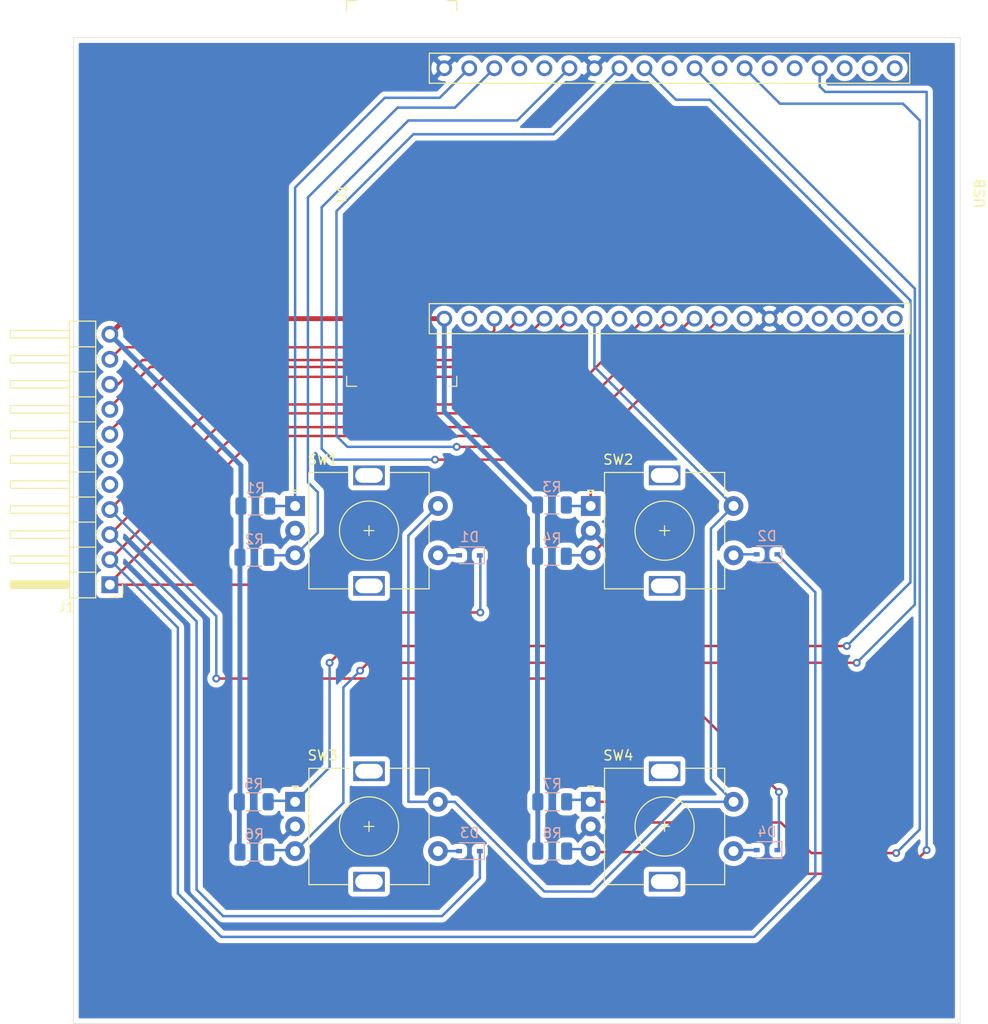
<source format=kicad_pcb>
(kicad_pcb (version 20171130) (host pcbnew 5.1.10-88a1d61d58~90~ubuntu21.04.1)

  (general
    (thickness 1.6)
    (drawings 4)
    (tracks 194)
    (zones 0)
    (modules 18)
    (nets 43)
  )

  (page A4)
  (layers
    (0 F.Cu signal)
    (31 B.Cu signal)
    (32 B.Adhes user)
    (33 F.Adhes user)
    (34 B.Paste user)
    (35 F.Paste user)
    (36 B.SilkS user)
    (37 F.SilkS user)
    (38 B.Mask user)
    (39 F.Mask user)
    (40 Dwgs.User user)
    (41 Cmts.User user)
    (42 Eco1.User user)
    (43 Eco2.User user)
    (44 Edge.Cuts user)
    (45 Margin user)
    (46 B.CrtYd user)
    (47 F.CrtYd user)
    (48 B.Fab user)
    (49 F.Fab user)
  )

  (setup
    (last_trace_width 0.25)
    (trace_clearance 0.2)
    (zone_clearance 0.508)
    (zone_45_only no)
    (trace_min 0.2)
    (via_size 0.8)
    (via_drill 0.4)
    (via_min_size 0.4)
    (via_min_drill 0.3)
    (uvia_size 0.3)
    (uvia_drill 0.1)
    (uvias_allowed no)
    (uvia_min_size 0.2)
    (uvia_min_drill 0.1)
    (edge_width 0.05)
    (segment_width 0.2)
    (pcb_text_width 0.3)
    (pcb_text_size 1.5 1.5)
    (mod_edge_width 0.12)
    (mod_text_size 1 1)
    (mod_text_width 0.15)
    (pad_size 1.524 1.524)
    (pad_drill 0.762)
    (pad_to_mask_clearance 0)
    (aux_axis_origin 0 0)
    (visible_elements FFFFFF7F)
    (pcbplotparams
      (layerselection 0x010fc_ffffffff)
      (usegerberextensions true)
      (usegerberattributes false)
      (usegerberadvancedattributes false)
      (creategerberjobfile false)
      (excludeedgelayer true)
      (linewidth 0.100000)
      (plotframeref false)
      (viasonmask false)
      (mode 1)
      (useauxorigin false)
      (hpglpennumber 1)
      (hpglpenspeed 20)
      (hpglpendiameter 15.000000)
      (psnegative false)
      (psa4output false)
      (plotreference true)
      (plotvalue true)
      (plotinvisibletext false)
      (padsonsilk true)
      (subtractmaskfromsilk false)
      (outputformat 1)
      (mirror false)
      (drillshape 0)
      (scaleselection 1)
      (outputdirectory "/home/diego/Documents/KiCad/GERBER/V2/PCBway/pt2/"))
  )

  (net 0 "")
  (net 1 PIN10)
  (net 2 "Net-(D1-Pad2)")
  (net 3 "Net-(D2-Pad2)")
  (net 4 PIN09)
  (net 5 PIN08)
  (net 6 "Net-(D3-Pad2)")
  (net 7 "Net-(D4-Pad2)")
  (net 8 PIN07)
  (net 9 VCC)
  (net 10 PIN01)
  (net 11 PIN02)
  (net 12 PIN03)
  (net 13 PIN04)
  (net 14 "Net-(J1-Pad6)")
  (net 15 "Net-(J1-Pad5)")
  (net 16 ES01A)
  (net 17 ES01B)
  (net 18 ES02A)
  (net 19 ES02B)
  (net 20 ES03A)
  (net 21 ES03B)
  (net 22 ES04A)
  (net 23 ES04B)
  (net 24 ROW5)
  (net 25 GND)
  (net 26 "Net-(U1-Pad3)")
  (net 27 "Net-(U1-Pad9)")
  (net 28 "Net-(U1-Pad14)")
  (net 29 "Net-(U1-Pad16)")
  (net 30 "Net-(U1-Pad17)")
  (net 31 "Net-(U1-Pad18)")
  (net 32 "Net-(U1-Pad19)")
  (net 33 "Net-(U1-Pad38)")
  (net 34 "Net-(U1-Pad35)")
  (net 35 "Net-(U1-Pad34)")
  (net 36 "Net-(U1-Pad29)")
  (net 37 "Net-(U1-Pad27)")
  (net 38 "Net-(U1-Pad25)")
  (net 39 "Net-(U1-Pad24)")
  (net 40 "Net-(U1-Pad22)")
  (net 41 "Net-(U1-Pad21)")
  (net 42 "Net-(U1-Pad20)")

  (net_class Default "This is the default net class."
    (clearance 0.2)
    (trace_width 0.25)
    (via_dia 0.8)
    (via_drill 0.4)
    (uvia_dia 0.3)
    (uvia_drill 0.1)
    (add_net ES01A)
    (add_net ES01B)
    (add_net ES02A)
    (add_net ES02B)
    (add_net ES03A)
    (add_net ES03B)
    (add_net ES04A)
    (add_net ES04B)
    (add_net GND)
    (add_net "Net-(D1-Pad2)")
    (add_net "Net-(D2-Pad2)")
    (add_net "Net-(D3-Pad2)")
    (add_net "Net-(D4-Pad2)")
    (add_net "Net-(J1-Pad5)")
    (add_net "Net-(J1-Pad6)")
    (add_net "Net-(U1-Pad14)")
    (add_net "Net-(U1-Pad16)")
    (add_net "Net-(U1-Pad17)")
    (add_net "Net-(U1-Pad18)")
    (add_net "Net-(U1-Pad19)")
    (add_net "Net-(U1-Pad20)")
    (add_net "Net-(U1-Pad21)")
    (add_net "Net-(U1-Pad22)")
    (add_net "Net-(U1-Pad24)")
    (add_net "Net-(U1-Pad25)")
    (add_net "Net-(U1-Pad27)")
    (add_net "Net-(U1-Pad29)")
    (add_net "Net-(U1-Pad3)")
    (add_net "Net-(U1-Pad34)")
    (add_net "Net-(U1-Pad35)")
    (add_net "Net-(U1-Pad38)")
    (add_net "Net-(U1-Pad9)")
    (add_net PIN01)
    (add_net PIN02)
    (add_net PIN03)
    (add_net PIN04)
    (add_net PIN07)
    (add_net PIN08)
    (add_net PIN09)
    (add_net PIN10)
    (add_net ROW5)
    (add_net VCC)
  )

  (module StreamMaster:RotaryEncoder_Alps_EC11E-Switch_Vertical_H20mm (layer F.Cu) (tedit 6140D8CA) (tstamp 613CD63B)
    (at 138.3 88.3)
    (descr "Alps rotary encoder, EC12E... with switch, vertical shaft, http://www.alps.com/prod/info/E/HTML/Encoder/Incremental/EC11/EC11E15204A3.html")
    (tags "rotary encoder")
    (path /6140D8A2)
    (fp_text reference SW1 (at -4.7 -7.2) (layer F.SilkS)
      (effects (font (size 1 1) (thickness 0.15)))
    )
    (fp_text value Rotary_Encoder_Switch (at 0 7.9) (layer F.Fab)
      (effects (font (size 1 1) (thickness 0.15)))
    )
    (fp_text user %R (at 3.6 3.8) (layer F.Fab)
      (effects (font (size 1 1) (thickness 0.15)))
    )
    (fp_line (start -0.5 0) (end 0.5 0) (layer F.SilkS) (width 0.12))
    (fp_line (start 0 -0.5) (end 0 0.5) (layer F.SilkS) (width 0.12))
    (fp_line (start 6.1 3.5) (end 6.1 5.9) (layer F.SilkS) (width 0.12))
    (fp_line (start 6.1 -1.3) (end 6.1 1.3) (layer F.SilkS) (width 0.12))
    (fp_line (start 6.1 -5.9) (end 6.1 -3.5) (layer F.SilkS) (width 0.12))
    (fp_line (start -3 0) (end 3 0) (layer F.Fab) (width 0.12))
    (fp_line (start 0 -3) (end 0 3) (layer F.Fab) (width 0.12))
    (fp_line (start -7.2 -4.1) (end -7.5 -3.8) (layer F.SilkS) (width 0.12))
    (fp_line (start -7.8 -4.1) (end -7.2 -4.1) (layer F.SilkS) (width 0.12))
    (fp_line (start -7.5 -3.8) (end -7.8 -4.1) (layer F.SilkS) (width 0.12))
    (fp_line (start -6.1 -5.9) (end -6.1 5.9) (layer F.SilkS) (width 0.12))
    (fp_line (start -2 -5.9) (end -6.1 -5.9) (layer F.SilkS) (width 0.12))
    (fp_line (start -2 5.9) (end -6.1 5.9) (layer F.SilkS) (width 0.12))
    (fp_line (start 6.1 5.9) (end 2 5.9) (layer F.SilkS) (width 0.12))
    (fp_line (start 2 -5.9) (end 6.1 -5.9) (layer F.SilkS) (width 0.12))
    (fp_line (start -6 -4.7) (end -5 -5.8) (layer F.Fab) (width 0.12))
    (fp_line (start -6 5.8) (end -6 -4.7) (layer F.Fab) (width 0.12))
    (fp_line (start 6 5.8) (end -6 5.8) (layer F.Fab) (width 0.12))
    (fp_line (start 6 -5.8) (end 6 5.8) (layer F.Fab) (width 0.12))
    (fp_line (start -5 -5.8) (end 6 -5.8) (layer F.Fab) (width 0.12))
    (fp_line (start -9 -7.1) (end 8.5 -7.1) (layer F.CrtYd) (width 0.05))
    (fp_line (start -9 -7.1) (end -9 7.1) (layer F.CrtYd) (width 0.05))
    (fp_line (start 8.5 7.1) (end 8.5 -7.1) (layer F.CrtYd) (width 0.05))
    (fp_line (start 8.5 7.1) (end -9 7.1) (layer F.CrtYd) (width 0.05))
    (fp_circle (center 0 0) (end 3 0) (layer F.SilkS) (width 0.12))
    (fp_circle (center 0 0) (end 3 0) (layer F.Fab) (width 0.12))
    (pad A thru_hole rect (at -7.5 -2.5) (size 2 2) (drill 1) (layers *.Cu *.Mask)
      (net 16 ES01A))
    (pad C thru_hole circle (at -7.5 0) (size 2 2) (drill 1) (layers *.Cu *.Mask)
      (net 25 GND))
    (pad B thru_hole circle (at -7.5 2.5) (size 2 2) (drill 1) (layers *.Cu *.Mask)
      (net 17 ES01B))
    (pad MP thru_hole rect (at 0 -5.6) (size 3.2 2) (drill oval 2.8 1.5) (layers *.Cu *.Mask))
    (pad MP thru_hole rect (at 0 5.6) (size 3.2 2) (drill oval 2.8 1.5) (layers *.Cu *.Mask))
    (pad S2 thru_hole circle (at 7 -2.5) (size 2 2) (drill 1) (layers *.Cu *.Mask)
      (net 24 ROW5))
    (pad S1 thru_hole circle (at 7 2.5) (size 2 2) (drill 1) (layers *.Cu *.Mask)
      (net 2 "Net-(D1-Pad2)"))
    (model ${KISYS3DMOD}/Rotary_Encoder.3dshapes/RotaryEncoder_Alps_EC11E-Switch_Vertical_H20mm.wrl
      (at (xyz 0 0 0))
      (scale (xyz 1 1 1))
      (rotate (xyz 0 0 0))
    )
    (model "/home/diego/Documents/KiCad/3D models/PEC11R-4215F-S0024--3DModel-STEP-56544.STEP"
      (offset (xyz 0 0 6.5))
      (scale (xyz 1 1 1))
      (rotate (xyz -90 0 -90))
    )
  )

  (module Resistor_SMD:R_1206_3216Metric (layer B.Cu) (tedit 5F68FEEE) (tstamp 613CD695)
    (at 156.9 120.8 180)
    (descr "Resistor SMD 1206 (3216 Metric), square (rectangular) end terminal, IPC_7351 nominal, (Body size source: IPC-SM-782 page 72, https://www.pcb-3d.com/wordpress/wp-content/uploads/ipc-sm-782a_amendment_1_and_2.pdf), generated with kicad-footprint-generator")
    (tags resistor)
    (path /6140D922)
    (attr smd)
    (fp_text reference R8 (at 0 1.82) (layer B.SilkS)
      (effects (font (size 1 1) (thickness 0.15)) (justify mirror))
    )
    (fp_text value 4.7k (at 0 -1.82) (layer B.Fab)
      (effects (font (size 1 1) (thickness 0.15)) (justify mirror))
    )
    (fp_text user %R (at 0 0) (layer B.Fab)
      (effects (font (size 0.8 0.8) (thickness 0.12)) (justify mirror))
    )
    (fp_line (start -1.6 -0.8) (end -1.6 0.8) (layer B.Fab) (width 0.1))
    (fp_line (start -1.6 0.8) (end 1.6 0.8) (layer B.Fab) (width 0.1))
    (fp_line (start 1.6 0.8) (end 1.6 -0.8) (layer B.Fab) (width 0.1))
    (fp_line (start 1.6 -0.8) (end -1.6 -0.8) (layer B.Fab) (width 0.1))
    (fp_line (start -0.727064 0.91) (end 0.727064 0.91) (layer B.SilkS) (width 0.12))
    (fp_line (start -0.727064 -0.91) (end 0.727064 -0.91) (layer B.SilkS) (width 0.12))
    (fp_line (start -2.28 -1.12) (end -2.28 1.12) (layer B.CrtYd) (width 0.05))
    (fp_line (start -2.28 1.12) (end 2.28 1.12) (layer B.CrtYd) (width 0.05))
    (fp_line (start 2.28 1.12) (end 2.28 -1.12) (layer B.CrtYd) (width 0.05))
    (fp_line (start 2.28 -1.12) (end -2.28 -1.12) (layer B.CrtYd) (width 0.05))
    (pad 2 smd roundrect (at 1.4625 0 180) (size 1.125 1.75) (layers B.Cu B.Paste B.Mask) (roundrect_rratio 0.222222)
      (net 9 VCC))
    (pad 1 smd roundrect (at -1.4625 0 180) (size 1.125 1.75) (layers B.Cu B.Paste B.Mask) (roundrect_rratio 0.222222)
      (net 23 ES04B))
    (model ${KISYS3DMOD}/Resistor_SMD.3dshapes/R_1206_3216Metric.wrl
      (at (xyz 0 0 0))
      (scale (xyz 1 1 1))
      (rotate (xyz 0 0 0))
    )
  )

  (module StreamMaster:RotaryEncoder_Alps_EC11E-Switch_Vertical_H20mm (layer F.Cu) (tedit 6140D8CA) (tstamp 613CD670)
    (at 168.3 88.3)
    (descr "Alps rotary encoder, EC12E... with switch, vertical shaft, http://www.alps.com/prod/info/E/HTML/Encoder/Incremental/EC11/EC11E15204A3.html")
    (tags "rotary encoder")
    (path /6140D8A8)
    (fp_text reference SW2 (at -4.7 -7.2) (layer F.SilkS)
      (effects (font (size 1 1) (thickness 0.15)))
    )
    (fp_text value Rotary_Encoder_Switch (at 0 7.9) (layer F.Fab)
      (effects (font (size 1 1) (thickness 0.15)))
    )
    (fp_text user %R (at 3.6 3.8) (layer F.Fab)
      (effects (font (size 1 1) (thickness 0.15)))
    )
    (fp_line (start -0.5 0) (end 0.5 0) (layer F.SilkS) (width 0.12))
    (fp_line (start 0 -0.5) (end 0 0.5) (layer F.SilkS) (width 0.12))
    (fp_line (start 6.1 3.5) (end 6.1 5.9) (layer F.SilkS) (width 0.12))
    (fp_line (start 6.1 -1.3) (end 6.1 1.3) (layer F.SilkS) (width 0.12))
    (fp_line (start 6.1 -5.9) (end 6.1 -3.5) (layer F.SilkS) (width 0.12))
    (fp_line (start -3 0) (end 3 0) (layer F.Fab) (width 0.12))
    (fp_line (start 0 -3) (end 0 3) (layer F.Fab) (width 0.12))
    (fp_line (start -7.2 -4.1) (end -7.5 -3.8) (layer F.SilkS) (width 0.12))
    (fp_line (start -7.8 -4.1) (end -7.2 -4.1) (layer F.SilkS) (width 0.12))
    (fp_line (start -7.5 -3.8) (end -7.8 -4.1) (layer F.SilkS) (width 0.12))
    (fp_line (start -6.1 -5.9) (end -6.1 5.9) (layer F.SilkS) (width 0.12))
    (fp_line (start -2 -5.9) (end -6.1 -5.9) (layer F.SilkS) (width 0.12))
    (fp_line (start -2 5.9) (end -6.1 5.9) (layer F.SilkS) (width 0.12))
    (fp_line (start 6.1 5.9) (end 2 5.9) (layer F.SilkS) (width 0.12))
    (fp_line (start 2 -5.9) (end 6.1 -5.9) (layer F.SilkS) (width 0.12))
    (fp_line (start -6 -4.7) (end -5 -5.8) (layer F.Fab) (width 0.12))
    (fp_line (start -6 5.8) (end -6 -4.7) (layer F.Fab) (width 0.12))
    (fp_line (start 6 5.8) (end -6 5.8) (layer F.Fab) (width 0.12))
    (fp_line (start 6 -5.8) (end 6 5.8) (layer F.Fab) (width 0.12))
    (fp_line (start -5 -5.8) (end 6 -5.8) (layer F.Fab) (width 0.12))
    (fp_line (start -9 -7.1) (end 8.5 -7.1) (layer F.CrtYd) (width 0.05))
    (fp_line (start -9 -7.1) (end -9 7.1) (layer F.CrtYd) (width 0.05))
    (fp_line (start 8.5 7.1) (end 8.5 -7.1) (layer F.CrtYd) (width 0.05))
    (fp_line (start 8.5 7.1) (end -9 7.1) (layer F.CrtYd) (width 0.05))
    (fp_circle (center 0 0) (end 3 0) (layer F.SilkS) (width 0.12))
    (fp_circle (center 0 0) (end 3 0) (layer F.Fab) (width 0.12))
    (pad A thru_hole rect (at -7.5 -2.5) (size 2 2) (drill 1) (layers *.Cu *.Mask)
      (net 18 ES02A))
    (pad C thru_hole circle (at -7.5 0) (size 2 2) (drill 1) (layers *.Cu *.Mask)
      (net 25 GND))
    (pad B thru_hole circle (at -7.5 2.5) (size 2 2) (drill 1) (layers *.Cu *.Mask)
      (net 19 ES02B))
    (pad MP thru_hole rect (at 0 -5.6) (size 3.2 2) (drill oval 2.8 1.5) (layers *.Cu *.Mask))
    (pad MP thru_hole rect (at 0 5.6) (size 3.2 2) (drill oval 2.8 1.5) (layers *.Cu *.Mask))
    (pad S2 thru_hole circle (at 7 -2.5) (size 2 2) (drill 1) (layers *.Cu *.Mask)
      (net 24 ROW5))
    (pad S1 thru_hole circle (at 7 2.5) (size 2 2) (drill 1) (layers *.Cu *.Mask)
      (net 3 "Net-(D2-Pad2)"))
    (model ${KISYS3DMOD}/Rotary_Encoder.3dshapes/RotaryEncoder_Alps_EC11E-Switch_Vertical_H20mm.wrl
      (at (xyz 0 0 0))
      (scale (xyz 1 1 1))
      (rotate (xyz 0 0 0))
    )
    (model "/home/diego/Documents/KiCad/3D models/PEC11R-4215F-S0024--3DModel-STEP-56544.STEP"
      (offset (xyz 0 0 6.5))
      (scale (xyz 1 1 1))
      (rotate (xyz -90 0 -90))
    )
  )

  (module Resistor_SMD:R_1206_3216Metric (layer B.Cu) (tedit 5F68FEEE) (tstamp 613CD660)
    (at 156.8625 85.7 180)
    (descr "Resistor SMD 1206 (3216 Metric), square (rectangular) end terminal, IPC_7351 nominal, (Body size source: IPC-SM-782 page 72, https://www.pcb-3d.com/wordpress/wp-content/uploads/ipc-sm-782a_amendment_1_and_2.pdf), generated with kicad-footprint-generator")
    (tags resistor)
    (path /6140D904)
    (attr smd)
    (fp_text reference R3 (at 0 1.82) (layer B.SilkS)
      (effects (font (size 1 1) (thickness 0.15)) (justify mirror))
    )
    (fp_text value 4.7k (at 0 -1.82) (layer B.Fab)
      (effects (font (size 1 1) (thickness 0.15)) (justify mirror))
    )
    (fp_text user %R (at 0 0) (layer B.Fab)
      (effects (font (size 0.8 0.8) (thickness 0.12)) (justify mirror))
    )
    (fp_line (start -1.6 -0.8) (end -1.6 0.8) (layer B.Fab) (width 0.1))
    (fp_line (start -1.6 0.8) (end 1.6 0.8) (layer B.Fab) (width 0.1))
    (fp_line (start 1.6 0.8) (end 1.6 -0.8) (layer B.Fab) (width 0.1))
    (fp_line (start 1.6 -0.8) (end -1.6 -0.8) (layer B.Fab) (width 0.1))
    (fp_line (start -0.727064 0.91) (end 0.727064 0.91) (layer B.SilkS) (width 0.12))
    (fp_line (start -0.727064 -0.91) (end 0.727064 -0.91) (layer B.SilkS) (width 0.12))
    (fp_line (start -2.28 -1.12) (end -2.28 1.12) (layer B.CrtYd) (width 0.05))
    (fp_line (start -2.28 1.12) (end 2.28 1.12) (layer B.CrtYd) (width 0.05))
    (fp_line (start 2.28 1.12) (end 2.28 -1.12) (layer B.CrtYd) (width 0.05))
    (fp_line (start 2.28 -1.12) (end -2.28 -1.12) (layer B.CrtYd) (width 0.05))
    (pad 2 smd roundrect (at 1.4625 0 180) (size 1.125 1.75) (layers B.Cu B.Paste B.Mask) (roundrect_rratio 0.222222)
      (net 9 VCC))
    (pad 1 smd roundrect (at -1.4625 0 180) (size 1.125 1.75) (layers B.Cu B.Paste B.Mask) (roundrect_rratio 0.222222)
      (net 18 ES02A))
    (model ${KISYS3DMOD}/Resistor_SMD.3dshapes/R_1206_3216Metric.wrl
      (at (xyz 0 0 0))
      (scale (xyz 1 1 1))
      (rotate (xyz 0 0 0))
    )
  )

  (module StreamMaster:RotaryEncoder_Alps_EC11E-Switch_Vertical_H20mm (layer F.Cu) (tedit 6140D8CA) (tstamp 613CD616)
    (at 138.3 118.3)
    (descr "Alps rotary encoder, EC12E... with switch, vertical shaft, http://www.alps.com/prod/info/E/HTML/Encoder/Incremental/EC11/EC11E15204A3.html")
    (tags "rotary encoder")
    (path /6140D8AE)
    (fp_text reference SW3 (at -4.7 -7.2) (layer F.SilkS)
      (effects (font (size 1 1) (thickness 0.15)))
    )
    (fp_text value Rotary_Encoder_Switch (at 0 7.9) (layer F.Fab)
      (effects (font (size 1 1) (thickness 0.15)))
    )
    (fp_text user %R (at 3.6 3.8) (layer F.Fab)
      (effects (font (size 1 1) (thickness 0.15)))
    )
    (fp_line (start -0.5 0) (end 0.5 0) (layer F.SilkS) (width 0.12))
    (fp_line (start 0 -0.5) (end 0 0.5) (layer F.SilkS) (width 0.12))
    (fp_line (start 6.1 3.5) (end 6.1 5.9) (layer F.SilkS) (width 0.12))
    (fp_line (start 6.1 -1.3) (end 6.1 1.3) (layer F.SilkS) (width 0.12))
    (fp_line (start 6.1 -5.9) (end 6.1 -3.5) (layer F.SilkS) (width 0.12))
    (fp_line (start -3 0) (end 3 0) (layer F.Fab) (width 0.12))
    (fp_line (start 0 -3) (end 0 3) (layer F.Fab) (width 0.12))
    (fp_line (start -7.2 -4.1) (end -7.5 -3.8) (layer F.SilkS) (width 0.12))
    (fp_line (start -7.8 -4.1) (end -7.2 -4.1) (layer F.SilkS) (width 0.12))
    (fp_line (start -7.5 -3.8) (end -7.8 -4.1) (layer F.SilkS) (width 0.12))
    (fp_line (start -6.1 -5.9) (end -6.1 5.9) (layer F.SilkS) (width 0.12))
    (fp_line (start -2 -5.9) (end -6.1 -5.9) (layer F.SilkS) (width 0.12))
    (fp_line (start -2 5.9) (end -6.1 5.9) (layer F.SilkS) (width 0.12))
    (fp_line (start 6.1 5.9) (end 2 5.9) (layer F.SilkS) (width 0.12))
    (fp_line (start 2 -5.9) (end 6.1 -5.9) (layer F.SilkS) (width 0.12))
    (fp_line (start -6 -4.7) (end -5 -5.8) (layer F.Fab) (width 0.12))
    (fp_line (start -6 5.8) (end -6 -4.7) (layer F.Fab) (width 0.12))
    (fp_line (start 6 5.8) (end -6 5.8) (layer F.Fab) (width 0.12))
    (fp_line (start 6 -5.8) (end 6 5.8) (layer F.Fab) (width 0.12))
    (fp_line (start -5 -5.8) (end 6 -5.8) (layer F.Fab) (width 0.12))
    (fp_line (start -9 -7.1) (end 8.5 -7.1) (layer F.CrtYd) (width 0.05))
    (fp_line (start -9 -7.1) (end -9 7.1) (layer F.CrtYd) (width 0.05))
    (fp_line (start 8.5 7.1) (end 8.5 -7.1) (layer F.CrtYd) (width 0.05))
    (fp_line (start 8.5 7.1) (end -9 7.1) (layer F.CrtYd) (width 0.05))
    (fp_circle (center 0 0) (end 3 0) (layer F.SilkS) (width 0.12))
    (fp_circle (center 0 0) (end 3 0) (layer F.Fab) (width 0.12))
    (pad A thru_hole rect (at -7.5 -2.5) (size 2 2) (drill 1) (layers *.Cu *.Mask)
      (net 20 ES03A))
    (pad C thru_hole circle (at -7.5 0) (size 2 2) (drill 1) (layers *.Cu *.Mask)
      (net 25 GND))
    (pad B thru_hole circle (at -7.5 2.5) (size 2 2) (drill 1) (layers *.Cu *.Mask)
      (net 21 ES03B))
    (pad MP thru_hole rect (at 0 -5.6) (size 3.2 2) (drill oval 2.8 1.5) (layers *.Cu *.Mask))
    (pad MP thru_hole rect (at 0 5.6) (size 3.2 2) (drill oval 2.8 1.5) (layers *.Cu *.Mask))
    (pad S2 thru_hole circle (at 7 -2.5) (size 2 2) (drill 1) (layers *.Cu *.Mask)
      (net 24 ROW5))
    (pad S1 thru_hole circle (at 7 2.5) (size 2 2) (drill 1) (layers *.Cu *.Mask)
      (net 6 "Net-(D3-Pad2)"))
    (model ${KISYS3DMOD}/Rotary_Encoder.3dshapes/RotaryEncoder_Alps_EC11E-Switch_Vertical_H20mm.wrl
      (at (xyz 0 0 0))
      (scale (xyz 1 1 1))
      (rotate (xyz 0 0 0))
    )
    (model "/home/diego/Documents/KiCad/3D models/PEC11R-4215F-S0024--3DModel-STEP-56544.STEP"
      (offset (xyz 0 0 6.5))
      (scale (xyz 1 1 1))
      (rotate (xyz -90 0 -90))
    )
  )

  (module Diode_SMD:D_SOD-323 (layer B.Cu) (tedit 58641739) (tstamp 613CD5FE)
    (at 148.5 90.8 180)
    (descr SOD-323)
    (tags SOD-323)
    (path /6140D8BA)
    (attr smd)
    (fp_text reference D1 (at 0 1.85) (layer B.SilkS)
      (effects (font (size 1 1) (thickness 0.15)) (justify mirror))
    )
    (fp_text value D (at 0.1 -1.9) (layer B.Fab)
      (effects (font (size 1 1) (thickness 0.15)) (justify mirror))
    )
    (fp_text user %R (at 0 1.85) (layer B.Fab)
      (effects (font (size 1 1) (thickness 0.15)) (justify mirror))
    )
    (fp_line (start -1.5 0.85) (end -1.5 -0.85) (layer B.SilkS) (width 0.12))
    (fp_line (start 0.2 0) (end 0.45 0) (layer B.Fab) (width 0.1))
    (fp_line (start 0.2 -0.35) (end -0.3 0) (layer B.Fab) (width 0.1))
    (fp_line (start 0.2 0.35) (end 0.2 -0.35) (layer B.Fab) (width 0.1))
    (fp_line (start -0.3 0) (end 0.2 0.35) (layer B.Fab) (width 0.1))
    (fp_line (start -0.3 0) (end -0.5 0) (layer B.Fab) (width 0.1))
    (fp_line (start -0.3 0.35) (end -0.3 -0.35) (layer B.Fab) (width 0.1))
    (fp_line (start -0.9 -0.7) (end -0.9 0.7) (layer B.Fab) (width 0.1))
    (fp_line (start 0.9 -0.7) (end -0.9 -0.7) (layer B.Fab) (width 0.1))
    (fp_line (start 0.9 0.7) (end 0.9 -0.7) (layer B.Fab) (width 0.1))
    (fp_line (start -0.9 0.7) (end 0.9 0.7) (layer B.Fab) (width 0.1))
    (fp_line (start -1.6 0.95) (end 1.6 0.95) (layer B.CrtYd) (width 0.05))
    (fp_line (start 1.6 0.95) (end 1.6 -0.95) (layer B.CrtYd) (width 0.05))
    (fp_line (start -1.6 -0.95) (end 1.6 -0.95) (layer B.CrtYd) (width 0.05))
    (fp_line (start -1.6 0.95) (end -1.6 -0.95) (layer B.CrtYd) (width 0.05))
    (fp_line (start -1.5 -0.85) (end 1.05 -0.85) (layer B.SilkS) (width 0.12))
    (fp_line (start -1.5 0.85) (end 1.05 0.85) (layer B.SilkS) (width 0.12))
    (pad 2 smd rect (at 1.05 0 180) (size 0.6 0.45) (layers B.Cu B.Paste B.Mask)
      (net 2 "Net-(D1-Pad2)"))
    (pad 1 smd rect (at -1.05 0 180) (size 0.6 0.45) (layers B.Cu B.Paste B.Mask)
      (net 1 PIN10))
    (model ${KISYS3DMOD}/Diode_SMD.3dshapes/D_SOD-323.wrl
      (at (xyz 0 0 0))
      (scale (xyz 1 1 1))
      (rotate (xyz 0 0 0))
    )
  )

  (module Connector_PinHeader_2.54mm:PinHeader_1x11_P2.54mm_Horizontal (layer F.Cu) (tedit 59FED5CB) (tstamp 613CD557)
    (at 112 93.782 180)
    (descr "Through hole angled pin header, 1x11, 2.54mm pitch, 6mm pin length, single row")
    (tags "Through hole angled pin header THT 1x11 2.54mm single row")
    (path /6140D9C4)
    (fp_text reference J1 (at 4.385 -2.27) (layer F.SilkS)
      (effects (font (size 1 1) (thickness 0.15)))
    )
    (fp_text value Conn_01x11_Male (at 4.385 27.67) (layer F.Fab)
      (effects (font (size 1 1) (thickness 0.15)))
    )
    (fp_text user %R (at 2.77 12.7 90) (layer F.Fab)
      (effects (font (size 1 1) (thickness 0.15)))
    )
    (fp_line (start 2.135 -1.27) (end 4.04 -1.27) (layer F.Fab) (width 0.1))
    (fp_line (start 4.04 -1.27) (end 4.04 26.67) (layer F.Fab) (width 0.1))
    (fp_line (start 4.04 26.67) (end 1.5 26.67) (layer F.Fab) (width 0.1))
    (fp_line (start 1.5 26.67) (end 1.5 -0.635) (layer F.Fab) (width 0.1))
    (fp_line (start 1.5 -0.635) (end 2.135 -1.27) (layer F.Fab) (width 0.1))
    (fp_line (start -0.32 -0.32) (end 1.5 -0.32) (layer F.Fab) (width 0.1))
    (fp_line (start -0.32 -0.32) (end -0.32 0.32) (layer F.Fab) (width 0.1))
    (fp_line (start -0.32 0.32) (end 1.5 0.32) (layer F.Fab) (width 0.1))
    (fp_line (start 4.04 -0.32) (end 10.04 -0.32) (layer F.Fab) (width 0.1))
    (fp_line (start 10.04 -0.32) (end 10.04 0.32) (layer F.Fab) (width 0.1))
    (fp_line (start 4.04 0.32) (end 10.04 0.32) (layer F.Fab) (width 0.1))
    (fp_line (start -0.32 2.22) (end 1.5 2.22) (layer F.Fab) (width 0.1))
    (fp_line (start -0.32 2.22) (end -0.32 2.86) (layer F.Fab) (width 0.1))
    (fp_line (start -0.32 2.86) (end 1.5 2.86) (layer F.Fab) (width 0.1))
    (fp_line (start 4.04 2.22) (end 10.04 2.22) (layer F.Fab) (width 0.1))
    (fp_line (start 10.04 2.22) (end 10.04 2.86) (layer F.Fab) (width 0.1))
    (fp_line (start 4.04 2.86) (end 10.04 2.86) (layer F.Fab) (width 0.1))
    (fp_line (start -0.32 4.76) (end 1.5 4.76) (layer F.Fab) (width 0.1))
    (fp_line (start -0.32 4.76) (end -0.32 5.4) (layer F.Fab) (width 0.1))
    (fp_line (start -0.32 5.4) (end 1.5 5.4) (layer F.Fab) (width 0.1))
    (fp_line (start 4.04 4.76) (end 10.04 4.76) (layer F.Fab) (width 0.1))
    (fp_line (start 10.04 4.76) (end 10.04 5.4) (layer F.Fab) (width 0.1))
    (fp_line (start 4.04 5.4) (end 10.04 5.4) (layer F.Fab) (width 0.1))
    (fp_line (start -0.32 7.3) (end 1.5 7.3) (layer F.Fab) (width 0.1))
    (fp_line (start -0.32 7.3) (end -0.32 7.94) (layer F.Fab) (width 0.1))
    (fp_line (start -0.32 7.94) (end 1.5 7.94) (layer F.Fab) (width 0.1))
    (fp_line (start 4.04 7.3) (end 10.04 7.3) (layer F.Fab) (width 0.1))
    (fp_line (start 10.04 7.3) (end 10.04 7.94) (layer F.Fab) (width 0.1))
    (fp_line (start 4.04 7.94) (end 10.04 7.94) (layer F.Fab) (width 0.1))
    (fp_line (start -0.32 9.84) (end 1.5 9.84) (layer F.Fab) (width 0.1))
    (fp_line (start -0.32 9.84) (end -0.32 10.48) (layer F.Fab) (width 0.1))
    (fp_line (start -0.32 10.48) (end 1.5 10.48) (layer F.Fab) (width 0.1))
    (fp_line (start 4.04 9.84) (end 10.04 9.84) (layer F.Fab) (width 0.1))
    (fp_line (start 10.04 9.84) (end 10.04 10.48) (layer F.Fab) (width 0.1))
    (fp_line (start 4.04 10.48) (end 10.04 10.48) (layer F.Fab) (width 0.1))
    (fp_line (start -0.32 12.38) (end 1.5 12.38) (layer F.Fab) (width 0.1))
    (fp_line (start -0.32 12.38) (end -0.32 13.02) (layer F.Fab) (width 0.1))
    (fp_line (start -0.32 13.02) (end 1.5 13.02) (layer F.Fab) (width 0.1))
    (fp_line (start 4.04 12.38) (end 10.04 12.38) (layer F.Fab) (width 0.1))
    (fp_line (start 10.04 12.38) (end 10.04 13.02) (layer F.Fab) (width 0.1))
    (fp_line (start 4.04 13.02) (end 10.04 13.02) (layer F.Fab) (width 0.1))
    (fp_line (start -0.32 14.92) (end 1.5 14.92) (layer F.Fab) (width 0.1))
    (fp_line (start -0.32 14.92) (end -0.32 15.56) (layer F.Fab) (width 0.1))
    (fp_line (start -0.32 15.56) (end 1.5 15.56) (layer F.Fab) (width 0.1))
    (fp_line (start 4.04 14.92) (end 10.04 14.92) (layer F.Fab) (width 0.1))
    (fp_line (start 10.04 14.92) (end 10.04 15.56) (layer F.Fab) (width 0.1))
    (fp_line (start 4.04 15.56) (end 10.04 15.56) (layer F.Fab) (width 0.1))
    (fp_line (start -0.32 17.46) (end 1.5 17.46) (layer F.Fab) (width 0.1))
    (fp_line (start -0.32 17.46) (end -0.32 18.1) (layer F.Fab) (width 0.1))
    (fp_line (start -0.32 18.1) (end 1.5 18.1) (layer F.Fab) (width 0.1))
    (fp_line (start 4.04 17.46) (end 10.04 17.46) (layer F.Fab) (width 0.1))
    (fp_line (start 10.04 17.46) (end 10.04 18.1) (layer F.Fab) (width 0.1))
    (fp_line (start 4.04 18.1) (end 10.04 18.1) (layer F.Fab) (width 0.1))
    (fp_line (start -0.32 20) (end 1.5 20) (layer F.Fab) (width 0.1))
    (fp_line (start -0.32 20) (end -0.32 20.64) (layer F.Fab) (width 0.1))
    (fp_line (start -0.32 20.64) (end 1.5 20.64) (layer F.Fab) (width 0.1))
    (fp_line (start 4.04 20) (end 10.04 20) (layer F.Fab) (width 0.1))
    (fp_line (start 10.04 20) (end 10.04 20.64) (layer F.Fab) (width 0.1))
    (fp_line (start 4.04 20.64) (end 10.04 20.64) (layer F.Fab) (width 0.1))
    (fp_line (start -0.32 22.54) (end 1.5 22.54) (layer F.Fab) (width 0.1))
    (fp_line (start -0.32 22.54) (end -0.32 23.18) (layer F.Fab) (width 0.1))
    (fp_line (start -0.32 23.18) (end 1.5 23.18) (layer F.Fab) (width 0.1))
    (fp_line (start 4.04 22.54) (end 10.04 22.54) (layer F.Fab) (width 0.1))
    (fp_line (start 10.04 22.54) (end 10.04 23.18) (layer F.Fab) (width 0.1))
    (fp_line (start 4.04 23.18) (end 10.04 23.18) (layer F.Fab) (width 0.1))
    (fp_line (start -0.32 25.08) (end 1.5 25.08) (layer F.Fab) (width 0.1))
    (fp_line (start -0.32 25.08) (end -0.32 25.72) (layer F.Fab) (width 0.1))
    (fp_line (start -0.32 25.72) (end 1.5 25.72) (layer F.Fab) (width 0.1))
    (fp_line (start 4.04 25.08) (end 10.04 25.08) (layer F.Fab) (width 0.1))
    (fp_line (start 10.04 25.08) (end 10.04 25.72) (layer F.Fab) (width 0.1))
    (fp_line (start 4.04 25.72) (end 10.04 25.72) (layer F.Fab) (width 0.1))
    (fp_line (start 1.44 -1.33) (end 1.44 26.73) (layer F.SilkS) (width 0.12))
    (fp_line (start 1.44 26.73) (end 4.1 26.73) (layer F.SilkS) (width 0.12))
    (fp_line (start 4.1 26.73) (end 4.1 -1.33) (layer F.SilkS) (width 0.12))
    (fp_line (start 4.1 -1.33) (end 1.44 -1.33) (layer F.SilkS) (width 0.12))
    (fp_line (start 4.1 -0.38) (end 10.1 -0.38) (layer F.SilkS) (width 0.12))
    (fp_line (start 10.1 -0.38) (end 10.1 0.38) (layer F.SilkS) (width 0.12))
    (fp_line (start 10.1 0.38) (end 4.1 0.38) (layer F.SilkS) (width 0.12))
    (fp_line (start 4.1 -0.32) (end 10.1 -0.32) (layer F.SilkS) (width 0.12))
    (fp_line (start 4.1 -0.2) (end 10.1 -0.2) (layer F.SilkS) (width 0.12))
    (fp_line (start 4.1 -0.08) (end 10.1 -0.08) (layer F.SilkS) (width 0.12))
    (fp_line (start 4.1 0.04) (end 10.1 0.04) (layer F.SilkS) (width 0.12))
    (fp_line (start 4.1 0.16) (end 10.1 0.16) (layer F.SilkS) (width 0.12))
    (fp_line (start 4.1 0.28) (end 10.1 0.28) (layer F.SilkS) (width 0.12))
    (fp_line (start 1.11 -0.38) (end 1.44 -0.38) (layer F.SilkS) (width 0.12))
    (fp_line (start 1.11 0.38) (end 1.44 0.38) (layer F.SilkS) (width 0.12))
    (fp_line (start 1.44 1.27) (end 4.1 1.27) (layer F.SilkS) (width 0.12))
    (fp_line (start 4.1 2.16) (end 10.1 2.16) (layer F.SilkS) (width 0.12))
    (fp_line (start 10.1 2.16) (end 10.1 2.92) (layer F.SilkS) (width 0.12))
    (fp_line (start 10.1 2.92) (end 4.1 2.92) (layer F.SilkS) (width 0.12))
    (fp_line (start 1.042929 2.16) (end 1.44 2.16) (layer F.SilkS) (width 0.12))
    (fp_line (start 1.042929 2.92) (end 1.44 2.92) (layer F.SilkS) (width 0.12))
    (fp_line (start 1.44 3.81) (end 4.1 3.81) (layer F.SilkS) (width 0.12))
    (fp_line (start 4.1 4.7) (end 10.1 4.7) (layer F.SilkS) (width 0.12))
    (fp_line (start 10.1 4.7) (end 10.1 5.46) (layer F.SilkS) (width 0.12))
    (fp_line (start 10.1 5.46) (end 4.1 5.46) (layer F.SilkS) (width 0.12))
    (fp_line (start 1.042929 4.7) (end 1.44 4.7) (layer F.SilkS) (width 0.12))
    (fp_line (start 1.042929 5.46) (end 1.44 5.46) (layer F.SilkS) (width 0.12))
    (fp_line (start 1.44 6.35) (end 4.1 6.35) (layer F.SilkS) (width 0.12))
    (fp_line (start 4.1 7.24) (end 10.1 7.24) (layer F.SilkS) (width 0.12))
    (fp_line (start 10.1 7.24) (end 10.1 8) (layer F.SilkS) (width 0.12))
    (fp_line (start 10.1 8) (end 4.1 8) (layer F.SilkS) (width 0.12))
    (fp_line (start 1.042929 7.24) (end 1.44 7.24) (layer F.SilkS) (width 0.12))
    (fp_line (start 1.042929 8) (end 1.44 8) (layer F.SilkS) (width 0.12))
    (fp_line (start 1.44 8.89) (end 4.1 8.89) (layer F.SilkS) (width 0.12))
    (fp_line (start 4.1 9.78) (end 10.1 9.78) (layer F.SilkS) (width 0.12))
    (fp_line (start 10.1 9.78) (end 10.1 10.54) (layer F.SilkS) (width 0.12))
    (fp_line (start 10.1 10.54) (end 4.1 10.54) (layer F.SilkS) (width 0.12))
    (fp_line (start 1.042929 9.78) (end 1.44 9.78) (layer F.SilkS) (width 0.12))
    (fp_line (start 1.042929 10.54) (end 1.44 10.54) (layer F.SilkS) (width 0.12))
    (fp_line (start 1.44 11.43) (end 4.1 11.43) (layer F.SilkS) (width 0.12))
    (fp_line (start 4.1 12.32) (end 10.1 12.32) (layer F.SilkS) (width 0.12))
    (fp_line (start 10.1 12.32) (end 10.1 13.08) (layer F.SilkS) (width 0.12))
    (fp_line (start 10.1 13.08) (end 4.1 13.08) (layer F.SilkS) (width 0.12))
    (fp_line (start 1.042929 12.32) (end 1.44 12.32) (layer F.SilkS) (width 0.12))
    (fp_line (start 1.042929 13.08) (end 1.44 13.08) (layer F.SilkS) (width 0.12))
    (fp_line (start 1.44 13.97) (end 4.1 13.97) (layer F.SilkS) (width 0.12))
    (fp_line (start 4.1 14.86) (end 10.1 14.86) (layer F.SilkS) (width 0.12))
    (fp_line (start 10.1 14.86) (end 10.1 15.62) (layer F.SilkS) (width 0.12))
    (fp_line (start 10.1 15.62) (end 4.1 15.62) (layer F.SilkS) (width 0.12))
    (fp_line (start 1.042929 14.86) (end 1.44 14.86) (layer F.SilkS) (width 0.12))
    (fp_line (start 1.042929 15.62) (end 1.44 15.62) (layer F.SilkS) (width 0.12))
    (fp_line (start 1.44 16.51) (end 4.1 16.51) (layer F.SilkS) (width 0.12))
    (fp_line (start 4.1 17.4) (end 10.1 17.4) (layer F.SilkS) (width 0.12))
    (fp_line (start 10.1 17.4) (end 10.1 18.16) (layer F.SilkS) (width 0.12))
    (fp_line (start 10.1 18.16) (end 4.1 18.16) (layer F.SilkS) (width 0.12))
    (fp_line (start 1.042929 17.4) (end 1.44 17.4) (layer F.SilkS) (width 0.12))
    (fp_line (start 1.042929 18.16) (end 1.44 18.16) (layer F.SilkS) (width 0.12))
    (fp_line (start 1.44 19.05) (end 4.1 19.05) (layer F.SilkS) (width 0.12))
    (fp_line (start 4.1 19.94) (end 10.1 19.94) (layer F.SilkS) (width 0.12))
    (fp_line (start 10.1 19.94) (end 10.1 20.7) (layer F.SilkS) (width 0.12))
    (fp_line (start 10.1 20.7) (end 4.1 20.7) (layer F.SilkS) (width 0.12))
    (fp_line (start 1.042929 19.94) (end 1.44 19.94) (layer F.SilkS) (width 0.12))
    (fp_line (start 1.042929 20.7) (end 1.44 20.7) (layer F.SilkS) (width 0.12))
    (fp_line (start 1.44 21.59) (end 4.1 21.59) (layer F.SilkS) (width 0.12))
    (fp_line (start 4.1 22.48) (end 10.1 22.48) (layer F.SilkS) (width 0.12))
    (fp_line (start 10.1 22.48) (end 10.1 23.24) (layer F.SilkS) (width 0.12))
    (fp_line (start 10.1 23.24) (end 4.1 23.24) (layer F.SilkS) (width 0.12))
    (fp_line (start 1.042929 22.48) (end 1.44 22.48) (layer F.SilkS) (width 0.12))
    (fp_line (start 1.042929 23.24) (end 1.44 23.24) (layer F.SilkS) (width 0.12))
    (fp_line (start 1.44 24.13) (end 4.1 24.13) (layer F.SilkS) (width 0.12))
    (fp_line (start 4.1 25.02) (end 10.1 25.02) (layer F.SilkS) (width 0.12))
    (fp_line (start 10.1 25.02) (end 10.1 25.78) (layer F.SilkS) (width 0.12))
    (fp_line (start 10.1 25.78) (end 4.1 25.78) (layer F.SilkS) (width 0.12))
    (fp_line (start 1.042929 25.02) (end 1.44 25.02) (layer F.SilkS) (width 0.12))
    (fp_line (start 1.042929 25.78) (end 1.44 25.78) (layer F.SilkS) (width 0.12))
    (fp_line (start -1.27 0) (end -1.27 -1.27) (layer F.SilkS) (width 0.12))
    (fp_line (start -1.27 -1.27) (end 0 -1.27) (layer F.SilkS) (width 0.12))
    (fp_line (start -1.8 -1.8) (end -1.8 27.2) (layer F.CrtYd) (width 0.05))
    (fp_line (start -1.8 27.2) (end 10.55 27.2) (layer F.CrtYd) (width 0.05))
    (fp_line (start 10.55 27.2) (end 10.55 -1.8) (layer F.CrtYd) (width 0.05))
    (fp_line (start 10.55 -1.8) (end -1.8 -1.8) (layer F.CrtYd) (width 0.05))
    (pad 11 thru_hole oval (at 0 25.4 180) (size 1.7 1.7) (drill 1) (layers *.Cu *.Mask)
      (net 9 VCC))
    (pad 10 thru_hole oval (at 0 22.86 180) (size 1.7 1.7) (drill 1) (layers *.Cu *.Mask)
      (net 10 PIN01))
    (pad 9 thru_hole oval (at 0 20.32 180) (size 1.7 1.7) (drill 1) (layers *.Cu *.Mask)
      (net 11 PIN02))
    (pad 8 thru_hole oval (at 0 17.78 180) (size 1.7 1.7) (drill 1) (layers *.Cu *.Mask)
      (net 12 PIN03))
    (pad 7 thru_hole oval (at 0 15.24 180) (size 1.7 1.7) (drill 1) (layers *.Cu *.Mask)
      (net 13 PIN04))
    (pad 6 thru_hole oval (at 0 12.7 180) (size 1.7 1.7) (drill 1) (layers *.Cu *.Mask)
      (net 14 "Net-(J1-Pad6)"))
    (pad 5 thru_hole oval (at 0 10.16 180) (size 1.7 1.7) (drill 1) (layers *.Cu *.Mask)
      (net 15 "Net-(J1-Pad5)"))
    (pad 4 thru_hole oval (at 0 7.62 180) (size 1.7 1.7) (drill 1) (layers *.Cu *.Mask)
      (net 8 PIN07))
    (pad 3 thru_hole oval (at 0 5.08 180) (size 1.7 1.7) (drill 1) (layers *.Cu *.Mask)
      (net 5 PIN08))
    (pad 2 thru_hole oval (at 0 2.54 180) (size 1.7 1.7) (drill 1) (layers *.Cu *.Mask)
      (net 4 PIN09))
    (pad 1 thru_hole rect (at 0 0 180) (size 1.7 1.7) (drill 1) (layers *.Cu *.Mask)
      (net 1 PIN10))
    (model ${KISYS3DMOD}/Connector_PinHeader_2.54mm.3dshapes/PinHeader_1x11_P2.54mm_Horizontal.wrl
      (at (xyz 0 0 0))
      (scale (xyz 1 1 1))
      (rotate (xyz 0 0 0))
    )
  )

  (module StreamMaster:ESP32-Wroom-32-38pin (layer F.Cu) (tedit 6140DE9B) (tstamp 613CD4FB)
    (at 168.8 54.1 90)
    (path /614109C0)
    (fp_text reference U1 (at 0 -33.274 90) (layer F.SilkS)
      (effects (font (size 1 1) (thickness 0.15)))
    )
    (fp_text value ESP32-DEVKIT-38pin (at 0 28.702 90) (layer F.Fab)
      (effects (font (size 1 1) (thickness 0.15)))
    )
    (fp_text user USB (at 0 31.496 90) (layer F.SilkS)
      (effects (font (size 1 1) (thickness 0.15)))
    )
    (fp_text user KEEP-OUT-ZONE (at 0 -29.718 90) (layer Cmts.User)
      (effects (font (size 1 1) (thickness 0.15)))
    )
    (fp_text user Antena (at 0 -24.892 90) (layer Cmts.User)
      (effects (font (size 1 1) (thickness 0.15)))
    )
    (fp_line (start 18.542 -26.162) (end 17.018 -22.86) (layer Dwgs.User) (width 0.12))
    (fp_line (start 18.796 -27.94) (end 16.002 -22.606) (layer Dwgs.User) (width 0.12))
    (fp_line (start 18.542 -29.718) (end 14.986 -22.606) (layer Dwgs.User) (width 0.12))
    (fp_line (start 18.542 -31.75) (end 14.986 -24.384) (layer Dwgs.User) (width 0.12))
    (fp_line (start 17.272 -31.75) (end 14.478 -26.416) (layer Dwgs.User) (width 0.12))
    (fp_line (start 16.002 -31.75) (end 13.97 -27.94) (layer Dwgs.User) (width 0.12))
    (fp_line (start 14.224 -31.75) (end 12.192 -27.686) (layer Dwgs.User) (width 0.12))
    (fp_line (start 11.938 -31.75) (end 10.414 -27.94) (layer Dwgs.User) (width 0.12))
    (fp_line (start 7.874 -31.496) (end 6.35 -27.686) (layer Dwgs.User) (width 0.12))
    (fp_line (start 9.906 -31.75) (end 8.382 -27.686) (layer Dwgs.User) (width 0.12))
    (fp_line (start 6.096 -31.496) (end 4.318 -27.432) (layer Dwgs.User) (width 0.12))
    (fp_line (start 4.064 -31.75) (end 1.778 -27.686) (layer Dwgs.User) (width 0.12))
    (fp_line (start 1.27 -31.496) (end -0.762 -27.686) (layer Dwgs.User) (width 0.12))
    (fp_line (start -0.508 -31.242) (end -2.794 -27.686) (layer Dwgs.User) (width 0.12))
    (fp_line (start -3.048 -31.242) (end -5.588 -27.686) (layer Dwgs.User) (width 0.12))
    (fp_line (start -5.334 -31.496) (end -8.128 -27.686) (layer Dwgs.User) (width 0.12))
    (fp_line (start -7.62 -31.75) (end -10.668 -27.686) (layer Dwgs.User) (width 0.12))
    (fp_line (start -14.478 -26.162) (end -17.526 -22.098) (layer Dwgs.User) (width 0.12))
    (fp_line (start -10.16 -31.75) (end -12.954 -27.94) (layer Dwgs.User) (width 0.12))
    (fp_line (start -18.796 -29.972) (end -17.272 -31.496) (layer Dwgs.User) (width 0.12))
    (fp_line (start -18.796 -27.94) (end -15.494 -31.75) (layer Dwgs.User) (width 0.12))
    (fp_line (start -19.05 -22.352) (end -11.684 -31.75) (layer Dwgs.User) (width 0.12))
    (fp_line (start -18.796 -25.4) (end -13.462 -32.004) (layer Dwgs.User) (width 0.12))
    (fp_line (start -19.05 -22.178) (end 19.05 -22.178) (layer F.CrtYd) (width 0.12))
    (fp_line (start -13.97 -27.3) (end 13.97 -27.3) (layer F.Fab) (width 0.12))
    (fp_line (start 13.97 -27.3) (end 13.97 27.3) (layer F.Fab) (width 0.12))
    (fp_line (start -13.97 -27.3) (end -13.97 27.3) (layer F.Fab) (width 0.12))
    (fp_line (start -13.97 27.3) (end 13.97 27.3) (layer F.Fab) (width 0.12))
    (fp_line (start 11.176 -24.384) (end 14.224 -24.384) (layer F.SilkS) (width 0.12))
    (fp_line (start 14.224 -24.384) (end 14.224 24.384) (layer F.SilkS) (width 0.12))
    (fp_line (start 14.224 24.384) (end 11.176 24.384) (layer F.SilkS) (width 0.12))
    (fp_line (start 11.176 24.384) (end 11.176 -24.384) (layer F.SilkS) (width 0.12))
    (fp_line (start -11.176 -24.384) (end -11.176 24.384) (layer F.SilkS) (width 0.12))
    (fp_line (start -14.224 -24.384) (end -11.176 -24.384) (layer F.SilkS) (width 0.12))
    (fp_line (start -11.176 24.384) (end -14.224 24.384) (layer F.SilkS) (width 0.12))
    (fp_line (start -14.224 24.384) (end -14.224 -24.384) (layer F.SilkS) (width 0.12))
    (fp_line (start -19.05 -22.178) (end -19.05 -32.258) (layer F.CrtYd) (width 0.12))
    (fp_line (start -19.05 -32.258) (end 19.05 -32.258) (layer F.CrtYd) (width 0.12))
    (fp_line (start 19.05 -32.258) (end 19.05 -22.178) (layer F.CrtYd) (width 0.12))
    (fp_line (start -18.542 -21.59) (end -19.558 -21.59) (layer F.SilkS) (width 0.12))
    (fp_line (start -19.558 -21.59) (end -19.558 -22.606) (layer F.SilkS) (width 0.12))
    (fp_line (start -19.558 -31.75) (end -19.558 -32.766) (layer F.SilkS) (width 0.12))
    (fp_line (start -19.558 -32.766) (end -18.542 -32.766) (layer F.SilkS) (width 0.12))
    (fp_line (start 18.542 -32.766) (end 19.558 -32.766) (layer F.SilkS) (width 0.12))
    (fp_line (start 19.558 -32.766) (end 19.558 -31.75) (layer F.SilkS) (width 0.12))
    (fp_line (start 19.558 -21.59) (end 18.542 -21.59) (layer F.SilkS) (width 0.12))
    (fp_line (start 19.558 -21.59) (end 19.558 -22.606) (layer F.SilkS) (width 0.12))
    (pad 2 thru_hole circle (at -12.7 -22.86 90) (size 1.6 1.6) (drill 1) (layers *.Cu *.Mask)
      (net 9 VCC))
    (pad 3 thru_hole circle (at -12.7 -20.32 90) (size 1.6 1.6) (drill 1) (layers *.Cu *.Mask)
      (net 26 "Net-(U1-Pad3)"))
    (pad 4 thru_hole circle (at -12.7 -17.78 90) (size 1.6 1.6) (drill 1) (layers *.Cu *.Mask)
      (net 10 PIN01))
    (pad 5 thru_hole circle (at -12.7 -15.24 90) (size 1.6 1.6) (drill 1) (layers *.Cu *.Mask)
      (net 11 PIN02))
    (pad 6 thru_hole circle (at -12.7 -12.7 90) (size 1.6 1.6) (drill 1) (layers *.Cu *.Mask)
      (net 12 PIN03))
    (pad 7 thru_hole circle (at -12.7 -10.16 90) (size 1.6 1.6) (drill 1) (layers *.Cu *.Mask)
      (net 13 PIN04))
    (pad 8 thru_hole circle (at -12.7 -7.62 90) (size 1.6 1.6) (drill 1) (layers *.Cu *.Mask)
      (net 24 ROW5))
    (pad 9 thru_hole circle (at -12.7 -5.08 90) (size 1.6 1.6) (drill 1) (layers *.Cu *.Mask)
      (net 27 "Net-(U1-Pad9)"))
    (pad 10 thru_hole circle (at -12.7 -2.54 90) (size 1.6 1.6) (drill 1) (layers *.Cu *.Mask)
      (net 8 PIN07))
    (pad 11 thru_hole circle (at -12.7 0 90) (size 1.6 1.6) (drill 1) (layers *.Cu *.Mask)
      (net 5 PIN08))
    (pad 12 thru_hole circle (at -12.7 2.54 90) (size 1.6 1.6) (drill 1) (layers *.Cu *.Mask)
      (net 4 PIN09))
    (pad 13 thru_hole circle (at -12.7 5.08 90) (size 1.6 1.6) (drill 1) (layers *.Cu *.Mask)
      (net 1 PIN10))
    (pad 14 thru_hole circle (at -12.7 7.62 90) (size 1.6 1.6) (drill 1) (layers *.Cu *.Mask)
      (net 28 "Net-(U1-Pad14)"))
    (pad 1 thru_hole circle (at -12.7 10.16 90) (size 1.6 1.6) (drill 1) (layers *.Cu *.Mask)
      (net 25 GND))
    (pad 16 thru_hole circle (at -12.7 12.7 90) (size 1.6 1.6) (drill 1) (layers *.Cu *.Mask)
      (net 29 "Net-(U1-Pad16)"))
    (pad 17 thru_hole circle (at -12.7 15.24 90) (size 1.6 1.6) (drill 1) (layers *.Cu *.Mask)
      (net 30 "Net-(U1-Pad17)"))
    (pad 18 thru_hole circle (at -12.7 17.78 90) (size 1.6 1.6) (drill 1) (layers *.Cu *.Mask)
      (net 31 "Net-(U1-Pad18)"))
    (pad 19 thru_hole circle (at -12.7 20.32 90) (size 1.6 1.6) (drill 1) (layers *.Cu *.Mask)
      (net 32 "Net-(U1-Pad19)"))
    (pad 38 thru_hole circle (at -12.7 22.86 90) (size 1.6 1.6) (drill 1) (layers *.Cu *.Mask)
      (net 33 "Net-(U1-Pad38)"))
    (pad 1 thru_hole circle (at 12.7 -22.86 90) (size 1.6 1.6) (drill 1) (layers *.Cu *.Mask)
      (net 25 GND))
    (pad 37 thru_hole circle (at 12.7 -20.32 90) (size 1.6 1.6) (drill 1) (layers *.Cu *.Mask)
      (net 16 ES01A))
    (pad 36 thru_hole circle (at 12.7 -17.78 90) (size 1.6 1.6) (drill 1) (layers *.Cu *.Mask)
      (net 17 ES01B))
    (pad 35 thru_hole circle (at 12.7 -15.24 90) (size 1.6 1.6) (drill 1) (layers *.Cu *.Mask)
      (net 34 "Net-(U1-Pad35)"))
    (pad 34 thru_hole circle (at 12.7 -12.7 90) (size 1.6 1.6) (drill 1) (layers *.Cu *.Mask)
      (net 35 "Net-(U1-Pad34)"))
    (pad 33 thru_hole circle (at 12.7 -10.16 90) (size 1.6 1.6) (drill 1) (layers *.Cu *.Mask)
      (net 18 ES02A))
    (pad 1 thru_hole circle (at 12.7 -7.62 90) (size 1.6 1.6) (drill 1) (layers *.Cu *.Mask)
      (net 25 GND))
    (pad 31 thru_hole circle (at 12.7 -5.08 90) (size 1.6 1.6) (drill 1) (layers *.Cu *.Mask)
      (net 19 ES02B))
    (pad 30 thru_hole circle (at 12.7 -2.54 90) (size 1.6 1.6) (drill 1) (layers *.Cu *.Mask)
      (net 20 ES03A))
    (pad 29 thru_hole circle (at 12.7 0 90) (size 1.6 1.6) (drill 1) (layers *.Cu *.Mask)
      (net 36 "Net-(U1-Pad29)"))
    (pad 28 thru_hole circle (at 12.7 2.54 90) (size 1.6 1.6) (drill 1) (layers *.Cu *.Mask)
      (net 21 ES03B))
    (pad 27 thru_hole circle (at 12.7 5.08 90) (size 1.6 1.6) (drill 1) (layers *.Cu *.Mask)
      (net 37 "Net-(U1-Pad27)"))
    (pad 26 thru_hole circle (at 12.7 7.62 90) (size 1.6 1.6) (drill 1) (layers *.Cu *.Mask)
      (net 22 ES04A))
    (pad 25 thru_hole circle (at 12.7 10.16 90) (size 1.6 1.6) (drill 1) (layers *.Cu *.Mask)
      (net 38 "Net-(U1-Pad25)"))
    (pad 24 thru_hole circle (at 12.7 12.7 90) (size 1.6 1.6) (drill 1) (layers *.Cu *.Mask)
      (net 39 "Net-(U1-Pad24)"))
    (pad 23 thru_hole circle (at 12.7 15.24 90) (size 1.6 1.6) (drill 1) (layers *.Cu *.Mask)
      (net 23 ES04B))
    (pad 22 thru_hole circle (at 12.7 17.78 90) (size 1.6 1.6) (drill 1) (layers *.Cu *.Mask)
      (net 40 "Net-(U1-Pad22)"))
    (pad 21 thru_hole circle (at 12.7 20.32 90) (size 1.6 1.6) (drill 1) (layers *.Cu *.Mask)
      (net 41 "Net-(U1-Pad21)"))
    (pad 20 thru_hole circle (at 12.7 22.86 90) (size 1.6 1.6) (drill 1) (layers *.Cu *.Mask)
      (net 42 "Net-(U1-Pad20)"))
    (model "/home/diego/Documents/KiCad/3D models/6-535541-7--3DModel-STEP-1.STEP"
      (offset (xyz -12.75 0 6.75))
      (scale (xyz 1 1 1))
      (rotate (xyz 0 0 90))
    )
    (model "/home/diego/Documents/KiCad/3D models/6-535541-7--3DModel-STEP-1.STEP"
      (offset (xyz 12.75 0 6.75))
      (scale (xyz 1 1 1))
      (rotate (xyz 0 0 90))
    )
    (model "/home/diego/Documents/KiCad/3D models/ESP32-DEVKITC--3DModel-STEP-56544.STEP"
      (offset (xyz 0 0 12))
      (scale (xyz 1 1 1))
      (rotate (xyz -90 0 0))
    )
  )

  (module Diode_SMD:D_SOD-323 (layer B.Cu) (tedit 58641739) (tstamp 613CD4E4)
    (at 178.7 120.7 180)
    (descr SOD-323)
    (tags SOD-323)
    (path /6140D8D2)
    (attr smd)
    (fp_text reference D4 (at 0 1.85) (layer B.SilkS)
      (effects (font (size 1 1) (thickness 0.15)) (justify mirror))
    )
    (fp_text value D (at 0.1 -1.9) (layer B.Fab)
      (effects (font (size 1 1) (thickness 0.15)) (justify mirror))
    )
    (fp_text user %R (at 0 1.85) (layer B.Fab)
      (effects (font (size 1 1) (thickness 0.15)) (justify mirror))
    )
    (fp_line (start -1.5 0.85) (end -1.5 -0.85) (layer B.SilkS) (width 0.12))
    (fp_line (start 0.2 0) (end 0.45 0) (layer B.Fab) (width 0.1))
    (fp_line (start 0.2 -0.35) (end -0.3 0) (layer B.Fab) (width 0.1))
    (fp_line (start 0.2 0.35) (end 0.2 -0.35) (layer B.Fab) (width 0.1))
    (fp_line (start -0.3 0) (end 0.2 0.35) (layer B.Fab) (width 0.1))
    (fp_line (start -0.3 0) (end -0.5 0) (layer B.Fab) (width 0.1))
    (fp_line (start -0.3 0.35) (end -0.3 -0.35) (layer B.Fab) (width 0.1))
    (fp_line (start -0.9 -0.7) (end -0.9 0.7) (layer B.Fab) (width 0.1))
    (fp_line (start 0.9 -0.7) (end -0.9 -0.7) (layer B.Fab) (width 0.1))
    (fp_line (start 0.9 0.7) (end 0.9 -0.7) (layer B.Fab) (width 0.1))
    (fp_line (start -0.9 0.7) (end 0.9 0.7) (layer B.Fab) (width 0.1))
    (fp_line (start -1.6 0.95) (end 1.6 0.95) (layer B.CrtYd) (width 0.05))
    (fp_line (start 1.6 0.95) (end 1.6 -0.95) (layer B.CrtYd) (width 0.05))
    (fp_line (start -1.6 -0.95) (end 1.6 -0.95) (layer B.CrtYd) (width 0.05))
    (fp_line (start -1.6 0.95) (end -1.6 -0.95) (layer B.CrtYd) (width 0.05))
    (fp_line (start -1.5 -0.85) (end 1.05 -0.85) (layer B.SilkS) (width 0.12))
    (fp_line (start -1.5 0.85) (end 1.05 0.85) (layer B.SilkS) (width 0.12))
    (pad 2 smd rect (at 1.05 0 180) (size 0.6 0.45) (layers B.Cu B.Paste B.Mask)
      (net 7 "Net-(D4-Pad2)"))
    (pad 1 smd rect (at -1.05 0 180) (size 0.6 0.45) (layers B.Cu B.Paste B.Mask)
      (net 8 PIN07))
    (model ${KISYS3DMOD}/Diode_SMD.3dshapes/D_SOD-323.wrl
      (at (xyz 0 0 0))
      (scale (xyz 1 1 1))
      (rotate (xyz 0 0 0))
    )
  )

  (module Resistor_SMD:R_1206_3216Metric (layer B.Cu) (tedit 5F68FEEE) (tstamp 613CD4D3)
    (at 126.6 115.8 180)
    (descr "Resistor SMD 1206 (3216 Metric), square (rectangular) end terminal, IPC_7351 nominal, (Body size source: IPC-SM-782 page 72, https://www.pcb-3d.com/wordpress/wp-content/uploads/ipc-sm-782a_amendment_1_and_2.pdf), generated with kicad-footprint-generator")
    (tags resistor)
    (path /6140D916)
    (attr smd)
    (fp_text reference R5 (at 0 1.82) (layer B.SilkS)
      (effects (font (size 1 1) (thickness 0.15)) (justify mirror))
    )
    (fp_text value 4.7k (at 0 -1.82) (layer B.Fab)
      (effects (font (size 1 1) (thickness 0.15)) (justify mirror))
    )
    (fp_text user %R (at 0 0) (layer B.Fab)
      (effects (font (size 0.8 0.8) (thickness 0.12)) (justify mirror))
    )
    (fp_line (start -1.6 -0.8) (end -1.6 0.8) (layer B.Fab) (width 0.1))
    (fp_line (start -1.6 0.8) (end 1.6 0.8) (layer B.Fab) (width 0.1))
    (fp_line (start 1.6 0.8) (end 1.6 -0.8) (layer B.Fab) (width 0.1))
    (fp_line (start 1.6 -0.8) (end -1.6 -0.8) (layer B.Fab) (width 0.1))
    (fp_line (start -0.727064 0.91) (end 0.727064 0.91) (layer B.SilkS) (width 0.12))
    (fp_line (start -0.727064 -0.91) (end 0.727064 -0.91) (layer B.SilkS) (width 0.12))
    (fp_line (start -2.28 -1.12) (end -2.28 1.12) (layer B.CrtYd) (width 0.05))
    (fp_line (start -2.28 1.12) (end 2.28 1.12) (layer B.CrtYd) (width 0.05))
    (fp_line (start 2.28 1.12) (end 2.28 -1.12) (layer B.CrtYd) (width 0.05))
    (fp_line (start 2.28 -1.12) (end -2.28 -1.12) (layer B.CrtYd) (width 0.05))
    (pad 2 smd roundrect (at 1.4625 0 180) (size 1.125 1.75) (layers B.Cu B.Paste B.Mask) (roundrect_rratio 0.222222)
      (net 9 VCC))
    (pad 1 smd roundrect (at -1.4625 0 180) (size 1.125 1.75) (layers B.Cu B.Paste B.Mask) (roundrect_rratio 0.222222)
      (net 20 ES03A))
    (model ${KISYS3DMOD}/Resistor_SMD.3dshapes/R_1206_3216Metric.wrl
      (at (xyz 0 0 0))
      (scale (xyz 1 1 1))
      (rotate (xyz 0 0 0))
    )
  )

  (module Resistor_SMD:R_1206_3216Metric (layer B.Cu) (tedit 5F68FEEE) (tstamp 613CD4C3)
    (at 126.6625 120.9 180)
    (descr "Resistor SMD 1206 (3216 Metric), square (rectangular) end terminal, IPC_7351 nominal, (Body size source: IPC-SM-782 page 72, https://www.pcb-3d.com/wordpress/wp-content/uploads/ipc-sm-782a_amendment_1_and_2.pdf), generated with kicad-footprint-generator")
    (tags resistor)
    (path /6140D910)
    (attr smd)
    (fp_text reference R6 (at 0 1.82) (layer B.SilkS)
      (effects (font (size 1 1) (thickness 0.15)) (justify mirror))
    )
    (fp_text value 4.7k (at 0 -1.82) (layer B.Fab)
      (effects (font (size 1 1) (thickness 0.15)) (justify mirror))
    )
    (fp_text user %R (at 0 0) (layer B.Fab)
      (effects (font (size 0.8 0.8) (thickness 0.12)) (justify mirror))
    )
    (fp_line (start -1.6 -0.8) (end -1.6 0.8) (layer B.Fab) (width 0.1))
    (fp_line (start -1.6 0.8) (end 1.6 0.8) (layer B.Fab) (width 0.1))
    (fp_line (start 1.6 0.8) (end 1.6 -0.8) (layer B.Fab) (width 0.1))
    (fp_line (start 1.6 -0.8) (end -1.6 -0.8) (layer B.Fab) (width 0.1))
    (fp_line (start -0.727064 0.91) (end 0.727064 0.91) (layer B.SilkS) (width 0.12))
    (fp_line (start -0.727064 -0.91) (end 0.727064 -0.91) (layer B.SilkS) (width 0.12))
    (fp_line (start -2.28 -1.12) (end -2.28 1.12) (layer B.CrtYd) (width 0.05))
    (fp_line (start -2.28 1.12) (end 2.28 1.12) (layer B.CrtYd) (width 0.05))
    (fp_line (start 2.28 1.12) (end 2.28 -1.12) (layer B.CrtYd) (width 0.05))
    (fp_line (start 2.28 -1.12) (end -2.28 -1.12) (layer B.CrtYd) (width 0.05))
    (pad 2 smd roundrect (at 1.4625 0 180) (size 1.125 1.75) (layers B.Cu B.Paste B.Mask) (roundrect_rratio 0.222222)
      (net 9 VCC))
    (pad 1 smd roundrect (at -1.4625 0 180) (size 1.125 1.75) (layers B.Cu B.Paste B.Mask) (roundrect_rratio 0.222222)
      (net 21 ES03B))
    (model ${KISYS3DMOD}/Resistor_SMD.3dshapes/R_1206_3216Metric.wrl
      (at (xyz 0 0 0))
      (scale (xyz 1 1 1))
      (rotate (xyz 0 0 0))
    )
  )

  (module Resistor_SMD:R_1206_3216Metric (layer B.Cu) (tedit 5F68FEEE) (tstamp 613CD4B3)
    (at 156.9 115.8 180)
    (descr "Resistor SMD 1206 (3216 Metric), square (rectangular) end terminal, IPC_7351 nominal, (Body size source: IPC-SM-782 page 72, https://www.pcb-3d.com/wordpress/wp-content/uploads/ipc-sm-782a_amendment_1_and_2.pdf), generated with kicad-footprint-generator")
    (tags resistor)
    (path /6140D91C)
    (attr smd)
    (fp_text reference R7 (at 0 1.82) (layer B.SilkS)
      (effects (font (size 1 1) (thickness 0.15)) (justify mirror))
    )
    (fp_text value 4.7k (at 0 -1.82) (layer B.Fab)
      (effects (font (size 1 1) (thickness 0.15)) (justify mirror))
    )
    (fp_text user %R (at 0 0) (layer B.Fab)
      (effects (font (size 0.8 0.8) (thickness 0.12)) (justify mirror))
    )
    (fp_line (start -1.6 -0.8) (end -1.6 0.8) (layer B.Fab) (width 0.1))
    (fp_line (start -1.6 0.8) (end 1.6 0.8) (layer B.Fab) (width 0.1))
    (fp_line (start 1.6 0.8) (end 1.6 -0.8) (layer B.Fab) (width 0.1))
    (fp_line (start 1.6 -0.8) (end -1.6 -0.8) (layer B.Fab) (width 0.1))
    (fp_line (start -0.727064 0.91) (end 0.727064 0.91) (layer B.SilkS) (width 0.12))
    (fp_line (start -0.727064 -0.91) (end 0.727064 -0.91) (layer B.SilkS) (width 0.12))
    (fp_line (start -2.28 -1.12) (end -2.28 1.12) (layer B.CrtYd) (width 0.05))
    (fp_line (start -2.28 1.12) (end 2.28 1.12) (layer B.CrtYd) (width 0.05))
    (fp_line (start 2.28 1.12) (end 2.28 -1.12) (layer B.CrtYd) (width 0.05))
    (fp_line (start 2.28 -1.12) (end -2.28 -1.12) (layer B.CrtYd) (width 0.05))
    (pad 2 smd roundrect (at 1.4625 0 180) (size 1.125 1.75) (layers B.Cu B.Paste B.Mask) (roundrect_rratio 0.222222)
      (net 9 VCC))
    (pad 1 smd roundrect (at -1.4625 0 180) (size 1.125 1.75) (layers B.Cu B.Paste B.Mask) (roundrect_rratio 0.222222)
      (net 22 ES04A))
    (model ${KISYS3DMOD}/Resistor_SMD.3dshapes/R_1206_3216Metric.wrl
      (at (xyz 0 0 0))
      (scale (xyz 1 1 1))
      (rotate (xyz 0 0 0))
    )
  )

  (module Resistor_SMD:R_1206_3216Metric (layer B.Cu) (tedit 5F68FEEE) (tstamp 613CD3E1)
    (at 126.7625 85.8 180)
    (descr "Resistor SMD 1206 (3216 Metric), square (rectangular) end terminal, IPC_7351 nominal, (Body size source: IPC-SM-782 page 72, https://www.pcb-3d.com/wordpress/wp-content/uploads/ipc-sm-782a_amendment_1_and_2.pdf), generated with kicad-footprint-generator")
    (tags resistor)
    (path /6140D8F8)
    (attr smd)
    (fp_text reference R1 (at 0 1.82) (layer B.SilkS)
      (effects (font (size 1 1) (thickness 0.15)) (justify mirror))
    )
    (fp_text value 4.7k (at 0 -1.82) (layer B.Fab)
      (effects (font (size 1 1) (thickness 0.15)) (justify mirror))
    )
    (fp_text user %R (at 0 0) (layer B.Fab)
      (effects (font (size 0.8 0.8) (thickness 0.12)) (justify mirror))
    )
    (fp_line (start -1.6 -0.8) (end -1.6 0.8) (layer B.Fab) (width 0.1))
    (fp_line (start -1.6 0.8) (end 1.6 0.8) (layer B.Fab) (width 0.1))
    (fp_line (start 1.6 0.8) (end 1.6 -0.8) (layer B.Fab) (width 0.1))
    (fp_line (start 1.6 -0.8) (end -1.6 -0.8) (layer B.Fab) (width 0.1))
    (fp_line (start -0.727064 0.91) (end 0.727064 0.91) (layer B.SilkS) (width 0.12))
    (fp_line (start -0.727064 -0.91) (end 0.727064 -0.91) (layer B.SilkS) (width 0.12))
    (fp_line (start -2.28 -1.12) (end -2.28 1.12) (layer B.CrtYd) (width 0.05))
    (fp_line (start -2.28 1.12) (end 2.28 1.12) (layer B.CrtYd) (width 0.05))
    (fp_line (start 2.28 1.12) (end 2.28 -1.12) (layer B.CrtYd) (width 0.05))
    (fp_line (start 2.28 -1.12) (end -2.28 -1.12) (layer B.CrtYd) (width 0.05))
    (pad 2 smd roundrect (at 1.4625 0 180) (size 1.125 1.75) (layers B.Cu B.Paste B.Mask) (roundrect_rratio 0.222222)
      (net 9 VCC))
    (pad 1 smd roundrect (at -1.4625 0 180) (size 1.125 1.75) (layers B.Cu B.Paste B.Mask) (roundrect_rratio 0.222222)
      (net 16 ES01A))
    (model ${KISYS3DMOD}/Resistor_SMD.3dshapes/R_1206_3216Metric.wrl
      (at (xyz 0 0 0))
      (scale (xyz 1 1 1))
      (rotate (xyz 0 0 0))
    )
  )

  (module Resistor_SMD:R_1206_3216Metric (layer B.Cu) (tedit 5F68FEEE) (tstamp 613CD3D1)
    (at 126.6625 91 180)
    (descr "Resistor SMD 1206 (3216 Metric), square (rectangular) end terminal, IPC_7351 nominal, (Body size source: IPC-SM-782 page 72, https://www.pcb-3d.com/wordpress/wp-content/uploads/ipc-sm-782a_amendment_1_and_2.pdf), generated with kicad-footprint-generator")
    (tags resistor)
    (path /6140D8FE)
    (attr smd)
    (fp_text reference R2 (at 0 1.82) (layer B.SilkS)
      (effects (font (size 1 1) (thickness 0.15)) (justify mirror))
    )
    (fp_text value 4.7k (at 0 -1.82) (layer B.Fab)
      (effects (font (size 1 1) (thickness 0.15)) (justify mirror))
    )
    (fp_text user %R (at 0 0) (layer B.Fab)
      (effects (font (size 0.8 0.8) (thickness 0.12)) (justify mirror))
    )
    (fp_line (start -1.6 -0.8) (end -1.6 0.8) (layer B.Fab) (width 0.1))
    (fp_line (start -1.6 0.8) (end 1.6 0.8) (layer B.Fab) (width 0.1))
    (fp_line (start 1.6 0.8) (end 1.6 -0.8) (layer B.Fab) (width 0.1))
    (fp_line (start 1.6 -0.8) (end -1.6 -0.8) (layer B.Fab) (width 0.1))
    (fp_line (start -0.727064 0.91) (end 0.727064 0.91) (layer B.SilkS) (width 0.12))
    (fp_line (start -0.727064 -0.91) (end 0.727064 -0.91) (layer B.SilkS) (width 0.12))
    (fp_line (start -2.28 -1.12) (end -2.28 1.12) (layer B.CrtYd) (width 0.05))
    (fp_line (start -2.28 1.12) (end 2.28 1.12) (layer B.CrtYd) (width 0.05))
    (fp_line (start 2.28 1.12) (end 2.28 -1.12) (layer B.CrtYd) (width 0.05))
    (fp_line (start 2.28 -1.12) (end -2.28 -1.12) (layer B.CrtYd) (width 0.05))
    (pad 2 smd roundrect (at 1.4625 0 180) (size 1.125 1.75) (layers B.Cu B.Paste B.Mask) (roundrect_rratio 0.222222)
      (net 9 VCC))
    (pad 1 smd roundrect (at -1.4625 0 180) (size 1.125 1.75) (layers B.Cu B.Paste B.Mask) (roundrect_rratio 0.222222)
      (net 17 ES01B))
    (model ${KISYS3DMOD}/Resistor_SMD.3dshapes/R_1206_3216Metric.wrl
      (at (xyz 0 0 0))
      (scale (xyz 1 1 1))
      (rotate (xyz 0 0 0))
    )
  )

  (module Resistor_SMD:R_1206_3216Metric (layer B.Cu) (tedit 5F68FEEE) (tstamp 613CD3C1)
    (at 156.8625 90.9 180)
    (descr "Resistor SMD 1206 (3216 Metric), square (rectangular) end terminal, IPC_7351 nominal, (Body size source: IPC-SM-782 page 72, https://www.pcb-3d.com/wordpress/wp-content/uploads/ipc-sm-782a_amendment_1_and_2.pdf), generated with kicad-footprint-generator")
    (tags resistor)
    (path /6140D90A)
    (attr smd)
    (fp_text reference R4 (at 0 1.82) (layer B.SilkS)
      (effects (font (size 1 1) (thickness 0.15)) (justify mirror))
    )
    (fp_text value 4.7k (at 0 -1.82) (layer B.Fab)
      (effects (font (size 1 1) (thickness 0.15)) (justify mirror))
    )
    (fp_text user %R (at 0 0) (layer B.Fab)
      (effects (font (size 0.8 0.8) (thickness 0.12)) (justify mirror))
    )
    (fp_line (start -1.6 -0.8) (end -1.6 0.8) (layer B.Fab) (width 0.1))
    (fp_line (start -1.6 0.8) (end 1.6 0.8) (layer B.Fab) (width 0.1))
    (fp_line (start 1.6 0.8) (end 1.6 -0.8) (layer B.Fab) (width 0.1))
    (fp_line (start 1.6 -0.8) (end -1.6 -0.8) (layer B.Fab) (width 0.1))
    (fp_line (start -0.727064 0.91) (end 0.727064 0.91) (layer B.SilkS) (width 0.12))
    (fp_line (start -0.727064 -0.91) (end 0.727064 -0.91) (layer B.SilkS) (width 0.12))
    (fp_line (start -2.28 -1.12) (end -2.28 1.12) (layer B.CrtYd) (width 0.05))
    (fp_line (start -2.28 1.12) (end 2.28 1.12) (layer B.CrtYd) (width 0.05))
    (fp_line (start 2.28 1.12) (end 2.28 -1.12) (layer B.CrtYd) (width 0.05))
    (fp_line (start 2.28 -1.12) (end -2.28 -1.12) (layer B.CrtYd) (width 0.05))
    (pad 2 smd roundrect (at 1.4625 0 180) (size 1.125 1.75) (layers B.Cu B.Paste B.Mask) (roundrect_rratio 0.222222)
      (net 9 VCC))
    (pad 1 smd roundrect (at -1.4625 0 180) (size 1.125 1.75) (layers B.Cu B.Paste B.Mask) (roundrect_rratio 0.222222)
      (net 19 ES02B))
    (model ${KISYS3DMOD}/Resistor_SMD.3dshapes/R_1206_3216Metric.wrl
      (at (xyz 0 0 0))
      (scale (xyz 1 1 1))
      (rotate (xyz 0 0 0))
    )
  )

  (module StreamMaster:RotaryEncoder_Alps_EC11E-Switch_Vertical_H20mm (layer F.Cu) (tedit 6140D8CA) (tstamp 613CD39C)
    (at 168.3 118.3)
    (descr "Alps rotary encoder, EC12E... with switch, vertical shaft, http://www.alps.com/prod/info/E/HTML/Encoder/Incremental/EC11/EC11E15204A3.html")
    (tags "rotary encoder")
    (path /6140D8B4)
    (fp_text reference SW4 (at -4.7 -7.2) (layer F.SilkS)
      (effects (font (size 1 1) (thickness 0.15)))
    )
    (fp_text value Rotary_Encoder_Switch (at 0 7.9) (layer F.Fab)
      (effects (font (size 1 1) (thickness 0.15)))
    )
    (fp_text user %R (at 3.6 3.8) (layer F.Fab)
      (effects (font (size 1 1) (thickness 0.15)))
    )
    (fp_line (start -0.5 0) (end 0.5 0) (layer F.SilkS) (width 0.12))
    (fp_line (start 0 -0.5) (end 0 0.5) (layer F.SilkS) (width 0.12))
    (fp_line (start 6.1 3.5) (end 6.1 5.9) (layer F.SilkS) (width 0.12))
    (fp_line (start 6.1 -1.3) (end 6.1 1.3) (layer F.SilkS) (width 0.12))
    (fp_line (start 6.1 -5.9) (end 6.1 -3.5) (layer F.SilkS) (width 0.12))
    (fp_line (start -3 0) (end 3 0) (layer F.Fab) (width 0.12))
    (fp_line (start 0 -3) (end 0 3) (layer F.Fab) (width 0.12))
    (fp_line (start -7.2 -4.1) (end -7.5 -3.8) (layer F.SilkS) (width 0.12))
    (fp_line (start -7.8 -4.1) (end -7.2 -4.1) (layer F.SilkS) (width 0.12))
    (fp_line (start -7.5 -3.8) (end -7.8 -4.1) (layer F.SilkS) (width 0.12))
    (fp_line (start -6.1 -5.9) (end -6.1 5.9) (layer F.SilkS) (width 0.12))
    (fp_line (start -2 -5.9) (end -6.1 -5.9) (layer F.SilkS) (width 0.12))
    (fp_line (start -2 5.9) (end -6.1 5.9) (layer F.SilkS) (width 0.12))
    (fp_line (start 6.1 5.9) (end 2 5.9) (layer F.SilkS) (width 0.12))
    (fp_line (start 2 -5.9) (end 6.1 -5.9) (layer F.SilkS) (width 0.12))
    (fp_line (start -6 -4.7) (end -5 -5.8) (layer F.Fab) (width 0.12))
    (fp_line (start -6 5.8) (end -6 -4.7) (layer F.Fab) (width 0.12))
    (fp_line (start 6 5.8) (end -6 5.8) (layer F.Fab) (width 0.12))
    (fp_line (start 6 -5.8) (end 6 5.8) (layer F.Fab) (width 0.12))
    (fp_line (start -5 -5.8) (end 6 -5.8) (layer F.Fab) (width 0.12))
    (fp_line (start -9 -7.1) (end 8.5 -7.1) (layer F.CrtYd) (width 0.05))
    (fp_line (start -9 -7.1) (end -9 7.1) (layer F.CrtYd) (width 0.05))
    (fp_line (start 8.5 7.1) (end 8.5 -7.1) (layer F.CrtYd) (width 0.05))
    (fp_line (start 8.5 7.1) (end -9 7.1) (layer F.CrtYd) (width 0.05))
    (fp_circle (center 0 0) (end 3 0) (layer F.SilkS) (width 0.12))
    (fp_circle (center 0 0) (end 3 0) (layer F.Fab) (width 0.12))
    (pad A thru_hole rect (at -7.5 -2.5) (size 2 2) (drill 1) (layers *.Cu *.Mask)
      (net 22 ES04A))
    (pad C thru_hole circle (at -7.5 0) (size 2 2) (drill 1) (layers *.Cu *.Mask)
      (net 25 GND))
    (pad B thru_hole circle (at -7.5 2.5) (size 2 2) (drill 1) (layers *.Cu *.Mask)
      (net 23 ES04B))
    (pad MP thru_hole rect (at 0 -5.6) (size 3.2 2) (drill oval 2.8 1.5) (layers *.Cu *.Mask))
    (pad MP thru_hole rect (at 0 5.6) (size 3.2 2) (drill oval 2.8 1.5) (layers *.Cu *.Mask))
    (pad S2 thru_hole circle (at 7 -2.5) (size 2 2) (drill 1) (layers *.Cu *.Mask)
      (net 24 ROW5))
    (pad S1 thru_hole circle (at 7 2.5) (size 2 2) (drill 1) (layers *.Cu *.Mask)
      (net 7 "Net-(D4-Pad2)"))
    (model ${KISYS3DMOD}/Rotary_Encoder.3dshapes/RotaryEncoder_Alps_EC11E-Switch_Vertical_H20mm.wrl
      (at (xyz 0 0 0))
      (scale (xyz 1 1 1))
      (rotate (xyz 0 0 0))
    )
    (model "/home/diego/Documents/KiCad/3D models/PEC11R-4215F-S0024--3DModel-STEP-56544.STEP"
      (offset (xyz 0 0 6.5))
      (scale (xyz 1 1 1))
      (rotate (xyz -90 0 -90))
    )
  )

  (module Diode_SMD:D_SOD-323 (layer B.Cu) (tedit 58641739) (tstamp 613CD385)
    (at 178.7 90.7 180)
    (descr SOD-323)
    (tags SOD-323)
    (path /6140D8C6)
    (attr smd)
    (fp_text reference D2 (at 0 1.85) (layer B.SilkS)
      (effects (font (size 1 1) (thickness 0.15)) (justify mirror))
    )
    (fp_text value D (at 0.1 -1.9) (layer B.Fab)
      (effects (font (size 1 1) (thickness 0.15)) (justify mirror))
    )
    (fp_text user %R (at 0 1.85) (layer B.Fab)
      (effects (font (size 1 1) (thickness 0.15)) (justify mirror))
    )
    (fp_line (start -1.5 0.85) (end -1.5 -0.85) (layer B.SilkS) (width 0.12))
    (fp_line (start 0.2 0) (end 0.45 0) (layer B.Fab) (width 0.1))
    (fp_line (start 0.2 -0.35) (end -0.3 0) (layer B.Fab) (width 0.1))
    (fp_line (start 0.2 0.35) (end 0.2 -0.35) (layer B.Fab) (width 0.1))
    (fp_line (start -0.3 0) (end 0.2 0.35) (layer B.Fab) (width 0.1))
    (fp_line (start -0.3 0) (end -0.5 0) (layer B.Fab) (width 0.1))
    (fp_line (start -0.3 0.35) (end -0.3 -0.35) (layer B.Fab) (width 0.1))
    (fp_line (start -0.9 -0.7) (end -0.9 0.7) (layer B.Fab) (width 0.1))
    (fp_line (start 0.9 -0.7) (end -0.9 -0.7) (layer B.Fab) (width 0.1))
    (fp_line (start 0.9 0.7) (end 0.9 -0.7) (layer B.Fab) (width 0.1))
    (fp_line (start -0.9 0.7) (end 0.9 0.7) (layer B.Fab) (width 0.1))
    (fp_line (start -1.6 0.95) (end 1.6 0.95) (layer B.CrtYd) (width 0.05))
    (fp_line (start 1.6 0.95) (end 1.6 -0.95) (layer B.CrtYd) (width 0.05))
    (fp_line (start -1.6 -0.95) (end 1.6 -0.95) (layer B.CrtYd) (width 0.05))
    (fp_line (start -1.6 0.95) (end -1.6 -0.95) (layer B.CrtYd) (width 0.05))
    (fp_line (start -1.5 -0.85) (end 1.05 -0.85) (layer B.SilkS) (width 0.12))
    (fp_line (start -1.5 0.85) (end 1.05 0.85) (layer B.SilkS) (width 0.12))
    (pad 2 smd rect (at 1.05 0 180) (size 0.6 0.45) (layers B.Cu B.Paste B.Mask)
      (net 3 "Net-(D2-Pad2)"))
    (pad 1 smd rect (at -1.05 0 180) (size 0.6 0.45) (layers B.Cu B.Paste B.Mask)
      (net 4 PIN09))
    (model ${KISYS3DMOD}/Diode_SMD.3dshapes/D_SOD-323.wrl
      (at (xyz 0 0 0))
      (scale (xyz 1 1 1))
      (rotate (xyz 0 0 0))
    )
  )

  (module Diode_SMD:D_SOD-323 (layer B.Cu) (tedit 58641739) (tstamp 613CD36E)
    (at 148.5 120.8 180)
    (descr SOD-323)
    (tags SOD-323)
    (path /6140D8CC)
    (attr smd)
    (fp_text reference D3 (at 0 1.85) (layer B.SilkS)
      (effects (font (size 1 1) (thickness 0.15)) (justify mirror))
    )
    (fp_text value D (at 0.1 -1.9) (layer B.Fab)
      (effects (font (size 1 1) (thickness 0.15)) (justify mirror))
    )
    (fp_text user %R (at 0 1.85) (layer B.Fab)
      (effects (font (size 1 1) (thickness 0.15)) (justify mirror))
    )
    (fp_line (start -1.5 0.85) (end -1.5 -0.85) (layer B.SilkS) (width 0.12))
    (fp_line (start 0.2 0) (end 0.45 0) (layer B.Fab) (width 0.1))
    (fp_line (start 0.2 -0.35) (end -0.3 0) (layer B.Fab) (width 0.1))
    (fp_line (start 0.2 0.35) (end 0.2 -0.35) (layer B.Fab) (width 0.1))
    (fp_line (start -0.3 0) (end 0.2 0.35) (layer B.Fab) (width 0.1))
    (fp_line (start -0.3 0) (end -0.5 0) (layer B.Fab) (width 0.1))
    (fp_line (start -0.3 0.35) (end -0.3 -0.35) (layer B.Fab) (width 0.1))
    (fp_line (start -0.9 -0.7) (end -0.9 0.7) (layer B.Fab) (width 0.1))
    (fp_line (start 0.9 -0.7) (end -0.9 -0.7) (layer B.Fab) (width 0.1))
    (fp_line (start 0.9 0.7) (end 0.9 -0.7) (layer B.Fab) (width 0.1))
    (fp_line (start -0.9 0.7) (end 0.9 0.7) (layer B.Fab) (width 0.1))
    (fp_line (start -1.6 0.95) (end 1.6 0.95) (layer B.CrtYd) (width 0.05))
    (fp_line (start 1.6 0.95) (end 1.6 -0.95) (layer B.CrtYd) (width 0.05))
    (fp_line (start -1.6 -0.95) (end 1.6 -0.95) (layer B.CrtYd) (width 0.05))
    (fp_line (start -1.6 0.95) (end -1.6 -0.95) (layer B.CrtYd) (width 0.05))
    (fp_line (start -1.5 -0.85) (end 1.05 -0.85) (layer B.SilkS) (width 0.12))
    (fp_line (start -1.5 0.85) (end 1.05 0.85) (layer B.SilkS) (width 0.12))
    (pad 2 smd rect (at 1.05 0 180) (size 0.6 0.45) (layers B.Cu B.Paste B.Mask)
      (net 6 "Net-(D3-Pad2)"))
    (pad 1 smd rect (at -1.05 0 180) (size 0.6 0.45) (layers B.Cu B.Paste B.Mask)
      (net 5 PIN08))
    (model ${KISYS3DMOD}/Diode_SMD.3dshapes/D_SOD-323.wrl
      (at (xyz 0 0 0))
      (scale (xyz 1 1 1))
      (rotate (xyz 0 0 0))
    )
  )

  (gr_line (start 108.3 38.3) (end 108.3 138.3) (layer Edge.Cuts) (width 0.05) (tstamp 613CD556))
  (gr_line (start 198.3 38.3) (end 198.3 138.3) (layer Edge.Cuts) (width 0.05) (tstamp 613CD3F1))
  (gr_line (start 108.3 138.3) (end 198.3 138.3) (layer Edge.Cuts) (width 0.05) (tstamp 613CD36D))
  (gr_line (start 108.3 38.3) (end 198.3 38.3) (layer Edge.Cuts) (width 0.05) (tstamp 613CD36C))

  (segment (start 161.98 78.7) (end 173.88 66.8) (width 0.25) (layer F.Cu) (net 1) (tstamp 613CD485))
  (segment (start 126.9 78.7) (end 161.98 78.7) (width 0.25) (layer F.Cu) (net 1) (tstamp 613CD486))
  (segment (start 112 93.6) (end 126.9 78.7) (width 0.25) (layer F.Cu) (net 1) (tstamp 613CD487))
  (segment (start 112 93.782) (end 112 93.6) (width 0.25) (layer F.Cu) (net 1) (tstamp 613CD488))
  (segment (start 112 93.782) (end 133.182 93.782) (width 0.25) (layer F.Cu) (net 1) (tstamp 613CD489))
  (segment (start 133.182 93.782) (end 136 96.6) (width 0.25) (layer F.Cu) (net 1) (tstamp 613CD48A))
  (segment (start 136 96.6) (end 149.6 96.6) (width 0.25) (layer F.Cu) (net 1) (tstamp 613CD48B))
  (segment (start 149.6 96.6) (end 149.6 96.6) (width 0.25) (layer F.Cu) (net 1) (tstamp 613CD48C))
  (via (at 149.6 96.6) (size 0.8) (drill 0.4) (layers F.Cu B.Cu) (net 1) (tstamp 613CD48D))
  (segment (start 149.6 90.85) (end 149.55 90.8) (width 0.25) (layer B.Cu) (net 1) (tstamp 613CD48E))
  (segment (start 149.6 96.6) (end 149.6 90.85) (width 0.25) (layer B.Cu) (net 1) (tstamp 613CD48F))
  (segment (start 147.45 90.8) (end 145.3 90.8) (width 0.25) (layer B.Cu) (net 2) (tstamp 613CD3FF))
  (segment (start 175.4 90.7) (end 175.3 90.8) (width 0.25) (layer B.Cu) (net 3) (tstamp 613CD400))
  (segment (start 177.65 90.7) (end 175.4 90.7) (width 0.25) (layer B.Cu) (net 3) (tstamp 613CD401))
  (segment (start 118.9 98.142) (end 118.9 125.1) (width 0.25) (layer B.Cu) (net 4) (tstamp 613CD3F3))
  (segment (start 118.9 125.1) (end 123.3 129.5) (width 0.25) (layer B.Cu) (net 4) (tstamp 613CD3F4))
  (segment (start 123.3 129.5) (end 177.4 129.5) (width 0.25) (layer B.Cu) (net 4) (tstamp 613CD3F5))
  (segment (start 177.4 129.5) (end 183.6 123.3) (width 0.25) (layer B.Cu) (net 4) (tstamp 613CD3F6))
  (segment (start 183.6 94.55) (end 179.75 90.7) (width 0.25) (layer B.Cu) (net 4) (tstamp 613CD3F7))
  (segment (start 183.6 123.3) (end 183.6 94.55) (width 0.25) (layer B.Cu) (net 4) (tstamp 613CD3F8))
  (segment (start 112 91.242) (end 125.442 77.8) (width 0.25) (layer F.Cu) (net 4) (tstamp 613CD490))
  (segment (start 125.442 77.8) (end 160.1 77.8) (width 0.25) (layer F.Cu) (net 4) (tstamp 613CD491))
  (segment (start 171.1 66.8) (end 171.34 66.8) (width 0.25) (layer F.Cu) (net 4) (tstamp 613CD492))
  (segment (start 160.1 77.8) (end 171.1 66.8) (width 0.25) (layer F.Cu) (net 4) (tstamp 613CD493))
  (segment (start 112 91.242) (end 118.9 98.142) (width 0.25) (layer B.Cu) (net 4) (tstamp 613CD4E3))
  (segment (start 168.8 66.8) (end 159.2 76.4) (width 0.25) (layer F.Cu) (net 5) (tstamp 613CD494))
  (segment (start 124.302 76.4) (end 112 88.702) (width 0.25) (layer F.Cu) (net 5) (tstamp 613CD495))
  (segment (start 159.2 76.4) (end 124.302 76.4) (width 0.25) (layer F.Cu) (net 5) (tstamp 613CD496))
  (segment (start 149.55 120.8) (end 149.55 123.55) (width 0.25) (layer B.Cu) (net 5) (tstamp 613CD497))
  (segment (start 149.55 123.55) (end 145.7 127.4) (width 0.25) (layer B.Cu) (net 5) (tstamp 613CD498))
  (segment (start 145.7 127.4) (end 123.5 127.4) (width 0.25) (layer B.Cu) (net 5) (tstamp 613CD499))
  (segment (start 123.5 127.4) (end 120.8 124.7) (width 0.25) (layer B.Cu) (net 5) (tstamp 613CD49A))
  (segment (start 120.8 97.502) (end 112 88.702) (width 0.25) (layer B.Cu) (net 5) (tstamp 613CD49B))
  (segment (start 120.8 124.7) (end 120.8 97.502) (width 0.25) (layer B.Cu) (net 5) (tstamp 613CD49C))
  (segment (start 147.45 120.8) (end 145.3 120.8) (width 0.25) (layer B.Cu) (net 6) (tstamp 613CD402))
  (segment (start 175.4 120.7) (end 175.3 120.6) (width 0.25) (layer B.Cu) (net 7) (tstamp 613CD403))
  (segment (start 177.65 120.7) (end 175.4 120.7) (width 0.25) (layer B.Cu) (net 7) (tstamp 613CD404))
  (segment (start 166.26 66.8) (end 157.56 75.5) (width 0.25) (layer F.Cu) (net 8) (tstamp 613CD49D))
  (segment (start 122.662 75.5) (end 112 86.162) (width 0.25) (layer F.Cu) (net 8) (tstamp 613CD49E))
  (segment (start 157.56 75.5) (end 122.662 75.5) (width 0.25) (layer F.Cu) (net 8) (tstamp 613CD49F))
  (segment (start 112 86.162) (end 122.8 96.962) (width 0.25) (layer B.Cu) (net 8) (tstamp 613CD4A0))
  (segment (start 122.8 96.962) (end 122.8 103.3) (width 0.25) (layer B.Cu) (net 8) (tstamp 613CD4A1))
  (segment (start 122.8 103.3) (end 122.8 103.3) (width 0.25) (layer B.Cu) (net 8) (tstamp 613CD4A2))
  (via (at 122.8 103.3) (size 0.8) (drill 0.4) (layers F.Cu B.Cu) (net 8) (tstamp 613CD4A3))
  (segment (start 122.8 103.3) (end 168.4 103.3) (width 0.25) (layer F.Cu) (net 8) (tstamp 613CD4A4))
  (segment (start 168.4 103.3) (end 179.9 114.8) (width 0.25) (layer F.Cu) (net 8) (tstamp 613CD4A5))
  (segment (start 179.9 114.8) (end 179.9 114.8) (width 0.25) (layer F.Cu) (net 8) (tstamp 613CD4A6))
  (via (at 179.9 114.8) (size 0.8) (drill 0.4) (layers F.Cu B.Cu) (net 8) (tstamp 613CD4A7))
  (segment (start 179.9 120.55) (end 179.75 120.7) (width 0.25) (layer B.Cu) (net 8) (tstamp 613CD4A8))
  (segment (start 179.9 114.8) (end 179.9 120.55) (width 0.25) (layer B.Cu) (net 8) (tstamp 613CD4A9))
  (segment (start 113.582 66.8) (end 112 68.382) (width 0.5) (layer F.Cu) (net 9) (tstamp 613CD405))
  (segment (start 145.94 66.8) (end 113.582 66.8) (width 0.5) (layer F.Cu) (net 9) (tstamp 613CD406))
  (segment (start 145.94 76.24) (end 155.4 85.7) (width 0.5) (layer B.Cu) (net 9) (tstamp 613CD407))
  (segment (start 145.94 66.8) (end 145.94 76.24) (width 0.5) (layer B.Cu) (net 9) (tstamp 613CD408))
  (segment (start 155.4 85.7) (end 155.4 90.9) (width 0.5) (layer B.Cu) (net 9) (tstamp 613CD409))
  (segment (start 155.4 115.7625) (end 155.4375 115.8) (width 0.5) (layer B.Cu) (net 9) (tstamp 613CD40A))
  (segment (start 155.4 90.9) (end 155.4 115.7625) (width 0.5) (layer B.Cu) (net 9) (tstamp 613CD40B))
  (segment (start 155.4375 115.8) (end 155.4375 120.8) (width 0.5) (layer B.Cu) (net 9) (tstamp 613CD40C))
  (segment (start 125.3 81.682) (end 125.3 85.8) (width 0.5) (layer B.Cu) (net 9) (tstamp 613CD40D))
  (segment (start 112 68.382) (end 125.3 81.682) (width 0.5) (layer B.Cu) (net 9) (tstamp 613CD40E))
  (segment (start 125.3 90.9) (end 125.2 91) (width 0.5) (layer B.Cu) (net 9) (tstamp 613CD40F))
  (segment (start 125.3 85.8) (end 125.3 90.9) (width 0.5) (layer B.Cu) (net 9) (tstamp 613CD410))
  (segment (start 125.2 115.7375) (end 125.1375 115.8) (width 0.5) (layer B.Cu) (net 9) (tstamp 613CD411))
  (segment (start 125.2 91) (end 125.2 115.7375) (width 0.5) (layer B.Cu) (net 9) (tstamp 613CD412))
  (segment (start 125.1375 120.8375) (end 125.2 120.9) (width 0.5) (layer B.Cu) (net 9) (tstamp 613CD413))
  (segment (start 125.1375 115.8) (end 125.1375 120.8375) (width 0.5) (layer B.Cu) (net 9) (tstamp 613CD414))
  (segment (start 113.222 69.7) (end 112 70.922) (width 0.25) (layer F.Cu) (net 10) (tstamp 613CD4AF))
  (segment (start 149.3 69.7) (end 113.222 69.7) (width 0.25) (layer F.Cu) (net 10) (tstamp 613CD4B0))
  (segment (start 151.02 67.98) (end 149.3 69.7) (width 0.25) (layer F.Cu) (net 10) (tstamp 613CD4B1))
  (segment (start 151.02 66.8) (end 151.02 67.98) (width 0.25) (layer F.Cu) (net 10) (tstamp 613CD4B2))
  (segment (start 153.56 66.8) (end 149.36 71) (width 0.25) (layer F.Cu) (net 11) (tstamp 613CD4AB))
  (segment (start 149.36 71) (end 115.3 71) (width 0.25) (layer F.Cu) (net 11) (tstamp 613CD4AC))
  (segment (start 112.838 73.462) (end 112 73.462) (width 0.25) (layer F.Cu) (net 11) (tstamp 613CD4AD))
  (segment (start 115.3 71) (end 112.838 73.462) (width 0.25) (layer F.Cu) (net 11) (tstamp 613CD4AE))
  (segment (start 156.1 66.8) (end 151.2 71.7) (width 0.25) (layer F.Cu) (net 12) (tstamp 613CD3FC))
  (segment (start 151.2 71.7) (end 116.1 71.7) (width 0.25) (layer F.Cu) (net 12) (tstamp 613CD3FD))
  (segment (start 112 75.8) (end 112 76.002) (width 0.25) (layer F.Cu) (net 12) (tstamp 613CD3FE))
  (segment (start 116.1 71.7) (end 112 75.8) (width 0.25) (layer F.Cu) (net 12) (tstamp 613CD4AA))
  (segment (start 152.74 72.7) (end 117.5 72.7) (width 0.25) (layer F.Cu) (net 13) (tstamp 613CD3F9))
  (segment (start 112 78.2) (end 112 78.542) (width 0.25) (layer F.Cu) (net 13) (tstamp 613CD3FA))
  (segment (start 117.5 72.7) (end 112 78.2) (width 0.25) (layer F.Cu) (net 13) (tstamp 613CD3FB))
  (segment (start 158.64 66.8) (end 152.74 72.7) (width 0.25) (layer F.Cu) (net 13) (tstamp 613CD615))
  (segment (start 130.5 85.8) (end 128.225 85.8) (width 0.25) (layer B.Cu) (net 16) (tstamp 613CD422))
  (segment (start 130.8 85.8) (end 130.8 53.5) (width 0.25) (layer B.Cu) (net 16) (tstamp 613CD423))
  (segment (start 130.8 53.5) (end 139.9 44.4) (width 0.25) (layer B.Cu) (net 16) (tstamp 613CD424))
  (segment (start 145.48 44.4) (end 148.48 41.4) (width 0.25) (layer B.Cu) (net 16) (tstamp 613CD425))
  (segment (start 139.9 44.4) (end 145.48 44.4) (width 0.25) (layer B.Cu) (net 16) (tstamp 613CD426))
  (segment (start 128.325 90.8) (end 128.125 91) (width 0.25) (layer B.Cu) (net 17) (tstamp 613CD427))
  (segment (start 130.5 90.8) (end 128.325 90.8) (width 0.25) (layer B.Cu) (net 17) (tstamp 613CD428))
  (segment (start 151.02 41.4) (end 147.02 45.4) (width 0.25) (layer B.Cu) (net 17) (tstamp 613CD429))
  (segment (start 147.02 45.4) (end 141.2 45.4) (width 0.25) (layer B.Cu) (net 17) (tstamp 613CD42A))
  (segment (start 141.2 45.4) (end 132.1 54.5) (width 0.25) (layer B.Cu) (net 17) (tstamp 613CD42B))
  (segment (start 132.1 54.5) (end 132.1 83.4) (width 0.25) (layer B.Cu) (net 17) (tstamp 613CD42C))
  (segment (start 132.1 83.4) (end 133.1 84.4) (width 0.25) (layer B.Cu) (net 17) (tstamp 613CD42D))
  (segment (start 133.1 88.5) (end 130.8 90.8) (width 0.25) (layer B.Cu) (net 17) (tstamp 613CD42E))
  (segment (start 133.1 84.4) (end 133.1 88.5) (width 0.25) (layer B.Cu) (net 17) (tstamp 613CD42F))
  (segment (start 158.64 41.4) (end 153.34 46.7) (width 0.25) (layer B.Cu) (net 18) (tstamp 613CD430))
  (segment (start 153.34 46.7) (end 142.3 46.7) (width 0.25) (layer B.Cu) (net 18) (tstamp 613CD431))
  (segment (start 142.3 46.7) (end 133.5 55.5) (width 0.25) (layer B.Cu) (net 18) (tstamp 613CD432))
  (segment (start 133.5 55.5) (end 133.5 78.7) (width 0.25) (layer B.Cu) (net 18) (tstamp 613CD433))
  (segment (start 133.5 78.7) (end 133.5 80) (width 0.25) (layer B.Cu) (net 18) (tstamp 613CD434))
  (segment (start 133.5 80) (end 134.6 81.1) (width 0.25) (layer B.Cu) (net 18) (tstamp 613CD435))
  (segment (start 134.6 81.1) (end 145 81.1) (width 0.25) (layer B.Cu) (net 18) (tstamp 613CD436))
  (segment (start 145 81.1) (end 145 81.1) (width 0.25) (layer B.Cu) (net 18) (tstamp 613CD437))
  (via (at 145 81.1) (size 0.8) (drill 0.4) (layers F.Cu B.Cu) (net 18) (tstamp 613CD438))
  (segment (start 145 81.1) (end 159.9 81.1) (width 0.25) (layer F.Cu) (net 18) (tstamp 613CD439))
  (segment (start 160.8 82) (end 160.8 85.8) (width 0.25) (layer F.Cu) (net 18) (tstamp 613CD43A))
  (segment (start 159.9 81.1) (end 160.8 82) (width 0.25) (layer F.Cu) (net 18) (tstamp 613CD43B))
  (segment (start 158.425 85.8) (end 158.325 85.7) (width 0.25) (layer B.Cu) (net 18) (tstamp 613CD43C))
  (segment (start 160.8 85.8) (end 158.425 85.8) (width 0.25) (layer B.Cu) (net 18) (tstamp 613CD43D))
  (segment (start 158.525 90.7) (end 158.325 90.9) (width 0.25) (layer B.Cu) (net 19) (tstamp 613CD43E))
  (segment (start 163.72 41.4) (end 157.02 48.1) (width 0.25) (layer B.Cu) (net 19) (tstamp 613CD43F))
  (segment (start 157.02 48.1) (end 142.8 48.1) (width 0.25) (layer B.Cu) (net 19) (tstamp 613CD440))
  (segment (start 142.8 48.1) (end 135 55.9) (width 0.25) (layer B.Cu) (net 19) (tstamp 613CD441))
  (segment (start 135 55.9) (end 135 78.6) (width 0.25) (layer B.Cu) (net 19) (tstamp 613CD442))
  (segment (start 135 78.6) (end 135 78.7) (width 0.25) (layer B.Cu) (net 19) (tstamp 613CD443))
  (segment (start 135 78.7) (end 136.1 79.8) (width 0.25) (layer B.Cu) (net 19) (tstamp 613CD444))
  (segment (start 136.1 79.8) (end 147.2 79.8) (width 0.25) (layer B.Cu) (net 19) (tstamp 613CD445))
  (segment (start 147.2 79.8) (end 147.2 79.8) (width 0.25) (layer B.Cu) (net 19) (tstamp 613CD446))
  (via (at 147.2 79.8) (size 0.8) (drill 0.4) (layers F.Cu B.Cu) (net 19) (tstamp 613CD447))
  (segment (start 147.2 79.8) (end 161 79.8) (width 0.25) (layer F.Cu) (net 19) (tstamp 613CD448))
  (segment (start 161 79.8) (end 165.6 84.4) (width 0.25) (layer F.Cu) (net 19) (tstamp 613CD449))
  (segment (start 165.6 86) (end 160.8 90.8) (width 0.25) (layer F.Cu) (net 19) (tstamp 613CD44A))
  (segment (start 165.6 84.4) (end 165.6 86) (width 0.25) (layer F.Cu) (net 19) (tstamp 613CD44B))
  (segment (start 158.425 90.8) (end 158.325 90.9) (width 0.25) (layer B.Cu) (net 19) (tstamp 613CD44C))
  (segment (start 160.8 90.8) (end 158.425 90.8) (width 0.25) (layer B.Cu) (net 19) (tstamp 613CD44D))
  (segment (start 128.1625 115.7) (end 128.0625 115.8) (width 0.25) (layer B.Cu) (net 20) (tstamp 613CD44E))
  (segment (start 130.5 115.7) (end 128.1625 115.7) (width 0.25) (layer B.Cu) (net 20) (tstamp 613CD44F))
  (segment (start 166.26 41.4) (end 169.46 44.6) (width 0.25) (layer B.Cu) (net 20) (tstamp 613CD450))
  (segment (start 169.46 44.6) (end 172.9 44.6) (width 0.25) (layer B.Cu) (net 20) (tstamp 613CD451))
  (segment (start 172.9 44.6) (end 193.24999 64.94999) (width 0.25) (layer B.Cu) (net 20) (tstamp 613CD452))
  (segment (start 193.24999 64.94999) (end 193.24999 93.55001) (width 0.25) (layer B.Cu) (net 20) (tstamp 613CD453))
  (segment (start 193.24999 93.55001) (end 186.8 100) (width 0.25) (layer B.Cu) (net 20) (tstamp 613CD454))
  (segment (start 186.8 100) (end 186.8 100) (width 0.25) (layer B.Cu) (net 20) (tstamp 613CD455))
  (via (at 186.8 100) (size 0.8) (drill 0.4) (layers F.Cu B.Cu) (net 20) (tstamp 613CD456))
  (segment (start 186.8 100) (end 136 100) (width 0.25) (layer F.Cu) (net 20) (tstamp 613CD457))
  (segment (start 136 100) (end 134.3 101.7) (width 0.25) (layer F.Cu) (net 20) (tstamp 613CD458))
  (segment (start 134.3 101.7) (end 134.3 101.7) (width 0.25) (layer F.Cu) (net 20) (tstamp 613CD459))
  (via (at 134.3 101.7) (size 0.8) (drill 0.4) (layers F.Cu B.Cu) (net 20) (tstamp 613CD45A))
  (segment (start 134.3 112.3) (end 130.8 115.8) (width 0.25) (layer B.Cu) (net 20) (tstamp 613CD45B))
  (segment (start 134.3 101.7) (end 134.3 112.3) (width 0.25) (layer B.Cu) (net 20) (tstamp 613CD45C))
  (segment (start 128.325 120.7) (end 128.125 120.9) (width 0.25) (layer B.Cu) (net 21) (tstamp 613CD45D))
  (segment (start 130.5 120.7) (end 128.325 120.7) (width 0.25) (layer B.Cu) (net 21) (tstamp 613CD45E))
  (segment (start 171.34 41.4) (end 193.7 63.76) (width 0.25) (layer B.Cu) (net 21) (tstamp 613CD45F))
  (segment (start 193.7 63.76) (end 193.7 95.8) (width 0.25) (layer B.Cu) (net 21) (tstamp 613CD460))
  (segment (start 193.7 95.8) (end 187.8 101.7) (width 0.25) (layer B.Cu) (net 21) (tstamp 613CD461))
  (segment (start 187.8 101.7) (end 187.8 101.7) (width 0.25) (layer B.Cu) (net 21) (tstamp 613CD462))
  (via (at 187.8 101.7) (size 0.8) (drill 0.4) (layers F.Cu B.Cu) (net 21) (tstamp 613CD463))
  (segment (start 187.8 101.7) (end 138.2 101.7) (width 0.25) (layer F.Cu) (net 21) (tstamp 613CD464))
  (segment (start 138.2 101.7) (end 137.4 102.5) (width 0.25) (layer F.Cu) (net 21) (tstamp 613CD465))
  (segment (start 137.4 102.5) (end 137.4 102.5) (width 0.25) (layer F.Cu) (net 21) (tstamp 613CD466))
  (via (at 137.4 102.5) (size 0.8) (drill 0.4) (layers F.Cu B.Cu) (net 21) (tstamp 613CD467))
  (segment (start 137.4 102.5) (end 135.7 104.2) (width 0.25) (layer B.Cu) (net 21) (tstamp 613CD468))
  (segment (start 135.7 115.9) (end 130.8 120.8) (width 0.25) (layer B.Cu) (net 21) (tstamp 613CD469))
  (segment (start 135.7 104.2) (end 135.7 115.9) (width 0.25) (layer B.Cu) (net 21) (tstamp 613CD46A))
  (segment (start 158.5625 115.6) (end 158.3625 115.8) (width 0.25) (layer B.Cu) (net 22) (tstamp 613CD477))
  (segment (start 160.8 115.6) (end 158.5625 115.6) (width 0.25) (layer B.Cu) (net 22) (tstamp 613CD478))
  (segment (start 176.42 41.4) (end 180.02 45) (width 0.25) (layer B.Cu) (net 22) (tstamp 613CD479))
  (segment (start 192.5 45) (end 194.2 46.7) (width 0.25) (layer B.Cu) (net 22) (tstamp 613CD47A))
  (segment (start 180.02 45) (end 192.5 45) (width 0.25) (layer B.Cu) (net 22) (tstamp 613CD47B))
  (segment (start 194.2 46.7) (end 194.2 118.6) (width 0.25) (layer B.Cu) (net 22) (tstamp 613CD47C))
  (segment (start 194.2 118.6) (end 191.8 121) (width 0.25) (layer B.Cu) (net 22) (tstamp 613CD47D))
  (segment (start 191.8 121) (end 191.8 121) (width 0.25) (layer B.Cu) (net 22) (tstamp 613CD47E))
  (via (at 191.8 121) (size 0.8) (drill 0.4) (layers F.Cu B.Cu) (net 22) (tstamp 613CD47F))
  (segment (start 191.8 121) (end 183.2 121) (width 0.25) (layer F.Cu) (net 22) (tstamp 613CD480))
  (segment (start 183.2 121) (end 180.1 117.9) (width 0.25) (layer F.Cu) (net 22) (tstamp 613CD481))
  (segment (start 180.1 117.9) (end 165.7 117.9) (width 0.25) (layer F.Cu) (net 22) (tstamp 613CD482))
  (segment (start 163.6 115.8) (end 160.8 115.8) (width 0.25) (layer F.Cu) (net 22) (tstamp 613CD483))
  (segment (start 165.7 117.9) (end 163.6 115.8) (width 0.25) (layer F.Cu) (net 22) (tstamp 613CD484))
  (segment (start 158.5625 120.6) (end 158.3625 120.8) (width 0.25) (layer B.Cu) (net 23) (tstamp 613CD46B))
  (segment (start 160.8 120.6) (end 158.5625 120.6) (width 0.25) (layer B.Cu) (net 23) (tstamp 613CD46C))
  (segment (start 184.04 41.4) (end 184.04 43.24) (width 0.25) (layer B.Cu) (net 23) (tstamp 613CD46D))
  (segment (start 184.04 43.24) (end 184.6 43.8) (width 0.25) (layer B.Cu) (net 23) (tstamp 613CD46E))
  (segment (start 184.6 43.8) (end 194.9 43.8) (width 0.25) (layer B.Cu) (net 23) (tstamp 613CD46F))
  (segment (start 194.9 43.8) (end 194.9 120.7) (width 0.25) (layer B.Cu) (net 23) (tstamp 613CD470))
  (via (at 194.9 120.7) (size 0.8) (drill 0.4) (layers F.Cu B.Cu) (net 23) (tstamp 613CD471))
  (segment (start 194.9 120.7) (end 192.5 123.1) (width 0.25) (layer F.Cu) (net 23) (tstamp 613CD472))
  (segment (start 192.5 123.1) (end 171.3 123.1) (width 0.25) (layer F.Cu) (net 23) (tstamp 613CD473))
  (segment (start 171.3 123.1) (end 169.1 120.9) (width 0.25) (layer F.Cu) (net 23) (tstamp 613CD474))
  (segment (start 160.9 120.9) (end 160.8 120.8) (width 0.25) (layer F.Cu) (net 23) (tstamp 613CD475))
  (segment (start 169.1 120.9) (end 160.9 120.9) (width 0.25) (layer F.Cu) (net 23) (tstamp 613CD476))
  (segment (start 161.18 71.68) (end 175.3 85.8) (width 0.25) (layer B.Cu) (net 24) (tstamp 613CD415))
  (segment (start 161.18 66.8) (end 161.18 71.68) (width 0.25) (layer B.Cu) (net 24) (tstamp 613CD416))
  (segment (start 175.3 85.8) (end 173 88.1) (width 0.25) (layer B.Cu) (net 24) (tstamp 613CD417))
  (segment (start 173 113.5) (end 175.3 115.8) (width 0.25) (layer B.Cu) (net 24) (tstamp 613CD418))
  (segment (start 173 88.1) (end 173 113.5) (width 0.25) (layer B.Cu) (net 24) (tstamp 613CD419))
  (segment (start 147 115.8) (end 145.3 115.8) (width 0.25) (layer B.Cu) (net 24) (tstamp 613CD41A))
  (segment (start 156.1 124.9) (end 147 115.8) (width 0.25) (layer B.Cu) (net 24) (tstamp 613CD41B))
  (segment (start 161 124.9) (end 156.1 124.9) (width 0.25) (layer B.Cu) (net 24) (tstamp 613CD41C))
  (segment (start 170.1 115.8) (end 161 124.9) (width 0.25) (layer B.Cu) (net 24) (tstamp 613CD41D))
  (segment (start 175.3 115.8) (end 170.1 115.8) (width 0.25) (layer B.Cu) (net 24) (tstamp 613CD41E))
  (segment (start 145.3 115.8) (end 142.3 115.8) (width 0.25) (layer B.Cu) (net 24) (tstamp 613CD41F))
  (segment (start 142.3 88.8) (end 145.3 85.8) (width 0.25) (layer B.Cu) (net 24) (tstamp 613CD420))
  (segment (start 142.3 115.8) (end 142.3 88.8) (width 0.25) (layer B.Cu) (net 24) (tstamp 613CD421))

  (zone (net 25) (net_name GND) (layer B.Cu) (tstamp 613CFBD4) (hatch edge 0.508)
    (connect_pads (clearance 0.508))
    (min_thickness 0.254)
    (fill yes (arc_segments 32) (thermal_gap 0.508) (thermal_bridge_width 0.508))
    (polygon
      (pts
        (xy 198.3 138.3) (xy 108.3 138.3) (xy 108.3 38.3) (xy 198.3 38.3)
      )
    )
    (filled_polygon
      (pts
        (xy 197.640001 137.64) (xy 108.96 137.64) (xy 108.96 92.932) (xy 110.511928 92.932) (xy 110.511928 94.632)
        (xy 110.524188 94.756482) (xy 110.560498 94.87618) (xy 110.619463 94.986494) (xy 110.698815 95.083185) (xy 110.795506 95.162537)
        (xy 110.90582 95.221502) (xy 111.025518 95.257812) (xy 111.15 95.270072) (xy 112.85 95.270072) (xy 112.974482 95.257812)
        (xy 113.09418 95.221502) (xy 113.204494 95.162537) (xy 113.301185 95.083185) (xy 113.380537 94.986494) (xy 113.439502 94.87618)
        (xy 113.475812 94.756482) (xy 113.488072 94.632) (xy 113.488072 93.804873) (xy 118.14 98.456802) (xy 118.140001 125.062667)
        (xy 118.136324 125.1) (xy 118.150998 125.248985) (xy 118.194454 125.392246) (xy 118.265026 125.524276) (xy 118.336201 125.611002)
        (xy 118.36 125.640001) (xy 118.388998 125.663799) (xy 122.736201 130.011003) (xy 122.759999 130.040001) (xy 122.875724 130.134974)
        (xy 123.007753 130.205546) (xy 123.151014 130.249003) (xy 123.262667 130.26) (xy 123.262675 130.26) (xy 123.3 130.263676)
        (xy 123.337325 130.26) (xy 177.362678 130.26) (xy 177.4 130.263676) (xy 177.437322 130.26) (xy 177.437333 130.26)
        (xy 177.548986 130.249003) (xy 177.692247 130.205546) (xy 177.824276 130.134974) (xy 177.940001 130.040001) (xy 177.963804 130.010997)
        (xy 184.111004 123.863798) (xy 184.140001 123.840001) (xy 184.166332 123.807917) (xy 184.234974 123.724277) (xy 184.305546 123.592247)
        (xy 184.318361 123.550001) (xy 184.349003 123.448986) (xy 184.36 123.337333) (xy 184.36 123.337324) (xy 184.363676 123.300001)
        (xy 184.36 123.262678) (xy 184.36 94.587322) (xy 184.363676 94.549999) (xy 184.36 94.512676) (xy 184.36 94.512667)
        (xy 184.349003 94.401014) (xy 184.305546 94.257753) (xy 184.234974 94.125724) (xy 184.140001 94.009999) (xy 184.111003 93.986201)
        (xy 180.688072 90.563271) (xy 180.688072 90.475) (xy 180.675812 90.350518) (xy 180.639502 90.23082) (xy 180.580537 90.120506)
        (xy 180.501185 90.023815) (xy 180.404494 89.944463) (xy 180.29418 89.885498) (xy 180.174482 89.849188) (xy 180.05 89.836928)
        (xy 179.45 89.836928) (xy 179.325518 89.849188) (xy 179.20582 89.885498) (xy 179.095506 89.944463) (xy 178.998815 90.023815)
        (xy 178.919463 90.120506) (xy 178.860498 90.23082) (xy 178.824188 90.350518) (xy 178.811928 90.475) (xy 178.811928 90.925)
        (xy 178.824188 91.049482) (xy 178.860498 91.16918) (xy 178.919463 91.279494) (xy 178.998815 91.376185) (xy 179.095506 91.455537)
        (xy 179.20582 91.514502) (xy 179.325518 91.550812) (xy 179.45 91.563072) (xy 179.538271 91.563072) (xy 182.840001 94.864803)
        (xy 182.84 122.985198) (xy 177.085199 128.74) (xy 123.614802 128.74) (xy 119.66 124.785199) (xy 119.66 98.179333)
        (xy 119.663677 98.142) (xy 119.649003 97.993014) (xy 119.605546 97.849753) (xy 119.534974 97.717724) (xy 119.463799 97.630997)
        (xy 119.440001 97.601999) (xy 119.411004 97.578202) (xy 113.441209 91.608408) (xy 113.485 91.38826) (xy 113.485 91.261801)
        (xy 120.040001 97.816803) (xy 120.04 124.662678) (xy 120.036324 124.7) (xy 120.04 124.737322) (xy 120.04 124.737332)
        (xy 120.050997 124.848985) (xy 120.081947 124.951015) (xy 120.094454 124.992246) (xy 120.165026 125.124276) (xy 120.175742 125.137333)
        (xy 120.259999 125.240001) (xy 120.289003 125.263804) (xy 122.936201 127.911003) (xy 122.959999 127.940001) (xy 122.988997 127.963799)
        (xy 123.075724 128.034974) (xy 123.207753 128.105546) (xy 123.351014 128.149003) (xy 123.5 128.163677) (xy 123.537333 128.16)
        (xy 145.662678 128.16) (xy 145.7 128.163676) (xy 145.737322 128.16) (xy 145.737333 128.16) (xy 145.848986 128.149003)
        (xy 145.992247 128.105546) (xy 146.124276 128.034974) (xy 146.240001 127.940001) (xy 146.263804 127.910997) (xy 150.061003 124.113799)
        (xy 150.090001 124.090001) (xy 150.184974 123.974276) (xy 150.255546 123.842247) (xy 150.299003 123.698986) (xy 150.31 123.587333)
        (xy 150.31 123.587324) (xy 150.313676 123.550001) (xy 150.31 123.512678) (xy 150.31 121.465444) (xy 150.380537 121.379494)
        (xy 150.439502 121.26918) (xy 150.475812 121.149482) (xy 150.488072 121.025) (xy 150.488072 120.575) (xy 150.475812 120.450518)
        (xy 150.439502 120.33082) (xy 150.420536 120.295338) (xy 155.536205 125.411008) (xy 155.559999 125.440001) (xy 155.588992 125.463795)
        (xy 155.588996 125.463799) (xy 155.620316 125.489502) (xy 155.675724 125.534974) (xy 155.807753 125.605546) (xy 155.951014 125.649003)
        (xy 156.062667 125.66) (xy 156.062676 125.66) (xy 156.099999 125.663676) (xy 156.137322 125.66) (xy 160.962678 125.66)
        (xy 161 125.663676) (xy 161.037322 125.66) (xy 161.037333 125.66) (xy 161.148986 125.649003) (xy 161.292247 125.605546)
        (xy 161.424276 125.534974) (xy 161.540001 125.440001) (xy 161.563804 125.410997) (xy 164.074801 122.9) (xy 166.061928 122.9)
        (xy 166.061928 124.9) (xy 166.074188 125.024482) (xy 166.110498 125.14418) (xy 166.169463 125.254494) (xy 166.248815 125.351185)
        (xy 166.345506 125.430537) (xy 166.45582 125.489502) (xy 166.575518 125.525812) (xy 166.7 125.538072) (xy 169.9 125.538072)
        (xy 170.024482 125.525812) (xy 170.14418 125.489502) (xy 170.254494 125.430537) (xy 170.351185 125.351185) (xy 170.430537 125.254494)
        (xy 170.489502 125.14418) (xy 170.525812 125.024482) (xy 170.538072 124.9) (xy 170.538072 122.9) (xy 170.525812 122.775518)
        (xy 170.489502 122.65582) (xy 170.430537 122.545506) (xy 170.351185 122.448815) (xy 170.254494 122.369463) (xy 170.14418 122.310498)
        (xy 170.024482 122.274188) (xy 169.9 122.261928) (xy 166.7 122.261928) (xy 166.575518 122.274188) (xy 166.45582 122.310498)
        (xy 166.345506 122.369463) (xy 166.248815 122.448815) (xy 166.169463 122.545506) (xy 166.110498 122.65582) (xy 166.074188 122.775518)
        (xy 166.061928 122.9) (xy 164.074801 122.9) (xy 166.335834 120.638967) (xy 173.665 120.638967) (xy 173.665 120.961033)
        (xy 173.727832 121.276912) (xy 173.851082 121.574463) (xy 174.030013 121.842252) (xy 174.257748 122.069987) (xy 174.525537 122.248918)
        (xy 174.823088 122.372168) (xy 175.138967 122.435) (xy 175.461033 122.435) (xy 175.776912 122.372168) (xy 176.074463 122.248918)
        (xy 176.342252 122.069987) (xy 176.569987 121.842252) (xy 176.748918 121.574463) (xy 176.79633 121.46) (xy 177.003856 121.46)
        (xy 177.10582 121.514502) (xy 177.225518 121.550812) (xy 177.35 121.563072) (xy 177.95 121.563072) (xy 178.074482 121.550812)
        (xy 178.19418 121.514502) (xy 178.304494 121.455537) (xy 178.401185 121.376185) (xy 178.480537 121.279494) (xy 178.539502 121.16918)
        (xy 178.575812 121.049482) (xy 178.588072 120.925) (xy 178.588072 120.475) (xy 178.811928 120.475) (xy 178.811928 120.925)
        (xy 178.824188 121.049482) (xy 178.860498 121.16918) (xy 178.919463 121.279494) (xy 178.998815 121.376185) (xy 179.095506 121.455537)
        (xy 179.20582 121.514502) (xy 179.325518 121.550812) (xy 179.45 121.563072) (xy 180.05 121.563072) (xy 180.174482 121.550812)
        (xy 180.29418 121.514502) (xy 180.404494 121.455537) (xy 180.501185 121.376185) (xy 180.580537 121.279494) (xy 180.639502 121.16918)
        (xy 180.675812 121.049482) (xy 180.688072 120.925) (xy 180.688072 120.475) (xy 180.675812 120.350518) (xy 180.66 120.298393)
        (xy 180.66 115.503711) (xy 180.703937 115.459774) (xy 180.817205 115.290256) (xy 180.895226 115.101898) (xy 180.935 114.901939)
        (xy 180.935 114.698061) (xy 180.895226 114.498102) (xy 180.817205 114.309744) (xy 180.703937 114.140226) (xy 180.559774 113.996063)
        (xy 180.390256 113.882795) (xy 180.201898 113.804774) (xy 180.001939 113.765) (xy 179.798061 113.765) (xy 179.598102 113.804774)
        (xy 179.409744 113.882795) (xy 179.240226 113.996063) (xy 179.096063 114.140226) (xy 178.982795 114.309744) (xy 178.904774 114.498102)
        (xy 178.865 114.698061) (xy 178.865 114.901939) (xy 178.904774 115.101898) (xy 178.982795 115.290256) (xy 179.096063 115.459774)
        (xy 179.14 115.503711) (xy 179.140001 119.92068) (xy 179.095506 119.944463) (xy 178.998815 120.023815) (xy 178.919463 120.120506)
        (xy 178.860498 120.23082) (xy 178.824188 120.350518) (xy 178.811928 120.475) (xy 178.588072 120.475) (xy 178.575812 120.350518)
        (xy 178.539502 120.23082) (xy 178.480537 120.120506) (xy 178.401185 120.023815) (xy 178.304494 119.944463) (xy 178.19418 119.885498)
        (xy 178.074482 119.849188) (xy 177.95 119.836928) (xy 177.35 119.836928) (xy 177.225518 119.849188) (xy 177.10582 119.885498)
        (xy 177.003856 119.94) (xy 176.691764 119.94) (xy 176.569987 119.757748) (xy 176.342252 119.530013) (xy 176.074463 119.351082)
        (xy 175.776912 119.227832) (xy 175.461033 119.165) (xy 175.138967 119.165) (xy 174.823088 119.227832) (xy 174.525537 119.351082)
        (xy 174.257748 119.530013) (xy 174.030013 119.757748) (xy 173.851082 120.025537) (xy 173.727832 120.323088) (xy 173.665 120.638967)
        (xy 166.335834 120.638967) (xy 170.414803 116.56) (xy 173.845091 116.56) (xy 173.851082 116.574463) (xy 174.030013 116.842252)
        (xy 174.257748 117.069987) (xy 174.525537 117.248918) (xy 174.823088 117.372168) (xy 175.138967 117.435) (xy 175.461033 117.435)
        (xy 175.776912 117.372168) (xy 176.074463 117.248918) (xy 176.342252 117.069987) (xy 176.569987 116.842252) (xy 176.748918 116.574463)
        (xy 176.872168 116.276912) (xy 176.935 115.961033) (xy 176.935 115.638967) (xy 176.872168 115.323088) (xy 176.748918 115.025537)
        (xy 176.569987 114.757748) (xy 176.342252 114.530013) (xy 176.074463 114.351082) (xy 175.776912 114.227832) (xy 175.461033 114.165)
        (xy 175.138967 114.165) (xy 174.823088 114.227832) (xy 174.808625 114.233823) (xy 173.76 113.185199) (xy 173.76 91.354572)
        (xy 173.851082 91.574463) (xy 174.030013 91.842252) (xy 174.257748 92.069987) (xy 174.525537 92.248918) (xy 174.823088 92.372168)
        (xy 175.138967 92.435) (xy 175.461033 92.435) (xy 175.776912 92.372168) (xy 176.074463 92.248918) (xy 176.342252 92.069987)
        (xy 176.569987 91.842252) (xy 176.748918 91.574463) (xy 176.79633 91.46) (xy 177.003856 91.46) (xy 177.10582 91.514502)
        (xy 177.225518 91.550812) (xy 177.35 91.563072) (xy 177.95 91.563072) (xy 178.074482 91.550812) (xy 178.19418 91.514502)
        (xy 178.304494 91.455537) (xy 178.401185 91.376185) (xy 178.480537 91.279494) (xy 178.539502 91.16918) (xy 178.575812 91.049482)
        (xy 178.588072 90.925) (xy 178.588072 90.475) (xy 178.575812 90.350518) (xy 178.539502 90.23082) (xy 178.480537 90.120506)
        (xy 178.401185 90.023815) (xy 178.304494 89.944463) (xy 178.19418 89.885498) (xy 178.074482 89.849188) (xy 177.95 89.836928)
        (xy 177.35 89.836928) (xy 177.225518 89.849188) (xy 177.10582 89.885498) (xy 177.003856 89.94) (xy 176.691764 89.94)
        (xy 176.569987 89.757748) (xy 176.342252 89.530013) (xy 176.074463 89.351082) (xy 175.776912 89.227832) (xy 175.461033 89.165)
        (xy 175.138967 89.165) (xy 174.823088 89.227832) (xy 174.525537 89.351082) (xy 174.257748 89.530013) (xy 174.030013 89.757748)
        (xy 173.851082 90.025537) (xy 173.76 90.245428) (xy 173.76 88.414801) (xy 174.808625 87.366177) (xy 174.823088 87.372168)
        (xy 175.138967 87.435) (xy 175.461033 87.435) (xy 175.776912 87.372168) (xy 176.074463 87.248918) (xy 176.342252 87.069987)
        (xy 176.569987 86.842252) (xy 176.748918 86.574463) (xy 176.872168 86.276912) (xy 176.935 85.961033) (xy 176.935 85.638967)
        (xy 176.872168 85.323088) (xy 176.748918 85.025537) (xy 176.569987 84.757748) (xy 176.342252 84.530013) (xy 176.074463 84.351082)
        (xy 175.776912 84.227832) (xy 175.461033 84.165) (xy 175.138967 84.165) (xy 174.823088 84.227832) (xy 174.808625 84.233823)
        (xy 161.94 71.365199) (xy 161.94 68.018043) (xy 162.094759 67.914637) (xy 162.294637 67.714759) (xy 162.45 67.482241)
        (xy 162.605363 67.714759) (xy 162.805241 67.914637) (xy 163.040273 68.07168) (xy 163.301426 68.179853) (xy 163.578665 68.235)
        (xy 163.861335 68.235) (xy 164.138574 68.179853) (xy 164.399727 68.07168) (xy 164.634759 67.914637) (xy 164.834637 67.714759)
        (xy 164.99 67.482241) (xy 165.145363 67.714759) (xy 165.345241 67.914637) (xy 165.580273 68.07168) (xy 165.841426 68.179853)
        (xy 166.118665 68.235) (xy 166.401335 68.235) (xy 166.678574 68.179853) (xy 166.939727 68.07168) (xy 167.174759 67.914637)
        (xy 167.374637 67.714759) (xy 167.53 67.482241) (xy 167.685363 67.714759) (xy 167.885241 67.914637) (xy 168.120273 68.07168)
        (xy 168.381426 68.179853) (xy 168.658665 68.235) (xy 168.941335 68.235) (xy 169.218574 68.179853) (xy 169.479727 68.07168)
        (xy 169.714759 67.914637) (xy 169.914637 67.714759) (xy 170.07 67.482241) (xy 170.225363 67.714759) (xy 170.425241 67.914637)
        (xy 170.660273 68.07168) (xy 170.921426 68.179853) (xy 171.198665 68.235) (xy 171.481335 68.235) (xy 171.758574 68.179853)
        (xy 172.019727 68.07168) (xy 172.254759 67.914637) (xy 172.454637 67.714759) (xy 172.61 67.482241) (xy 172.765363 67.714759)
        (xy 172.965241 67.914637) (xy 173.200273 68.07168) (xy 173.461426 68.179853) (xy 173.738665 68.235) (xy 174.021335 68.235)
        (xy 174.298574 68.179853) (xy 174.559727 68.07168) (xy 174.794759 67.914637) (xy 174.994637 67.714759) (xy 175.15 67.482241)
        (xy 175.305363 67.714759) (xy 175.505241 67.914637) (xy 175.740273 68.07168) (xy 176.001426 68.179853) (xy 176.278665 68.235)
        (xy 176.561335 68.235) (xy 176.838574 68.179853) (xy 177.099727 68.07168) (xy 177.334759 67.914637) (xy 177.456694 67.792702)
        (xy 178.146903 67.792702) (xy 178.218486 68.036671) (xy 178.473996 68.157571) (xy 178.748184 68.2263) (xy 179.030512 68.240217)
        (xy 179.31013 68.198787) (xy 179.576292 68.103603) (xy 179.701514 68.036671) (xy 179.773097 67.792702) (xy 178.96 66.979605)
        (xy 178.146903 67.792702) (xy 177.456694 67.792702) (xy 177.534637 67.714759) (xy 177.690915 67.480872) (xy 177.723329 67.541514)
        (xy 177.967298 67.613097) (xy 178.780395 66.8) (xy 177.967298 65.986903) (xy 177.723329 66.058486) (xy 177.692806 66.122992)
        (xy 177.69168 66.120273) (xy 177.534637 65.885241) (xy 177.456694 65.807298) (xy 178.146903 65.807298) (xy 178.96 66.620395)
        (xy 179.773097 65.807298) (xy 179.701514 65.563329) (xy 179.446004 65.442429) (xy 179.171816 65.3737) (xy 178.889488 65.359783)
        (xy 178.60987 65.401213) (xy 178.343708 65.496397) (xy 178.218486 65.563329) (xy 178.146903 65.807298) (xy 177.456694 65.807298)
        (xy 177.334759 65.685363) (xy 177.099727 65.52832) (xy 176.838574 65.420147) (xy 176.561335 65.365) (xy 176.278665 65.365)
        (xy 176.001426 65.420147) (xy 175.740273 65.52832) (xy 175.505241 65.685363) (xy 175.305363 65.885241) (xy 175.15 66.117759)
        (xy 174.994637 65.885241) (xy 174.794759 65.685363) (xy 174.559727 65.52832) (xy 174.298574 65.420147) (xy 174.021335 65.365)
        (xy 173.738665 65.365) (xy 173.461426 65.420147) (xy 173.200273 65.52832) (xy 172.965241 65.685363) (xy 172.765363 65.885241)
        (xy 172.61 66.117759) (xy 172.454637 65.885241) (xy 172.254759 65.685363) (xy 172.019727 65.52832) (xy 171.758574 65.420147)
        (xy 171.481335 65.365) (xy 171.198665 65.365) (xy 170.921426 65.420147) (xy 170.660273 65.52832) (xy 170.425241 65.685363)
        (xy 170.225363 65.885241) (xy 170.07 66.117759) (xy 169.914637 65.885241) (xy 169.714759 65.685363) (xy 169.479727 65.52832)
        (xy 169.218574 65.420147) (xy 168.941335 65.365) (xy 168.658665 65.365) (xy 168.381426 65.420147) (xy 168.120273 65.52832)
        (xy 167.885241 65.685363) (xy 167.685363 65.885241) (xy 167.53 66.117759) (xy 167.374637 65.885241) (xy 167.174759 65.685363)
        (xy 166.939727 65.52832) (xy 166.678574 65.420147) (xy 166.401335 65.365) (xy 166.118665 65.365) (xy 165.841426 65.420147)
        (xy 165.580273 65.52832) (xy 165.345241 65.685363) (xy 165.145363 65.885241) (xy 164.99 66.117759) (xy 164.834637 65.885241)
        (xy 164.634759 65.685363) (xy 164.399727 65.52832) (xy 164.138574 65.420147) (xy 163.861335 65.365) (xy 163.578665 65.365)
        (xy 163.301426 65.420147) (xy 163.040273 65.52832) (xy 162.805241 65.685363) (xy 162.605363 65.885241) (xy 162.45 66.117759)
        (xy 162.294637 65.885241) (xy 162.094759 65.685363) (xy 161.859727 65.52832) (xy 161.598574 65.420147) (xy 161.321335 65.365)
        (xy 161.038665 65.365) (xy 160.761426 65.420147) (xy 160.500273 65.52832) (xy 160.265241 65.685363) (xy 160.065363 65.885241)
        (xy 159.91 66.117759) (xy 159.754637 65.885241) (xy 159.554759 65.685363) (xy 159.319727 65.52832) (xy 159.058574 65.420147)
        (xy 158.781335 65.365) (xy 158.498665 65.365) (xy 158.221426 65.420147) (xy 157.960273 65.52832) (xy 157.725241 65.685363)
        (xy 157.525363 65.885241) (xy 157.37 66.117759) (xy 157.214637 65.885241) (xy 157.014759 65.685363) (xy 156.779727 65.52832)
        (xy 156.518574 65.420147) (xy 156.241335 65.365) (xy 155.958665 65.365) (xy 155.681426 65.420147) (xy 155.420273 65.52832)
        (xy 155.185241 65.685363) (xy 154.985363 65.885241) (xy 154.83 66.117759) (xy 154.674637 65.885241) (xy 154.474759 65.685363)
        (xy 154.239727 65.52832) (xy 153.978574 65.420147) (xy 153.701335 65.365) (xy 153.418665 65.365) (xy 153.141426 65.420147)
        (xy 152.880273 65.52832) (xy 152.645241 65.685363) (xy 152.445363 65.885241) (xy 152.29 66.117759) (xy 152.134637 65.885241)
        (xy 151.934759 65.685363) (xy 151.699727 65.52832) (xy 151.438574 65.420147) (xy 151.161335 65.365) (xy 150.878665 65.365)
        (xy 150.601426 65.420147) (xy 150.340273 65.52832) (xy 150.105241 65.685363) (xy 149.905363 65.885241) (xy 149.75 66.117759)
        (xy 149.594637 65.885241) (xy 149.394759 65.685363) (xy 149.159727 65.52832) (xy 148.898574 65.420147) (xy 148.621335 65.365)
        (xy 148.338665 65.365) (xy 148.061426 65.420147) (xy 147.800273 65.52832) (xy 147.565241 65.685363) (xy 147.365363 65.885241)
        (xy 147.21 66.117759) (xy 147.054637 65.885241) (xy 146.854759 65.685363) (xy 146.619727 65.52832) (xy 146.358574 65.420147)
        (xy 146.081335 65.365) (xy 145.798665 65.365) (xy 145.521426 65.420147) (xy 145.260273 65.52832) (xy 145.025241 65.685363)
        (xy 144.825363 65.885241) (xy 144.66832 66.120273) (xy 144.560147 66.381426) (xy 144.505 66.658665) (xy 144.505 66.941335)
        (xy 144.560147 67.218574) (xy 144.66832 67.479727) (xy 144.825363 67.714759) (xy 145.025241 67.914637) (xy 145.055 67.934521)
        (xy 145.055001 76.196521) (xy 145.050719 76.24) (xy 145.067805 76.41349) (xy 145.118412 76.580313) (xy 145.20059 76.734059)
        (xy 145.283468 76.835046) (xy 145.283471 76.835049) (xy 145.311184 76.868817) (xy 145.344952 76.89653) (xy 147.213422 78.765)
        (xy 147.098061 78.765) (xy 146.898102 78.804774) (xy 146.709744 78.882795) (xy 146.540226 78.996063) (xy 146.496289 79.04)
        (xy 136.414802 79.04) (xy 135.76 78.385199) (xy 135.76 56.214801) (xy 143.114802 48.86) (xy 156.982678 48.86)
        (xy 157.02 48.863676) (xy 157.057322 48.86) (xy 157.057333 48.86) (xy 157.168986 48.849003) (xy 157.312247 48.805546)
        (xy 157.444276 48.734974) (xy 157.560001 48.640001) (xy 157.583804 48.610997) (xy 163.396114 42.798688) (xy 163.578665 42.835)
        (xy 163.861335 42.835) (xy 164.138574 42.779853) (xy 164.399727 42.67168) (xy 164.634759 42.514637) (xy 164.834637 42.314759)
        (xy 164.99 42.082241) (xy 165.145363 42.314759) (xy 165.345241 42.514637) (xy 165.580273 42.67168) (xy 165.841426 42.779853)
        (xy 166.118665 42.835) (xy 166.401335 42.835) (xy 166.583886 42.798688) (xy 168.896205 45.111008) (xy 168.919999 45.140001)
        (xy 168.948992 45.163795) (xy 168.948996 45.163799) (xy 169.019685 45.221811) (xy 169.035724 45.234974) (xy 169.167753 45.305546)
        (xy 169.311014 45.349003) (xy 169.422667 45.36) (xy 169.422676 45.36) (xy 169.459999 45.363676) (xy 169.497322 45.36)
        (xy 172.585199 45.36) (xy 192.48999 65.264792) (xy 192.48999 65.628722) (xy 192.339727 65.52832) (xy 192.078574 65.420147)
        (xy 191.801335 65.365) (xy 191.518665 65.365) (xy 191.241426 65.420147) (xy 190.980273 65.52832) (xy 190.745241 65.685363)
        (xy 190.545363 65.885241) (xy 190.39 66.117759) (xy 190.234637 65.885241) (xy 190.034759 65.685363) (xy 189.799727 65.52832)
        (xy 189.538574 65.420147) (xy 189.261335 65.365) (xy 188.978665 65.365) (xy 188.701426 65.420147) (xy 188.440273 65.52832)
        (xy 188.205241 65.685363) (xy 188.005363 65.885241) (xy 187.85 66.117759) (xy 187.694637 65.885241) (xy 187.494759 65.685363)
        (xy 187.259727 65.52832) (xy 186.998574 65.420147) (xy 186.721335 65.365) (xy 186.438665 65.365) (xy 186.161426 65.420147)
        (xy 185.900273 65.52832) (xy 185.665241 65.685363) (xy 185.465363 65.885241) (xy 185.31 66.117759) (xy 185.154637 65.885241)
        (xy 184.954759 65.685363) (xy 184.719727 65.52832) (xy 184.458574 65.420147) (xy 184.181335 65.365) (xy 183.898665 65.365)
        (xy 183.621426 65.420147) (xy 183.360273 65.52832) (xy 183.125241 65.685363) (xy 182.925363 65.885241) (xy 182.77 66.117759)
        (xy 182.614637 65.885241) (xy 182.414759 65.685363) (xy 182.179727 65.52832) (xy 181.918574 65.420147) (xy 181.641335 65.365)
        (xy 181.358665 65.365) (xy 181.081426 65.420147) (xy 180.820273 65.52832) (xy 180.585241 65.685363) (xy 180.385363 65.885241)
        (xy 180.229085 66.119128) (xy 180.196671 66.058486) (xy 179.952702 65.986903) (xy 179.139605 66.8) (xy 179.952702 67.613097)
        (xy 180.196671 67.541514) (xy 180.227194 67.477008) (xy 180.22832 67.479727) (xy 180.385363 67.714759) (xy 180.585241 67.914637)
        (xy 180.820273 68.07168) (xy 181.081426 68.179853) (xy 181.358665 68.235) (xy 181.641335 68.235) (xy 181.918574 68.179853)
        (xy 182.179727 68.07168) (xy 182.414759 67.914637) (xy 182.614637 67.714759) (xy 182.77 67.482241) (xy 182.925363 67.714759)
        (xy 183.125241 67.914637) (xy 183.360273 68.07168) (xy 183.621426 68.179853) (xy 183.898665 68.235) (xy 184.181335 68.235)
        (xy 184.458574 68.179853) (xy 184.719727 68.07168) (xy 184.954759 67.914637) (xy 185.154637 67.714759) (xy 185.31 67.482241)
        (xy 185.465363 67.714759) (xy 185.665241 67.914637) (xy 185.900273 68.07168) (xy 186.161426 68.179853) (xy 186.438665 68.235)
        (xy 186.721335 68.235) (xy 186.998574 68.179853) (xy 187.259727 68.07168) (xy 187.494759 67.914637) (xy 187.694637 67.714759)
        (xy 187.85 67.482241) (xy 188.005363 67.714759) (xy 188.205241 67.914637) (xy 188.440273 68.07168) (xy 188.701426 68.179853)
        (xy 188.978665 68.235) (xy 189.261335 68.235) (xy 189.538574 68.179853) (xy 189.799727 68.07168) (xy 190.034759 67.914637)
        (xy 190.234637 67.714759) (xy 190.39 67.482241) (xy 190.545363 67.714759) (xy 190.745241 67.914637) (xy 190.980273 68.07168)
        (xy 191.241426 68.179853) (xy 191.518665 68.235) (xy 191.801335 68.235) (xy 192.078574 68.179853) (xy 192.339727 68.07168)
        (xy 192.48999 67.971278) (xy 192.489991 93.235207) (xy 186.760199 98.965) (xy 186.698061 98.965) (xy 186.498102 99.004774)
        (xy 186.309744 99.082795) (xy 186.140226 99.196063) (xy 185.996063 99.340226) (xy 185.882795 99.509744) (xy 185.804774 99.698102)
        (xy 185.765 99.898061) (xy 185.765 100.101939) (xy 185.804774 100.301898) (xy 185.882795 100.490256) (xy 185.996063 100.659774)
        (xy 186.140226 100.803937) (xy 186.309744 100.917205) (xy 186.498102 100.995226) (xy 186.698061 101.035) (xy 186.901939 101.035)
        (xy 187.025958 101.010331) (xy 186.996063 101.040226) (xy 186.882795 101.209744) (xy 186.804774 101.398102) (xy 186.765 101.598061)
        (xy 186.765 101.801939) (xy 186.804774 102.001898) (xy 186.882795 102.190256) (xy 186.996063 102.359774) (xy 187.140226 102.503937)
        (xy 187.309744 102.617205) (xy 187.498102 102.695226) (xy 187.698061 102.735) (xy 187.901939 102.735) (xy 188.101898 102.695226)
        (xy 188.290256 102.617205) (xy 188.459774 102.503937) (xy 188.603937 102.359774) (xy 188.717205 102.190256) (xy 188.795226 102.001898)
        (xy 188.835 101.801939) (xy 188.835 101.739801) (xy 193.440001 97.134801) (xy 193.440001 118.285197) (xy 191.760199 119.965)
        (xy 191.698061 119.965) (xy 191.498102 120.004774) (xy 191.309744 120.082795) (xy 191.140226 120.196063) (xy 190.996063 120.340226)
        (xy 190.882795 120.509744) (xy 190.804774 120.698102) (xy 190.765 120.898061) (xy 190.765 121.101939) (xy 190.804774 121.301898)
        (xy 190.882795 121.490256) (xy 190.996063 121.659774) (xy 191.140226 121.803937) (xy 191.309744 121.917205) (xy 191.498102 121.995226)
        (xy 191.698061 122.035) (xy 191.901939 122.035) (xy 192.101898 121.995226) (xy 192.290256 121.917205) (xy 192.459774 121.803937)
        (xy 192.603937 121.659774) (xy 192.717205 121.490256) (xy 192.795226 121.301898) (xy 192.835 121.101939) (xy 192.835 121.039801)
        (xy 194.140001 119.734801) (xy 194.140001 119.996288) (xy 194.096063 120.040226) (xy 193.982795 120.209744) (xy 193.904774 120.398102)
        (xy 193.865 120.598061) (xy 193.865 120.801939) (xy 193.904774 121.001898) (xy 193.982795 121.190256) (xy 194.096063 121.359774)
        (xy 194.240226 121.503937) (xy 194.409744 121.617205) (xy 194.598102 121.695226) (xy 194.798061 121.735) (xy 195.001939 121.735)
        (xy 195.201898 121.695226) (xy 195.390256 121.617205) (xy 195.559774 121.503937) (xy 195.703937 121.359774) (xy 195.817205 121.190256)
        (xy 195.895226 121.001898) (xy 195.935 120.801939) (xy 195.935 120.598061) (xy 195.895226 120.398102) (xy 195.817205 120.209744)
        (xy 195.703937 120.040226) (xy 195.66 119.996289) (xy 195.66 43.837333) (xy 195.663677 43.8) (xy 195.649003 43.651014)
        (xy 195.605546 43.507753) (xy 195.534974 43.375724) (xy 195.440001 43.259999) (xy 195.324276 43.165026) (xy 195.192247 43.094454)
        (xy 195.048986 43.050997) (xy 194.937333 43.04) (xy 194.9 43.036323) (xy 194.862667 43.04) (xy 184.914802 43.04)
        (xy 184.8 42.925199) (xy 184.8 42.618043) (xy 184.954759 42.514637) (xy 185.154637 42.314759) (xy 185.31 42.082241)
        (xy 185.465363 42.314759) (xy 185.665241 42.514637) (xy 185.900273 42.67168) (xy 186.161426 42.779853) (xy 186.438665 42.835)
        (xy 186.721335 42.835) (xy 186.998574 42.779853) (xy 187.259727 42.67168) (xy 187.494759 42.514637) (xy 187.694637 42.314759)
        (xy 187.85 42.082241) (xy 188.005363 42.314759) (xy 188.205241 42.514637) (xy 188.440273 42.67168) (xy 188.701426 42.779853)
        (xy 188.978665 42.835) (xy 189.261335 42.835) (xy 189.538574 42.779853) (xy 189.799727 42.67168) (xy 190.034759 42.514637)
        (xy 190.234637 42.314759) (xy 190.39 42.082241) (xy 190.545363 42.314759) (xy 190.745241 42.514637) (xy 190.980273 42.67168)
        (xy 191.241426 42.779853) (xy 191.518665 42.835) (xy 191.801335 42.835) (xy 192.078574 42.779853) (xy 192.339727 42.67168)
        (xy 192.574759 42.514637) (xy 192.774637 42.314759) (xy 192.93168 42.079727) (xy 193.039853 41.818574) (xy 193.095 41.541335)
        (xy 193.095 41.258665) (xy 193.039853 40.981426) (xy 192.93168 40.720273) (xy 192.774637 40.485241) (xy 192.574759 40.285363)
        (xy 192.339727 40.12832) (xy 192.078574 40.020147) (xy 191.801335 39.965) (xy 191.518665 39.965) (xy 191.241426 40.020147)
        (xy 190.980273 40.12832) (xy 190.745241 40.285363) (xy 190.545363 40.485241) (xy 190.39 40.717759) (xy 190.234637 40.485241)
        (xy 190.034759 40.285363) (xy 189.799727 40.12832) (xy 189.538574 40.020147) (xy 189.261335 39.965) (xy 188.978665 39.965)
        (xy 188.701426 40.020147) (xy 188.440273 40.12832) (xy 188.205241 40.285363) (xy 188.005363 40.485241) (xy 187.85 40.717759)
        (xy 187.694637 40.485241) (xy 187.494759 40.285363) (xy 187.259727 40.12832) (xy 186.998574 40.020147) (xy 186.721335 39.965)
        (xy 186.438665 39.965) (xy 186.161426 40.020147) (xy 185.900273 40.12832) (xy 185.665241 40.285363) (xy 185.465363 40.485241)
        (xy 185.31 40.717759) (xy 185.154637 40.485241) (xy 184.954759 40.285363) (xy 184.719727 40.12832) (xy 184.458574 40.020147)
        (xy 184.181335 39.965) (xy 183.898665 39.965) (xy 183.621426 40.020147) (xy 183.360273 40.12832) (xy 183.125241 40.285363)
        (xy 182.925363 40.485241) (xy 182.77 40.717759) (xy 182.614637 40.485241) (xy 182.414759 40.285363) (xy 182.179727 40.12832)
        (xy 181.918574 40.020147) (xy 181.641335 39.965) (xy 181.358665 39.965) (xy 181.081426 40.020147) (xy 180.820273 40.12832)
        (xy 180.585241 40.285363) (xy 180.385363 40.485241) (xy 180.23 40.717759) (xy 180.074637 40.485241) (xy 179.874759 40.285363)
        (xy 179.639727 40.12832) (xy 179.378574 40.020147) (xy 179.101335 39.965) (xy 178.818665 39.965) (xy 178.541426 40.020147)
        (xy 178.280273 40.12832) (xy 178.045241 40.285363) (xy 177.845363 40.485241) (xy 177.69 40.717759) (xy 177.534637 40.485241)
        (xy 177.334759 40.285363) (xy 177.099727 40.12832) (xy 176.838574 40.020147) (xy 176.561335 39.965) (xy 176.278665 39.965)
        (xy 176.001426 40.020147) (xy 175.740273 40.12832) (xy 175.505241 40.285363) (xy 175.305363 40.485241) (xy 175.15 40.717759)
        (xy 174.994637 40.485241) (xy 174.794759 40.285363) (xy 174.559727 40.12832) (xy 174.298574 40.020147) (xy 174.021335 39.965)
        (xy 173.738665 39.965) (xy 173.461426 40.020147) (xy 173.200273 40.12832) (xy 172.965241 40.285363) (xy 172.765363 40.485241)
        (xy 172.61 40.717759) (xy 172.454637 40.485241) (xy 172.254759 40.285363) (xy 172.019727 40.12832) (xy 171.758574 40.020147)
        (xy 171.481335 39.965) (xy 171.198665 39.965) (xy 170.921426 40.020147) (xy 170.660273 40.12832) (xy 170.425241 40.285363)
        (xy 170.225363 40.485241) (xy 170.07 40.717759) (xy 169.914637 40.485241) (xy 169.714759 40.285363) (xy 169.479727 40.12832)
        (xy 169.218574 40.020147) (xy 168.941335 39.965) (xy 168.658665 39.965) (xy 168.381426 40.020147) (xy 168.120273 40.12832)
        (xy 167.885241 40.285363) (xy 167.685363 40.485241) (xy 167.53 40.717759) (xy 167.374637 40.485241) (xy 167.174759 40.285363)
        (xy 166.939727 40.12832) (xy 166.678574 40.020147) (xy 166.401335 39.965) (xy 166.118665 39.965) (xy 165.841426 40.020147)
        (xy 165.580273 40.12832) (xy 165.345241 40.285363) (xy 165.145363 40.485241) (xy 164.99 40.717759) (xy 164.834637 40.485241)
        (xy 164.634759 40.285363) (xy 164.399727 40.12832) (xy 164.138574 40.020147) (xy 163.861335 39.965) (xy 163.578665 39.965)
        (xy 163.301426 40.020147) (xy 163.040273 40.12832) (xy 162.805241 40.285363) (xy 162.605363 40.485241) (xy 162.449085 40.719128)
        (xy 162.416671 40.658486) (xy 162.172702 40.586903) (xy 161.359605 41.4) (xy 161.373748 41.414143) (xy 161.194143 41.593748)
        (xy 161.18 41.579605) (xy 160.366903 42.392702) (xy 160.438486 42.636671) (xy 160.693996 42.757571) (xy 160.968184 42.8263)
        (xy 161.20712 42.838078) (xy 156.705199 47.34) (xy 153.754873 47.34) (xy 153.764276 47.334974) (xy 153.880001 47.240001)
        (xy 153.903804 47.210997) (xy 158.316114 42.798688) (xy 158.498665 42.835) (xy 158.781335 42.835) (xy 159.058574 42.779853)
        (xy 159.319727 42.67168) (xy 159.554759 42.514637) (xy 159.754637 42.314759) (xy 159.910915 42.080872) (xy 159.943329 42.141514)
        (xy 160.187298 42.213097) (xy 161.000395 41.4) (xy 160.187298 40.586903) (xy 159.943329 40.658486) (xy 159.912806 40.722992)
        (xy 159.91168 40.720273) (xy 159.754637 40.485241) (xy 159.676694 40.407298) (xy 160.366903 40.407298) (xy 161.18 41.220395)
        (xy 161.993097 40.407298) (xy 161.921514 40.163329) (xy 161.666004 40.042429) (xy 161.391816 39.9737) (xy 161.109488 39.959783)
        (xy 160.82987 40.001213) (xy 160.563708 40.096397) (xy 160.438486 40.163329) (xy 160.366903 40.407298) (xy 159.676694 40.407298)
        (xy 159.554759 40.285363) (xy 159.319727 40.12832) (xy 159.058574 40.020147) (xy 158.781335 39.965) (xy 158.498665 39.965)
        (xy 158.221426 40.020147) (xy 157.960273 40.12832) (xy 157.725241 40.285363) (xy 157.525363 40.485241) (xy 157.37 40.717759)
        (xy 157.214637 40.485241) (xy 157.014759 40.285363) (xy 156.779727 40.12832) (xy 156.518574 40.020147) (xy 156.241335 39.965)
        (xy 155.958665 39.965) (xy 155.681426 40.020147) (xy 155.420273 40.12832) (xy 155.185241 40.285363) (xy 154.985363 40.485241)
        (xy 154.83 40.717759) (xy 154.674637 40.485241) (xy 154.474759 40.285363) (xy 154.239727 40.12832) (xy 153.978574 40.020147)
        (xy 153.701335 39.965) (xy 153.418665 39.965) (xy 153.141426 40.020147) (xy 152.880273 40.12832) (xy 152.645241 40.285363)
        (xy 152.445363 40.485241) (xy 152.29 40.717759) (xy 152.134637 40.485241) (xy 151.934759 40.285363) (xy 151.699727 40.12832)
        (xy 151.438574 40.020147) (xy 151.161335 39.965) (xy 150.878665 39.965) (xy 150.601426 40.020147) (xy 150.340273 40.12832)
        (xy 150.105241 40.285363) (xy 149.905363 40.485241) (xy 149.75 40.717759) (xy 149.594637 40.485241) (xy 149.394759 40.285363)
        (xy 149.159727 40.12832) (xy 148.898574 40.020147) (xy 148.621335 39.965) (xy 148.338665 39.965) (xy 148.061426 40.020147)
        (xy 147.800273 40.12832) (xy 147.565241 40.285363) (xy 147.365363 40.485241) (xy 147.209085 40.719128) (xy 147.176671 40.658486)
        (xy 146.932702 40.586903) (xy 146.119605 41.4) (xy 146.133748 41.414143) (xy 145.954143 41.593748) (xy 145.94 41.579605)
        (xy 145.126903 42.392702) (xy 145.198486 42.636671) (xy 145.453996 42.757571) (xy 145.728184 42.8263) (xy 145.967121 42.838078)
        (xy 145.165199 43.64) (xy 139.937322 43.64) (xy 139.899999 43.636324) (xy 139.862676 43.64) (xy 139.862667 43.64)
        (xy 139.751014 43.650997) (xy 139.607753 43.694454) (xy 139.475724 43.765026) (xy 139.475722 43.765027) (xy 139.475723 43.765027)
        (xy 139.388996 43.836201) (xy 139.388992 43.836205) (xy 139.359999 43.859999) (xy 139.336205 43.888992) (xy 130.288998 52.936201)
        (xy 130.26 52.959999) (xy 130.236202 52.988997) (xy 130.236201 52.988998) (xy 130.165026 53.075724) (xy 130.094454 53.207754)
        (xy 130.050998 53.351015) (xy 130.036324 53.5) (xy 130.040001 53.537333) (xy 130.04 84.161928) (xy 129.8 84.161928)
        (xy 129.675518 84.174188) (xy 129.55582 84.210498) (xy 129.445506 84.269463) (xy 129.348815 84.348815) (xy 129.269463 84.445506)
        (xy 129.210498 84.55582) (xy 129.200289 84.589475) (xy 129.165462 84.547038) (xy 129.030887 84.436595) (xy 128.877351 84.354528)
        (xy 128.710755 84.303992) (xy 128.537501 84.286928) (xy 127.912499 84.286928) (xy 127.739245 84.303992) (xy 127.572649 84.354528)
        (xy 127.419113 84.436595) (xy 127.284538 84.547038) (xy 127.174095 84.681613) (xy 127.092028 84.835149) (xy 127.041492 85.001745)
        (xy 127.024428 85.174999) (xy 127.024428 86.425001) (xy 127.041492 86.598255) (xy 127.092028 86.764851) (xy 127.174095 86.918387)
        (xy 127.284538 87.052962) (xy 127.419113 87.163405) (xy 127.572649 87.245472) (xy 127.739245 87.296008) (xy 127.912499 87.313072)
        (xy 128.537501 87.313072) (xy 128.710755 87.296008) (xy 128.877351 87.245472) (xy 129.030887 87.163405) (xy 129.165462 87.052962)
        (xy 129.200289 87.010525) (xy 129.210498 87.04418) (xy 129.269463 87.154494) (xy 129.348815 87.251185) (xy 129.445506 87.330537)
        (xy 129.549223 87.385976) (xy 129.400186 87.439956) (xy 129.259296 87.729571) (xy 129.177616 88.041108) (xy 129.158282 88.362595)
        (xy 129.202039 88.681675) (xy 129.307205 88.986088) (xy 129.400186 89.160044) (xy 129.664587 89.255808) (xy 130.620395 88.3)
        (xy 130.606253 88.285858) (xy 130.785858 88.106253) (xy 130.8 88.120395) (xy 130.814143 88.106253) (xy 130.993748 88.285858)
        (xy 130.979605 88.3) (xy 130.993748 88.314143) (xy 130.814143 88.493748) (xy 130.8 88.479605) (xy 129.844192 89.435413)
        (xy 129.854935 89.465075) (xy 129.757748 89.530013) (xy 129.530013 89.757748) (xy 129.351082 90.025537) (xy 129.345091 90.04)
        (xy 129.259444 90.04) (xy 129.257972 90.035149) (xy 129.175905 89.881613) (xy 129.065462 89.747038) (xy 128.930887 89.636595)
        (xy 128.777351 89.554528) (xy 128.610755 89.503992) (xy 128.437501 89.486928) (xy 127.812499 89.486928) (xy 127.639245 89.503992)
        (xy 127.472649 89.554528) (xy 127.319113 89.636595) (xy 127.184538 89.747038) (xy 127.074095 89.881613) (xy 126.992028 90.035149)
        (xy 126.941492 90.201745) (xy 126.924428 90.374999) (xy 126.924428 91.625001) (xy 126.941492 91.798255) (xy 126.992028 91.964851)
        (xy 127.074095 92.118387) (xy 127.184538 92.252962) (xy 127.319113 92.363405) (xy 127.472649 92.445472) (xy 127.639245 92.496008)
        (xy 127.812499 92.513072) (xy 128.437501 92.513072) (xy 128.610755 92.496008) (xy 128.777351 92.445472) (xy 128.930887 92.363405)
        (xy 129.065462 92.252962) (xy 129.175905 92.118387) (xy 129.257972 91.964851) (xy 129.308508 91.798255) (xy 129.325572 91.625001)
        (xy 129.325572 91.56) (xy 129.345091 91.56) (xy 129.351082 91.574463) (xy 129.530013 91.842252) (xy 129.757748 92.069987)
        (xy 130.025537 92.248918) (xy 130.323088 92.372168) (xy 130.638967 92.435) (xy 130.961033 92.435) (xy 131.276912 92.372168)
        (xy 131.574463 92.248918) (xy 131.842252 92.069987) (xy 132.069987 91.842252) (xy 132.248918 91.574463) (xy 132.372168 91.276912)
        (xy 132.435 90.961033) (xy 132.435 90.638967) (xy 132.372168 90.323088) (xy 132.366177 90.308624) (xy 133.611003 89.063799)
        (xy 133.640001 89.040001) (xy 133.734974 88.924276) (xy 133.805546 88.792247) (xy 133.849003 88.648986) (xy 133.86 88.537333)
        (xy 133.86 88.537324) (xy 133.863676 88.500001) (xy 133.86 88.462678) (xy 133.86 84.437333) (xy 133.863677 84.4)
        (xy 133.849003 84.251014) (xy 133.805546 84.107753) (xy 133.734974 83.975724) (xy 133.663799 83.888997) (xy 133.640001 83.859999)
        (xy 133.611004 83.836202) (xy 132.86 83.085199) (xy 132.86 80.414873) (xy 132.865026 80.424276) (xy 132.936201 80.511002)
        (xy 132.96 80.540001) (xy 132.988998 80.563799) (xy 134.036201 81.611003) (xy 134.059999 81.640001) (xy 134.088997 81.663799)
        (xy 134.175723 81.734974) (xy 134.307753 81.805546) (xy 134.451014 81.849003) (xy 134.562667 81.86) (xy 134.562677 81.86)
        (xy 134.6 81.863676) (xy 134.637323 81.86) (xy 136.061928 81.86) (xy 136.061928 83.7) (xy 136.074188 83.824482)
        (xy 136.110498 83.94418) (xy 136.169463 84.054494) (xy 136.248815 84.151185) (xy 136.345506 84.230537) (xy 136.45582 84.289502)
        (xy 136.575518 84.325812) (xy 136.7 84.338072) (xy 139.9 84.338072) (xy 140.024482 84.325812) (xy 140.14418 84.289502)
        (xy 140.254494 84.230537) (xy 140.351185 84.151185) (xy 140.430537 84.054494) (xy 140.489502 83.94418) (xy 140.525812 83.824482)
        (xy 140.538072 83.7) (xy 140.538072 81.86) (xy 144.296289 81.86) (xy 144.340226 81.903937) (xy 144.509744 82.017205)
        (xy 144.698102 82.095226) (xy 144.898061 82.135) (xy 145.101939 82.135) (xy 145.301898 82.095226) (xy 145.490256 82.017205)
        (xy 145.659774 81.903937) (xy 145.803937 81.759774) (xy 145.917205 81.590256) (xy 145.995226 81.401898) (xy 146.035 81.201939)
        (xy 146.035 80.998061) (xy 145.995226 80.798102) (xy 145.917205 80.609744) (xy 145.883967 80.56) (xy 146.496289 80.56)
        (xy 146.540226 80.603937) (xy 146.709744 80.717205) (xy 146.898102 80.795226) (xy 147.098061 80.835) (xy 147.301939 80.835)
        (xy 147.501898 80.795226) (xy 147.690256 80.717205) (xy 147.859774 80.603937) (xy 148.003937 80.459774) (xy 148.117205 80.290256)
        (xy 148.195226 80.101898) (xy 148.235 79.901939) (xy 148.235 79.786578) (xy 154.199428 85.751007) (xy 154.199428 86.325001)
        (xy 154.216492 86.498255) (xy 154.267028 86.664851) (xy 154.349095 86.818387) (xy 154.459538 86.952962) (xy 154.515 86.998479)
        (xy 154.515001 89.601521) (xy 154.459538 89.647038) (xy 154.349095 89.781613) (xy 154.267028 89.935149) (xy 154.216492 90.101745)
        (xy 154.199428 90.274999) (xy 154.199428 91.525001) (xy 154.216492 91.698255) (xy 154.267028 91.864851) (xy 154.349095 92.018387)
        (xy 154.459538 92.152962) (xy 154.515 92.198479) (xy 154.515001 114.532296) (xy 154.497038 114.547038) (xy 154.386595 114.681613)
        (xy 154.304528 114.835149) (xy 154.253992 115.001745) (xy 154.236928 115.174999) (xy 154.236928 116.425001) (xy 154.253992 116.598255)
        (xy 154.304528 116.764851) (xy 154.386595 116.918387) (xy 154.497038 117.052962) (xy 154.5525 117.098479) (xy 154.552501 119.501521)
        (xy 154.497038 119.547038) (xy 154.386595 119.681613) (xy 154.304528 119.835149) (xy 154.253992 120.001745) (xy 154.236928 120.174999)
        (xy 154.236928 121.425001) (xy 154.253992 121.598255) (xy 154.304528 121.764851) (xy 154.386595 121.918387) (xy 154.497038 122.052962)
        (xy 154.631613 122.163405) (xy 154.785149 122.245472) (xy 154.951745 122.296008) (xy 155.124999 122.313072) (xy 155.750001 122.313072)
        (xy 155.923255 122.296008) (xy 156.089851 122.245472) (xy 156.243387 122.163405) (xy 156.377962 122.052962) (xy 156.488405 121.918387)
        (xy 156.570472 121.764851) (xy 156.621008 121.598255) (xy 156.638072 121.425001) (xy 156.638072 120.174999) (xy 157.161928 120.174999)
        (xy 157.161928 121.425001) (xy 157.178992 121.598255) (xy 157.229528 121.764851) (xy 157.311595 121.918387) (xy 157.422038 122.052962)
        (xy 157.556613 122.163405) (xy 157.710149 122.245472) (xy 157.876745 122.296008) (xy 158.049999 122.313072) (xy 158.675001 122.313072)
        (xy 158.848255 122.296008) (xy 159.014851 122.245472) (xy 159.168387 122.163405) (xy 159.302962 122.052962) (xy 159.413405 121.918387)
        (xy 159.487838 121.779133) (xy 159.530013 121.842252) (xy 159.757748 122.069987) (xy 160.025537 122.248918) (xy 160.323088 122.372168)
        (xy 160.638967 122.435) (xy 160.961033 122.435) (xy 161.276912 122.372168) (xy 161.574463 122.248918) (xy 161.842252 122.069987)
        (xy 162.069987 121.842252) (xy 162.248918 121.574463) (xy 162.372168 121.276912) (xy 162.435 120.961033) (xy 162.435 120.638967)
        (xy 162.372168 120.323088) (xy 162.248918 120.025537) (xy 162.069987 119.757748) (xy 161.842252 119.530013) (xy 161.745065 119.465075)
        (xy 161.755808 119.435413) (xy 160.8 118.479605) (xy 159.844192 119.435413) (xy 159.854935 119.465075) (xy 159.757748 119.530013)
        (xy 159.530013 119.757748) (xy 159.487838 119.820867) (xy 159.413405 119.681613) (xy 159.302962 119.547038) (xy 159.168387 119.436595)
        (xy 159.014851 119.354528) (xy 158.848255 119.303992) (xy 158.675001 119.286928) (xy 158.049999 119.286928) (xy 157.876745 119.303992)
        (xy 157.710149 119.354528) (xy 157.556613 119.436595) (xy 157.422038 119.547038) (xy 157.311595 119.681613) (xy 157.229528 119.835149)
        (xy 157.178992 120.001745) (xy 157.161928 120.174999) (xy 156.638072 120.174999) (xy 156.621008 120.001745) (xy 156.570472 119.835149)
        (xy 156.488405 119.681613) (xy 156.377962 119.547038) (xy 156.3225 119.501521) (xy 156.3225 117.098479) (xy 156.377962 117.052962)
        (xy 156.488405 116.918387) (xy 156.570472 116.764851) (xy 156.621008 116.598255) (xy 156.638072 116.425001) (xy 156.638072 115.174999)
        (xy 157.161928 115.174999) (xy 157.161928 116.425001) (xy 157.178992 116.598255) (xy 157.229528 116.764851) (xy 157.311595 116.918387)
        (xy 157.422038 117.052962) (xy 157.556613 117.163405) (xy 157.710149 117.245472) (xy 157.876745 117.296008) (xy 158.049999 117.313072)
        (xy 158.675001 117.313072) (xy 158.848255 117.296008) (xy 159.014851 117.245472) (xy 159.168387 117.163405) (xy 159.241954 117.10303)
        (xy 159.269463 117.154494) (xy 159.348815 117.251185) (xy 159.445506 117.330537) (xy 159.549223 117.385976) (xy 159.400186 117.439956)
        (xy 159.259296 117.729571) (xy 159.177616 118.041108) (xy 159.158282 118.362595) (xy 159.202039 118.681675) (xy 159.307205 118.986088)
        (xy 159.400186 119.160044) (xy 159.664587 119.255808) (xy 160.620395 118.3) (xy 160.606253 118.285858) (xy 160.785858 118.106253)
        (xy 160.8 118.120395) (xy 160.814143 118.106253) (xy 160.993748 118.285858) (xy 160.979605 118.3) (xy 161.935413 119.255808)
        (xy 162.199814 119.160044) (xy 162.340704 118.870429) (xy 162.422384 118.558892) (xy 162.441718 118.237405) (xy 162.397961 117.918325)
        (xy 162.292795 117.613912) (xy 162.199814 117.439956) (xy 162.050777 117.385976) (xy 162.154494 117.330537) (xy 162.251185 117.251185)
        (xy 162.330537 117.154494) (xy 162.389502 117.04418) (xy 162.425812 116.924482) (xy 162.438072 116.8) (xy 162.438072 114.8)
        (xy 162.425812 114.675518) (xy 162.389502 114.55582) (xy 162.330537 114.445506) (xy 162.251185 114.348815) (xy 162.154494 114.269463)
        (xy 162.04418 114.210498) (xy 161.924482 114.174188) (xy 161.8 114.161928) (xy 159.8 114.161928) (xy 159.675518 114.174188)
        (xy 159.55582 114.210498) (xy 159.445506 114.269463) (xy 159.348815 114.348815) (xy 159.269463 114.445506) (xy 159.241954 114.49697)
        (xy 159.168387 114.436595) (xy 159.014851 114.354528) (xy 158.848255 114.303992) (xy 158.675001 114.286928) (xy 158.049999 114.286928)
        (xy 157.876745 114.303992) (xy 157.710149 114.354528) (xy 157.556613 114.436595) (xy 157.422038 114.547038) (xy 157.311595 114.681613)
        (xy 157.229528 114.835149) (xy 157.178992 115.001745) (xy 157.161928 115.174999) (xy 156.638072 115.174999) (xy 156.621008 115.001745)
        (xy 156.570472 114.835149) (xy 156.488405 114.681613) (xy 156.377962 114.547038) (xy 156.285 114.470746) (xy 156.285 111.7)
        (xy 166.061928 111.7) (xy 166.061928 113.7) (xy 166.074188 113.824482) (xy 166.110498 113.94418) (xy 166.169463 114.054494)
        (xy 166.248815 114.151185) (xy 166.345506 114.230537) (xy 166.45582 114.289502) (xy 166.575518 114.325812) (xy 166.7 114.338072)
        (xy 169.9 114.338072) (xy 170.024482 114.325812) (xy 170.14418 114.289502) (xy 170.254494 114.230537) (xy 170.351185 114.151185)
        (xy 170.430537 114.054494) (xy 170.489502 113.94418) (xy 170.525812 113.824482) (xy 170.538072 113.7) (xy 170.538072 111.7)
        (xy 170.525812 111.575518) (xy 170.489502 111.45582) (xy 170.430537 111.345506) (xy 170.351185 111.248815) (xy 170.254494 111.169463)
        (xy 170.14418 111.110498) (xy 170.024482 111.074188) (xy 169.9 111.061928) (xy 166.7 111.061928) (xy 166.575518 111.074188)
        (xy 166.45582 111.110498) (xy 166.345506 111.169463) (xy 166.248815 111.248815) (xy 166.169463 111.345506) (xy 166.110498 111.45582)
        (xy 166.074188 111.575518) (xy 166.061928 111.7) (xy 156.285 111.7) (xy 156.285 92.9) (xy 166.061928 92.9)
        (xy 166.061928 94.9) (xy 166.074188 95.024482) (xy 166.110498 95.14418) (xy 166.169463 95.254494) (xy 166.248815 95.351185)
        (xy 166.345506 95.430537) (xy 166.45582 95.489502) (xy 166.575518 95.525812) (xy 166.7 95.538072) (xy 169.9 95.538072)
        (xy 170.024482 95.525812) (xy 170.14418 95.489502) (xy 170.254494 95.430537) (xy 170.351185 95.351185) (xy 170.430537 95.254494)
        (xy 170.489502 95.14418) (xy 170.525812 95.024482) (xy 170.538072 94.9) (xy 170.538072 92.9) (xy 170.525812 92.775518)
        (xy 170.489502 92.65582) (xy 170.430537 92.545506) (xy 170.351185 92.448815) (xy 170.254494 92.369463) (xy 170.14418 92.310498)
        (xy 170.024482 92.274188) (xy 169.9 92.261928) (xy 166.7 92.261928) (xy 166.575518 92.274188) (xy 166.45582 92.310498)
        (xy 166.345506 92.369463) (xy 166.248815 92.448815) (xy 166.169463 92.545506) (xy 166.110498 92.65582) (xy 166.074188 92.775518)
        (xy 166.061928 92.9) (xy 156.285 92.9) (xy 156.285 92.198479) (xy 156.340462 92.152962) (xy 156.450905 92.018387)
        (xy 156.532972 91.864851) (xy 156.583508 91.698255) (xy 156.600572 91.525001) (xy 156.600572 90.274999) (xy 157.124428 90.274999)
        (xy 157.124428 91.525001) (xy 157.141492 91.698255) (xy 157.192028 91.864851) (xy 157.274095 92.018387) (xy 157.384538 92.152962)
        (xy 157.519113 92.263405) (xy 157.672649 92.345472) (xy 157.839245 92.396008) (xy 158.012499 92.413072) (xy 158.637501 92.413072)
        (xy 158.810755 92.396008) (xy 158.977351 92.345472) (xy 159.130887 92.263405) (xy 159.265462 92.152962) (xy 159.375905 92.018387)
        (xy 159.457972 91.864851) (xy 159.485181 91.775156) (xy 159.530013 91.842252) (xy 159.757748 92.069987) (xy 160.025537 92.248918)
        (xy 160.323088 92.372168) (xy 160.638967 92.435) (xy 160.961033 92.435) (xy 161.276912 92.372168) (xy 161.574463 92.248918)
        (xy 161.842252 92.069987) (xy 162.069987 91.842252) (xy 162.248918 91.574463) (xy 162.372168 91.276912) (xy 162.435 90.961033)
        (xy 162.435 90.638967) (xy 162.372168 90.323088) (xy 162.248918 90.025537) (xy 162.069987 89.757748) (xy 161.842252 89.530013)
        (xy 161.745065 89.465075) (xy 161.755808 89.435413) (xy 160.8 88.479605) (xy 159.844192 89.435413) (xy 159.854935 89.465075)
        (xy 159.757748 89.530013) (xy 159.530013 89.757748) (xy 159.437308 89.89649) (xy 159.375905 89.781613) (xy 159.265462 89.647038)
        (xy 159.130887 89.536595) (xy 158.977351 89.454528) (xy 158.810755 89.403992) (xy 158.637501 89.386928) (xy 158.012499 89.386928)
        (xy 157.839245 89.403992) (xy 157.672649 89.454528) (xy 157.519113 89.536595) (xy 157.384538 89.647038) (xy 157.274095 89.781613)
        (xy 157.192028 89.935149) (xy 157.141492 90.101745) (xy 157.124428 90.274999) (xy 156.600572 90.274999) (xy 156.583508 90.101745)
        (xy 156.532972 89.935149) (xy 156.450905 89.781613) (xy 156.340462 89.647038) (xy 156.285 89.601521) (xy 156.285 86.998479)
        (xy 156.340462 86.952962) (xy 156.450905 86.818387) (xy 156.532972 86.664851) (xy 156.583508 86.498255) (xy 156.600572 86.325001)
        (xy 156.600572 85.074999) (xy 157.124428 85.074999) (xy 157.124428 86.325001) (xy 157.141492 86.498255) (xy 157.192028 86.664851)
        (xy 157.274095 86.818387) (xy 157.384538 86.952962) (xy 157.519113 87.063405) (xy 157.672649 87.145472) (xy 157.839245 87.196008)
        (xy 158.012499 87.213072) (xy 158.637501 87.213072) (xy 158.810755 87.196008) (xy 158.977351 87.145472) (xy 159.130887 87.063405)
        (xy 159.199299 87.007261) (xy 159.210498 87.04418) (xy 159.269463 87.154494) (xy 159.348815 87.251185) (xy 159.445506 87.330537)
        (xy 159.549223 87.385976) (xy 159.400186 87.439956) (xy 159.259296 87.729571) (xy 159.177616 88.041108) (xy 159.158282 88.362595)
        (xy 159.202039 88.681675) (xy 159.307205 88.986088) (xy 159.400186 89.160044) (xy 159.664587 89.255808) (xy 160.620395 88.3)
        (xy 160.606253 88.285858) (xy 160.785858 88.106253) (xy 160.8 88.120395) (xy 160.814143 88.106253) (xy 160.993748 88.285858)
        (xy 160.979605 88.3) (xy 161.935413 89.255808) (xy 162.199814 89.160044) (xy 162.340704 88.870429) (xy 162.422384 88.558892)
        (xy 162.441718 88.237405) (xy 162.397961 87.918325) (xy 162.292795 87.613912) (xy 162.199814 87.439956) (xy 162.050777 87.385976)
        (xy 162.154494 87.330537) (xy 162.251185 87.251185) (xy 162.330537 87.154494) (xy 162.389502 87.04418) (xy 162.425812 86.924482)
        (xy 162.438072 86.8) (xy 162.438072 84.8) (xy 162.425812 84.675518) (xy 162.389502 84.55582) (xy 162.330537 84.445506)
        (xy 162.251185 84.348815) (xy 162.154494 84.269463) (xy 162.04418 84.210498) (xy 161.924482 84.174188) (xy 161.8 84.161928)
        (xy 159.8 84.161928) (xy 159.675518 84.174188) (xy 159.55582 84.210498) (xy 159.445506 84.269463) (xy 159.348815 84.348815)
        (xy 159.269463 84.445506) (xy 159.267389 84.449386) (xy 159.265462 84.447038) (xy 159.130887 84.336595) (xy 158.977351 84.254528)
        (xy 158.810755 84.203992) (xy 158.637501 84.186928) (xy 158.012499 84.186928) (xy 157.839245 84.203992) (xy 157.672649 84.254528)
        (xy 157.519113 84.336595) (xy 157.384538 84.447038) (xy 157.274095 84.581613) (xy 157.192028 84.735149) (xy 157.141492 84.901745)
        (xy 157.124428 85.074999) (xy 156.600572 85.074999) (xy 156.583508 84.901745) (xy 156.532972 84.735149) (xy 156.450905 84.581613)
        (xy 156.340462 84.447038) (xy 156.205887 84.336595) (xy 156.052351 84.254528) (xy 155.885755 84.203992) (xy 155.712501 84.186928)
        (xy 155.138507 84.186928) (xy 146.825 75.873422) (xy 146.825 67.934521) (xy 146.854759 67.914637) (xy 147.054637 67.714759)
        (xy 147.21 67.482241) (xy 147.365363 67.714759) (xy 147.565241 67.914637) (xy 147.800273 68.07168) (xy 148.061426 68.179853)
        (xy 148.338665 68.235) (xy 148.621335 68.235) (xy 148.898574 68.179853) (xy 149.159727 68.07168) (xy 149.394759 67.914637)
        (xy 149.594637 67.714759) (xy 149.75 67.482241) (xy 149.905363 67.714759) (xy 150.105241 67.914637) (xy 150.340273 68.07168)
        (xy 150.601426 68.179853) (xy 150.878665 68.235) (xy 151.161335 68.235) (xy 151.438574 68.179853) (xy 151.699727 68.07168)
        (xy 151.934759 67.914637) (xy 152.134637 67.714759) (xy 152.29 67.482241) (xy 152.445363 67.714759) (xy 152.645241 67.914637)
        (xy 152.880273 68.07168) (xy 153.141426 68.179853) (xy 153.418665 68.235) (xy 153.701335 68.235) (xy 153.978574 68.179853)
        (xy 154.239727 68.07168) (xy 154.474759 67.914637) (xy 154.674637 67.714759) (xy 154.83 67.482241) (xy 154.985363 67.714759)
        (xy 155.185241 67.914637) (xy 155.420273 68.07168) (xy 155.681426 68.179853) (xy 155.958665 68.235) (xy 156.241335 68.235)
        (xy 156.518574 68.179853) (xy 156.779727 68.07168) (xy 157.014759 67.914637) (xy 157.214637 67.714759) (xy 157.37 67.482241)
        (xy 157.525363 67.714759) (xy 157.725241 67.914637) (xy 157.960273 68.07168) (xy 158.221426 68.179853) (xy 158.498665 68.235)
        (xy 158.781335 68.235) (xy 159.058574 68.179853) (xy 159.319727 68.07168) (xy 159.554759 67.914637) (xy 159.754637 67.714759)
        (xy 159.91 67.482241) (xy 160.065363 67.714759) (xy 160.265241 67.914637) (xy 160.42 68.018044) (xy 160.420001 71.642668)
        (xy 160.416324 71.68) (xy 160.430998 71.828985) (xy 160.474454 71.972246) (xy 160.545026 72.104276) (xy 160.579277 72.14601)
        (xy 160.64 72.220001) (xy 160.668998 72.243799) (xy 169.487126 81.061928) (xy 166.7 81.061928) (xy 166.575518 81.074188)
        (xy 166.45582 81.110498) (xy 166.345506 81.169463) (xy 166.248815 81.248815) (xy 166.169463 81.345506) (xy 166.110498 81.45582)
        (xy 166.074188 81.575518) (xy 166.061928 81.7) (xy 166.061928 83.7) (xy 166.074188 83.824482) (xy 166.110498 83.94418)
        (xy 166.169463 84.054494) (xy 166.248815 84.151185) (xy 166.345506 84.230537) (xy 166.45582 84.289502) (xy 166.575518 84.325812)
        (xy 166.7 84.338072) (xy 169.9 84.338072) (xy 170.024482 84.325812) (xy 170.14418 84.289502) (xy 170.254494 84.230537)
        (xy 170.351185 84.151185) (xy 170.430537 84.054494) (xy 170.489502 83.94418) (xy 170.525812 83.824482) (xy 170.538072 83.7)
        (xy 170.538072 82.112874) (xy 173.733823 85.308625) (xy 173.727832 85.323088) (xy 173.665 85.638967) (xy 173.665 85.961033)
        (xy 173.727832 86.276912) (xy 173.733823 86.291375) (xy 172.489003 87.536196) (xy 172.459999 87.559999) (xy 172.435434 87.589932)
        (xy 172.365026 87.675724) (xy 172.324791 87.750998) (xy 172.294454 87.807754) (xy 172.250997 87.951015) (xy 172.24 88.062668)
        (xy 172.24 88.062678) (xy 172.236324 88.1) (xy 172.24 88.137322) (xy 172.240001 113.462667) (xy 172.236324 113.5)
        (xy 172.250998 113.648985) (xy 172.294454 113.792246) (xy 172.365026 113.924276) (xy 172.423941 113.996063) (xy 172.46 114.040001)
        (xy 172.488998 114.063799) (xy 173.465199 115.04) (xy 170.137322 115.04) (xy 170.099999 115.036324) (xy 170.062676 115.04)
        (xy 170.062667 115.04) (xy 169.951014 115.050997) (xy 169.807753 115.094454) (xy 169.675724 115.165026) (xy 169.675722 115.165027)
        (xy 169.675723 115.165027) (xy 169.588996 115.236201) (xy 169.588992 115.236205) (xy 169.559999 115.259999) (xy 169.536205 115.288992)
        (xy 160.685199 124.14) (xy 156.414803 124.14) (xy 147.563804 115.289003) (xy 147.540001 115.259999) (xy 147.424276 115.165026)
        (xy 147.292247 115.094454) (xy 147.148986 115.050997) (xy 147.037333 115.04) (xy 147.037322 115.04) (xy 147 115.036324)
        (xy 146.962678 115.04) (xy 146.754909 115.04) (xy 146.748918 115.025537) (xy 146.569987 114.757748) (xy 146.342252 114.530013)
        (xy 146.074463 114.351082) (xy 145.776912 114.227832) (xy 145.461033 114.165) (xy 145.138967 114.165) (xy 144.823088 114.227832)
        (xy 144.525537 114.351082) (xy 144.257748 114.530013) (xy 144.030013 114.757748) (xy 143.851082 115.025537) (xy 143.845091 115.04)
        (xy 143.06 115.04) (xy 143.06 96.498061) (xy 148.565 96.498061) (xy 148.565 96.701939) (xy 148.604774 96.901898)
        (xy 148.682795 97.090256) (xy 148.796063 97.259774) (xy 148.940226 97.403937) (xy 149.109744 97.517205) (xy 149.298102 97.595226)
        (xy 149.498061 97.635) (xy 149.701939 97.635) (xy 149.901898 97.595226) (xy 150.090256 97.517205) (xy 150.259774 97.403937)
        (xy 150.403937 97.259774) (xy 150.517205 97.090256) (xy 150.595226 96.901898) (xy 150.635 96.701939) (xy 150.635 96.498061)
        (xy 150.595226 96.298102) (xy 150.517205 96.109744) (xy 150.403937 95.940226) (xy 150.36 95.896289) (xy 150.36 91.404518)
        (xy 150.380537 91.379494) (xy 150.439502 91.26918) (xy 150.475812 91.149482) (xy 150.488072 91.025) (xy 150.488072 90.575)
        (xy 150.475812 90.450518) (xy 150.439502 90.33082) (xy 150.380537 90.220506) (xy 150.301185 90.123815) (xy 150.204494 90.044463)
        (xy 150.09418 89.985498) (xy 149.974482 89.949188) (xy 149.85 89.936928) (xy 149.25 89.936928) (xy 149.125518 89.949188)
        (xy 149.00582 89.985498) (xy 148.895506 90.044463) (xy 148.798815 90.123815) (xy 148.719463 90.220506) (xy 148.660498 90.33082)
        (xy 148.624188 90.450518) (xy 148.611928 90.575) (xy 148.611928 91.025) (xy 148.624188 91.149482) (xy 148.660498 91.26918)
        (xy 148.719463 91.379494) (xy 148.798815 91.476185) (xy 148.840001 91.509985) (xy 148.84 95.896289) (xy 148.796063 95.940226)
        (xy 148.682795 96.109744) (xy 148.604774 96.298102) (xy 148.565 96.498061) (xy 143.06 96.498061) (xy 143.06 90.638967)
        (xy 143.665 90.638967) (xy 143.665 90.961033) (xy 143.727832 91.276912) (xy 143.851082 91.574463) (xy 144.030013 91.842252)
        (xy 144.257748 92.069987) (xy 144.525537 92.248918) (xy 144.823088 92.372168) (xy 145.138967 92.435) (xy 145.461033 92.435)
        (xy 145.776912 92.372168) (xy 146.074463 92.248918) (xy 146.342252 92.069987) (xy 146.569987 91.842252) (xy 146.748918 91.574463)
        (xy 146.754909 91.56) (xy 146.803856 91.56) (xy 146.90582 91.614502) (xy 147.025518 91.650812) (xy 147.15 91.663072)
        (xy 147.75 91.663072) (xy 147.874482 91.650812) (xy 147.99418 91.614502) (xy 148.104494 91.555537) (xy 148.201185 91.476185)
        (xy 148.280537 91.379494) (xy 148.339502 91.26918) (xy 148.375812 91.149482) (xy 148.388072 91.025) (xy 148.388072 90.575)
        (xy 148.375812 90.450518) (xy 148.339502 90.33082) (xy 148.280537 90.220506) (xy 148.201185 90.123815) (xy 148.104494 90.044463)
        (xy 147.99418 89.985498) (xy 147.874482 89.949188) (xy 147.75 89.936928) (xy 147.15 89.936928) (xy 147.025518 89.949188)
        (xy 146.90582 89.985498) (xy 146.803856 90.04) (xy 146.754909 90.04) (xy 146.748918 90.025537) (xy 146.569987 89.757748)
        (xy 146.342252 89.530013) (xy 146.074463 89.351082) (xy 145.776912 89.227832) (xy 145.461033 89.165) (xy 145.138967 89.165)
        (xy 144.823088 89.227832) (xy 144.525537 89.351082) (xy 144.257748 89.530013) (xy 144.030013 89.757748) (xy 143.851082 90.025537)
        (xy 143.727832 90.323088) (xy 143.665 90.638967) (xy 143.06 90.638967) (xy 143.06 89.114801) (xy 144.808625 87.366177)
        (xy 144.823088 87.372168) (xy 145.138967 87.435) (xy 145.461033 87.435) (xy 145.776912 87.372168) (xy 146.074463 87.248918)
        (xy 146.342252 87.069987) (xy 146.569987 86.842252) (xy 146.748918 86.574463) (xy 146.872168 86.276912) (xy 146.935 85.961033)
        (xy 146.935 85.638967) (xy 146.872168 85.323088) (xy 146.748918 85.025537) (xy 146.569987 84.757748) (xy 146.342252 84.530013)
        (xy 146.074463 84.351082) (xy 145.776912 84.227832) (xy 145.461033 84.165) (xy 145.138967 84.165) (xy 144.823088 84.227832)
        (xy 144.525537 84.351082) (xy 144.257748 84.530013) (xy 144.030013 84.757748) (xy 143.851082 85.025537) (xy 143.727832 85.323088)
        (xy 143.665 85.638967) (xy 143.665 85.961033) (xy 143.727832 86.276912) (xy 143.733823 86.291375) (xy 141.788998 88.236201)
        (xy 141.76 88.259999) (xy 141.736202 88.288997) (xy 141.736201 88.288998) (xy 141.665026 88.375724) (xy 141.594454 88.507754)
        (xy 141.550998 88.651015) (xy 141.536324 88.8) (xy 141.540001 88.837333) (xy 141.54 115.762667) (xy 141.536323 115.8)
        (xy 141.550997 115.948986) (xy 141.594454 116.092247) (xy 141.665026 116.224276) (xy 141.731723 116.305546) (xy 141.759999 116.340001)
        (xy 141.875724 116.434974) (xy 142.007753 116.505546) (xy 142.151014 116.549003) (xy 142.3 116.563677) (xy 142.337333 116.56)
        (xy 143.845091 116.56) (xy 143.851082 116.574463) (xy 144.030013 116.842252) (xy 144.257748 117.069987) (xy 144.525537 117.248918)
        (xy 144.823088 117.372168) (xy 145.138967 117.435) (xy 145.461033 117.435) (xy 145.776912 117.372168) (xy 146.074463 117.248918)
        (xy 146.342252 117.069987) (xy 146.569987 116.842252) (xy 146.729189 116.60399) (xy 150.129662 120.004464) (xy 150.09418 119.985498)
        (xy 149.974482 119.949188) (xy 149.85 119.936928) (xy 149.25 119.936928) (xy 149.125518 119.949188) (xy 149.00582 119.985498)
        (xy 148.895506 120.044463) (xy 148.798815 120.123815) (xy 148.719463 120.220506) (xy 148.660498 120.33082) (xy 148.624188 120.450518)
        (xy 148.611928 120.575) (xy 148.611928 121.025) (xy 148.624188 121.149482) (xy 148.660498 121.26918) (xy 148.719463 121.379494)
        (xy 148.79 121.465444) (xy 148.790001 123.235197) (xy 145.385199 126.64) (xy 123.814802 126.64) (xy 121.56 124.385199)
        (xy 121.56 122.9) (xy 136.061928 122.9) (xy 136.061928 124.9) (xy 136.074188 125.024482) (xy 136.110498 125.14418)
        (xy 136.169463 125.254494) (xy 136.248815 125.351185) (xy 136.345506 125.430537) (xy 136.45582 125.489502) (xy 136.575518 125.525812)
        (xy 136.7 125.538072) (xy 139.9 125.538072) (xy 140.024482 125.525812) (xy 140.14418 125.489502) (xy 140.254494 125.430537)
        (xy 140.351185 125.351185) (xy 140.430537 125.254494) (xy 140.489502 125.14418) (xy 140.525812 125.024482) (xy 140.538072 124.9)
        (xy 140.538072 122.9) (xy 140.525812 122.775518) (xy 140.489502 122.65582) (xy 140.430537 122.545506) (xy 140.351185 122.448815)
        (xy 140.254494 122.369463) (xy 140.14418 122.310498) (xy 140.024482 122.274188) (xy 139.9 122.261928) (xy 136.7 122.261928)
        (xy 136.575518 122.274188) (xy 136.45582 122.310498) (xy 136.345506 122.369463) (xy 136.248815 122.448815) (xy 136.169463 122.545506)
        (xy 136.110498 122.65582) (xy 136.074188 122.775518) (xy 136.061928 122.9) (xy 121.56 122.9) (xy 121.56 97.539322)
        (xy 121.563676 97.501999) (xy 121.56 97.464676) (xy 121.56 97.464667) (xy 121.549003 97.353014) (xy 121.505546 97.209753)
        (xy 121.434974 97.077724) (xy 121.340001 96.961999) (xy 121.311003 96.938201) (xy 113.441209 89.068408) (xy 113.485 88.84826)
        (xy 113.485 88.721801) (xy 122.04 97.276803) (xy 122.040001 102.596288) (xy 121.996063 102.640226) (xy 121.882795 102.809744)
        (xy 121.804774 102.998102) (xy 121.765 103.198061) (xy 121.765 103.401939) (xy 121.804774 103.601898) (xy 121.882795 103.790256)
        (xy 121.996063 103.959774) (xy 122.140226 104.103937) (xy 122.309744 104.217205) (xy 122.498102 104.295226) (xy 122.698061 104.335)
        (xy 122.901939 104.335) (xy 123.101898 104.295226) (xy 123.290256 104.217205) (xy 123.459774 104.103937) (xy 123.603937 103.959774)
        (xy 123.717205 103.790256) (xy 123.795226 103.601898) (xy 123.835 103.401939) (xy 123.835 103.198061) (xy 123.795226 102.998102)
        (xy 123.717205 102.809744) (xy 123.603937 102.640226) (xy 123.56 102.596289) (xy 123.56 96.999322) (xy 123.563676 96.961999)
        (xy 123.56 96.924676) (xy 123.56 96.924667) (xy 123.549003 96.813014) (xy 123.505546 96.669753) (xy 123.434974 96.537724)
        (xy 123.408566 96.505546) (xy 123.363799 96.450996) (xy 123.363795 96.450992) (xy 123.340001 96.421999) (xy 123.311009 96.398207)
        (xy 113.441209 86.528408) (xy 113.485 86.30826) (xy 113.485 86.01574) (xy 113.427932 85.728842) (xy 113.31599 85.458589)
        (xy 113.153475 85.215368) (xy 112.946632 85.008525) (xy 112.77224 84.892) (xy 112.946632 84.775475) (xy 113.153475 84.568632)
        (xy 113.31599 84.325411) (xy 113.427932 84.055158) (xy 113.485 83.76826) (xy 113.485 83.47574) (xy 113.427932 83.188842)
        (xy 113.31599 82.918589) (xy 113.153475 82.675368) (xy 112.946632 82.468525) (xy 112.77224 82.352) (xy 112.946632 82.235475)
        (xy 113.153475 82.028632) (xy 113.31599 81.785411) (xy 113.427932 81.515158) (xy 113.485 81.22826) (xy 113.485 80.93574)
        (xy 113.427932 80.648842) (xy 113.31599 80.378589) (xy 113.153475 80.135368) (xy 112.946632 79.928525) (xy 112.77224 79.812)
        (xy 112.946632 79.695475) (xy 113.153475 79.488632) (xy 113.31599 79.245411) (xy 113.427932 78.975158) (xy 113.485 78.68826)
        (xy 113.485 78.39574) (xy 113.427932 78.108842) (xy 113.31599 77.838589) (xy 113.153475 77.595368) (xy 112.946632 77.388525)
        (xy 112.77224 77.272) (xy 112.946632 77.155475) (xy 113.153475 76.948632) (xy 113.31599 76.705411) (xy 113.427932 76.435158)
        (xy 113.485 76.14826) (xy 113.485 75.85574) (xy 113.427932 75.568842) (xy 113.31599 75.298589) (xy 113.153475 75.055368)
        (xy 112.946632 74.848525) (xy 112.77224 74.732) (xy 112.946632 74.615475) (xy 113.153475 74.408632) (xy 113.31599 74.165411)
        (xy 113.427932 73.895158) (xy 113.485 73.60826) (xy 113.485 73.31574) (xy 113.427932 73.028842) (xy 113.31599 72.758589)
        (xy 113.153475 72.515368) (xy 112.946632 72.308525) (xy 112.77224 72.192) (xy 112.946632 72.075475) (xy 113.153475 71.868632)
        (xy 113.31599 71.625411) (xy 113.427932 71.355158) (xy 113.476652 71.11023) (xy 124.415 82.048579) (xy 124.415001 84.501521)
        (xy 124.359538 84.547038) (xy 124.249095 84.681613) (xy 124.167028 84.835149) (xy 124.116492 85.001745) (xy 124.099428 85.174999)
        (xy 124.099428 86.425001) (xy 124.116492 86.598255) (xy 124.167028 86.764851) (xy 124.249095 86.918387) (xy 124.359538 87.052962)
        (xy 124.415 87.098479) (xy 124.415001 89.62543) (xy 124.394113 89.636595) (xy 124.259538 89.747038) (xy 124.149095 89.881613)
        (xy 124.067028 90.035149) (xy 124.016492 90.201745) (xy 123.999428 90.374999) (xy 123.999428 91.625001) (xy 124.016492 91.798255)
        (xy 124.067028 91.964851) (xy 124.149095 92.118387) (xy 124.259538 92.252962) (xy 124.315 92.298479) (xy 124.315001 114.450228)
        (xy 124.197038 114.547038) (xy 124.086595 114.681613) (xy 124.004528 114.835149) (xy 123.953992 115.001745) (xy 123.936928 115.174999)
        (xy 123.936928 116.425001) (xy 123.953992 116.598255) (xy 124.004528 116.764851) (xy 124.086595 116.918387) (xy 124.197038 117.052962)
        (xy 124.2525 117.098479) (xy 124.252501 119.655613) (xy 124.149095 119.781613) (xy 124.067028 119.935149) (xy 124.016492 120.101745)
        (xy 123.999428 120.274999) (xy 123.999428 121.525001) (xy 124.016492 121.698255) (xy 124.067028 121.864851) (xy 124.149095 122.018387)
        (xy 124.259538 122.152962) (xy 124.394113 122.263405) (xy 124.547649 122.345472) (xy 124.714245 122.396008) (xy 124.887499 122.413072)
        (xy 125.512501 122.413072) (xy 125.685755 122.396008) (xy 125.852351 122.345472) (xy 126.005887 122.263405) (xy 126.140462 122.152962)
        (xy 126.250905 122.018387) (xy 126.332972 121.864851) (xy 126.383508 121.698255) (xy 126.400572 121.525001) (xy 126.400572 120.274999)
        (xy 126.383508 120.101745) (xy 126.332972 119.935149) (xy 126.250905 119.781613) (xy 126.140462 119.647038) (xy 126.0225 119.550229)
        (xy 126.0225 117.098479) (xy 126.077962 117.052962) (xy 126.188405 116.918387) (xy 126.270472 116.764851) (xy 126.321008 116.598255)
        (xy 126.338072 116.425001) (xy 126.338072 115.174999) (xy 126.861928 115.174999) (xy 126.861928 116.425001) (xy 126.878992 116.598255)
        (xy 126.929528 116.764851) (xy 127.011595 116.918387) (xy 127.122038 117.052962) (xy 127.256613 117.163405) (xy 127.410149 117.245472)
        (xy 127.576745 117.296008) (xy 127.749999 117.313072) (xy 128.375001 117.313072) (xy 128.548255 117.296008) (xy 128.714851 117.245472)
        (xy 128.868387 117.163405) (xy 129.002962 117.052962) (xy 129.113405 116.918387) (xy 129.164224 116.823312) (xy 129.174188 116.924482)
        (xy 129.210498 117.04418) (xy 129.269463 117.154494) (xy 129.348815 117.251185) (xy 129.445506 117.330537) (xy 129.549223 117.385976)
        (xy 129.400186 117.439956) (xy 129.259296 117.729571) (xy 129.177616 118.041108) (xy 129.158282 118.362595) (xy 129.202039 118.681675)
        (xy 129.307205 118.986088) (xy 129.400186 119.160044) (xy 129.664587 119.255808) (xy 130.620395 118.3) (xy 130.606253 118.285858)
        (xy 130.785858 118.106253) (xy 130.8 118.120395) (xy 130.814143 118.106253) (xy 130.993748 118.285858) (xy 130.979605 118.3)
        (xy 130.993748 118.314143) (xy 130.814143 118.493748) (xy 130.8 118.479605) (xy 129.844192 119.435413) (xy 129.854935 119.465075)
        (xy 129.757748 119.530013) (xy 129.530013 119.757748) (xy 129.408236 119.94) (xy 129.259444 119.94) (xy 129.257972 119.935149)
        (xy 129.175905 119.781613) (xy 129.065462 119.647038) (xy 128.930887 119.536595) (xy 128.777351 119.454528) (xy 128.610755 119.403992)
        (xy 128.437501 119.386928) (xy 127.812499 119.386928) (xy 127.639245 119.403992) (xy 127.472649 119.454528) (xy 127.319113 119.536595)
        (xy 127.184538 119.647038) (xy 127.074095 119.781613) (xy 126.992028 119.935149) (xy 126.941492 120.101745) (xy 126.924428 120.274999)
        (xy 126.924428 121.525001) (xy 126.941492 121.698255) (xy 126.992028 121.864851) (xy 127.074095 122.018387) (xy 127.184538 122.152962)
        (xy 127.319113 122.263405) (xy 127.472649 122.345472) (xy 127.639245 122.396008) (xy 127.812499 122.413072) (xy 128.437501 122.413072)
        (xy 128.610755 122.396008) (xy 128.777351 122.345472) (xy 128.930887 122.263405) (xy 129.065462 122.152962) (xy 129.175905 122.018387)
        (xy 129.257972 121.864851) (xy 129.308508 121.698255) (xy 129.325572 121.525001) (xy 129.325572 121.512877) (xy 129.351082 121.574463)
        (xy 129.530013 121.842252) (xy 129.757748 122.069987) (xy 130.025537 122.248918) (xy 130.323088 122.372168) (xy 130.638967 122.435)
        (xy 130.961033 122.435) (xy 131.276912 122.372168) (xy 131.574463 122.248918) (xy 131.842252 122.069987) (xy 132.069987 121.842252)
        (xy 132.248918 121.574463) (xy 132.372168 121.276912) (xy 132.435 120.961033) (xy 132.435 120.638967) (xy 143.665 120.638967)
        (xy 143.665 120.961033) (xy 143.727832 121.276912) (xy 143.851082 121.574463) (xy 144.030013 121.842252) (xy 144.257748 122.069987)
        (xy 144.525537 122.248918) (xy 144.823088 122.372168) (xy 145.138967 122.435) (xy 145.461033 122.435) (xy 145.776912 122.372168)
        (xy 146.074463 122.248918) (xy 146.342252 122.069987) (xy 146.569987 121.842252) (xy 146.748918 121.574463) (xy 146.754909 121.56)
        (xy 146.803856 121.56) (xy 146.90582 121.614502) (xy 147.025518 121.650812) (xy 147.15 121.663072) (xy 147.75 121.663072)
        (xy 147.874482 121.650812) (xy 147.99418 121.614502) (xy 148.104494 121.555537) (xy 148.201185 121.476185) (xy 148.280537 121.379494)
        (xy 148.339502 121.26918) (xy 148.375812 121.149482) (xy 148.388072 121.025) (xy 148.388072 120.575) (xy 148.375812 120.450518)
        (xy 148.339502 120.33082) (xy 148.280537 120.220506) (xy 148.201185 120.123815) (xy 148.104494 120.044463) (xy 147.99418 119.985498)
        (xy 147.874482 119.949188) (xy 147.75 119.936928) (xy 147.15 119.936928) (xy 147.025518 119.949188) (xy 146.90582 119.985498)
        (xy 146.803856 120.04) (xy 146.754909 120.04) (xy 146.748918 120.025537) (xy 146.569987 119.757748) (xy 146.342252 119.530013)
        (xy 146.074463 119.351082) (xy 145.776912 119.227832) (xy 145.461033 119.165) (xy 145.138967 119.165) (xy 144.823088 119.227832)
        (xy 144.525537 119.351082) (xy 144.257748 119.530013) (xy 144.030013 119.757748) (xy 143.851082 120.025537) (xy 143.727832 120.323088)
        (xy 143.665 120.638967) (xy 132.435 120.638967) (xy 132.372168 120.323088) (xy 132.366177 120.308624) (xy 136.211008 116.463795)
        (xy 136.240001 116.440001) (xy 136.263795 116.411008) (xy 136.263799 116.411004) (xy 136.334973 116.324277) (xy 136.342069 116.311002)
        (xy 136.405546 116.192247) (xy 136.449003 116.048986) (xy 136.46 115.937333) (xy 136.46 115.937324) (xy 136.463676 115.900001)
        (xy 136.46 115.862678) (xy 136.46 114.29077) (xy 136.575518 114.325812) (xy 136.7 114.338072) (xy 139.9 114.338072)
        (xy 140.024482 114.325812) (xy 140.14418 114.289502) (xy 140.254494 114.230537) (xy 140.351185 114.151185) (xy 140.430537 114.054494)
        (xy 140.489502 113.94418) (xy 140.525812 113.824482) (xy 140.538072 113.7) (xy 140.538072 111.7) (xy 140.525812 111.575518)
        (xy 140.489502 111.45582) (xy 140.430537 111.345506) (xy 140.351185 111.248815) (xy 140.254494 111.169463) (xy 140.14418 111.110498)
        (xy 140.024482 111.074188) (xy 139.9 111.061928) (xy 136.7 111.061928) (xy 136.575518 111.074188) (xy 136.46 111.10923)
        (xy 136.46 104.514801) (xy 137.439802 103.535) (xy 137.501939 103.535) (xy 137.701898 103.495226) (xy 137.890256 103.417205)
        (xy 138.059774 103.303937) (xy 138.203937 103.159774) (xy 138.317205 102.990256) (xy 138.395226 102.801898) (xy 138.435 102.601939)
        (xy 138.435 102.398061) (xy 138.395226 102.198102) (xy 138.317205 102.009744) (xy 138.203937 101.840226) (xy 138.059774 101.696063)
        (xy 137.890256 101.582795) (xy 137.701898 101.504774) (xy 137.501939 101.465) (xy 137.298061 101.465) (xy 137.098102 101.504774)
        (xy 136.909744 101.582795) (xy 136.740226 101.696063) (xy 136.596063 101.840226) (xy 136.482795 102.009744) (xy 136.404774 102.198102)
        (xy 136.365 102.398061) (xy 136.365 102.460198) (xy 135.189003 103.636196) (xy 135.159999 103.659999) (xy 135.107249 103.724276)
        (xy 135.065026 103.775724) (xy 135.06 103.785127) (xy 135.06 102.403711) (xy 135.103937 102.359774) (xy 135.217205 102.190256)
        (xy 135.295226 102.001898) (xy 135.335 101.801939) (xy 135.335 101.598061) (xy 135.295226 101.398102) (xy 135.217205 101.209744)
        (xy 135.103937 101.040226) (xy 134.959774 100.896063) (xy 134.790256 100.782795) (xy 134.601898 100.704774) (xy 134.401939 100.665)
        (xy 134.198061 100.665) (xy 133.998102 100.704774) (xy 133.809744 100.782795) (xy 133.640226 100.896063) (xy 133.496063 101.040226)
        (xy 133.382795 101.209744) (xy 133.304774 101.398102) (xy 133.265 101.598061) (xy 133.265 101.801939) (xy 133.304774 102.001898)
        (xy 133.382795 102.190256) (xy 133.496063 102.359774) (xy 133.54 102.403711) (xy 133.540001 111.985196) (xy 131.36327 114.161928)
        (xy 129.8 114.161928) (xy 129.675518 114.174188) (xy 129.55582 114.210498) (xy 129.445506 114.269463) (xy 129.348815 114.348815)
        (xy 129.269463 114.445506) (xy 129.210498 114.55582) (xy 129.174188 114.675518) (xy 129.164224 114.776688) (xy 129.113405 114.681613)
        (xy 129.002962 114.547038) (xy 128.868387 114.436595) (xy 128.714851 114.354528) (xy 128.548255 114.303992) (xy 128.375001 114.286928)
        (xy 127.749999 114.286928) (xy 127.576745 114.303992) (xy 127.410149 114.354528) (xy 127.256613 114.436595) (xy 127.122038 114.547038)
        (xy 127.011595 114.681613) (xy 126.929528 114.835149) (xy 126.878992 115.001745) (xy 126.861928 115.174999) (xy 126.338072 115.174999)
        (xy 126.321008 115.001745) (xy 126.270472 114.835149) (xy 126.188405 114.681613) (xy 126.085 114.555614) (xy 126.085 92.9)
        (xy 136.061928 92.9) (xy 136.061928 94.9) (xy 136.074188 95.024482) (xy 136.110498 95.14418) (xy 136.169463 95.254494)
        (xy 136.248815 95.351185) (xy 136.345506 95.430537) (xy 136.45582 95.489502) (xy 136.575518 95.525812) (xy 136.7 95.538072)
        (xy 139.9 95.538072) (xy 140.024482 95.525812) (xy 140.14418 95.489502) (xy 140.254494 95.430537) (xy 140.351185 95.351185)
        (xy 140.430537 95.254494) (xy 140.489502 95.14418) (xy 140.525812 95.024482) (xy 140.538072 94.9) (xy 140.538072 92.9)
        (xy 140.525812 92.775518) (xy 140.489502 92.65582) (xy 140.430537 92.545506) (xy 140.351185 92.448815) (xy 140.254494 92.369463)
        (xy 140.14418 92.310498) (xy 140.024482 92.274188) (xy 139.9 92.261928) (xy 136.7 92.261928) (xy 136.575518 92.274188)
        (xy 136.45582 92.310498) (xy 136.345506 92.369463) (xy 136.248815 92.448815) (xy 136.169463 92.545506) (xy 136.110498 92.65582)
        (xy 136.074188 92.775518) (xy 136.061928 92.9) (xy 126.085 92.9) (xy 126.085 92.298479) (xy 126.140462 92.252962)
        (xy 126.250905 92.118387) (xy 126.332972 91.964851) (xy 126.383508 91.798255) (xy 126.400572 91.625001) (xy 126.400572 90.374999)
        (xy 126.383508 90.201745) (xy 126.332972 90.035149) (xy 126.250905 89.881613) (xy 126.185 89.801308) (xy 126.185 87.098479)
        (xy 126.240462 87.052962) (xy 126.350905 86.918387) (xy 126.432972 86.764851) (xy 126.483508 86.598255) (xy 126.500572 86.425001)
        (xy 126.500572 85.174999) (xy 126.483508 85.001745) (xy 126.432972 84.835149) (xy 126.350905 84.681613) (xy 126.240462 84.547038)
        (xy 126.185 84.501521) (xy 126.185 81.725465) (xy 126.189281 81.681999) (xy 126.185 81.638533) (xy 126.185 81.638523)
        (xy 126.172195 81.50851) (xy 126.121589 81.341687) (xy 126.039411 81.187941) (xy 125.928817 81.053183) (xy 125.895051 81.025472)
        (xy 113.470539 68.600961) (xy 113.485 68.52826) (xy 113.485 68.23574) (xy 113.427932 67.948842) (xy 113.31599 67.678589)
        (xy 113.153475 67.435368) (xy 112.946632 67.228525) (xy 112.703411 67.06601) (xy 112.433158 66.954068) (xy 112.14626 66.897)
        (xy 111.85374 66.897) (xy 111.566842 66.954068) (xy 111.296589 67.06601) (xy 111.053368 67.228525) (xy 110.846525 67.435368)
        (xy 110.68401 67.678589) (xy 110.572068 67.948842) (xy 110.515 68.23574) (xy 110.515 68.52826) (xy 110.572068 68.815158)
        (xy 110.68401 69.085411) (xy 110.846525 69.328632) (xy 111.053368 69.535475) (xy 111.22776 69.652) (xy 111.053368 69.768525)
        (xy 110.846525 69.975368) (xy 110.68401 70.218589) (xy 110.572068 70.488842) (xy 110.515 70.77574) (xy 110.515 71.06826)
        (xy 110.572068 71.355158) (xy 110.68401 71.625411) (xy 110.846525 71.868632) (xy 111.053368 72.075475) (xy 111.22776 72.192)
        (xy 111.053368 72.308525) (xy 110.846525 72.515368) (xy 110.68401 72.758589) (xy 110.572068 73.028842) (xy 110.515 73.31574)
        (xy 110.515 73.60826) (xy 110.572068 73.895158) (xy 110.68401 74.165411) (xy 110.846525 74.408632) (xy 111.053368 74.615475)
        (xy 111.22776 74.732) (xy 111.053368 74.848525) (xy 110.846525 75.055368) (xy 110.68401 75.298589) (xy 110.572068 75.568842)
        (xy 110.515 75.85574) (xy 110.515 76.14826) (xy 110.572068 76.435158) (xy 110.68401 76.705411) (xy 110.846525 76.948632)
        (xy 111.053368 77.155475) (xy 111.22776 77.272) (xy 111.053368 77.388525) (xy 110.846525 77.595368) (xy 110.68401 77.838589)
        (xy 110.572068 78.108842) (xy 110.515 78.39574) (xy 110.515 78.68826) (xy 110.572068 78.975158) (xy 110.68401 79.245411)
        (xy 110.846525 79.488632) (xy 111.053368 79.695475) (xy 111.22776 79.812) (xy 111.053368 79.928525) (xy 110.846525 80.135368)
        (xy 110.68401 80.378589) (xy 110.572068 80.648842) (xy 110.515 80.93574) (xy 110.515 81.22826) (xy 110.572068 81.515158)
        (xy 110.68401 81.785411) (xy 110.846525 82.028632) (xy 111.053368 82.235475) (xy 111.22776 82.352) (xy 111.053368 82.468525)
        (xy 110.846525 82.675368) (xy 110.68401 82.918589) (xy 110.572068 83.188842) (xy 110.515 83.47574) (xy 110.515 83.76826)
        (xy 110.572068 84.055158) (xy 110.68401 84.325411) (xy 110.846525 84.568632) (xy 111.053368 84.775475) (xy 111.22776 84.892)
        (xy 111.053368 85.008525) (xy 110.846525 85.215368) (xy 110.68401 85.458589) (xy 110.572068 85.728842) (xy 110.515 86.01574)
        (xy 110.515 86.30826) (xy 110.572068 86.595158) (xy 110.68401 86.865411) (xy 110.846525 87.108632) (xy 111.053368 87.315475)
        (xy 111.22776 87.432) (xy 111.053368 87.548525) (xy 110.846525 87.755368) (xy 110.68401 87.998589) (xy 110.572068 88.268842)
        (xy 110.515 88.55574) (xy 110.515 88.84826) (xy 110.572068 89.135158) (xy 110.68401 89.405411) (xy 110.846525 89.648632)
        (xy 111.053368 89.855475) (xy 111.22776 89.972) (xy 111.053368 90.088525) (xy 110.846525 90.295368) (xy 110.68401 90.538589)
        (xy 110.572068 90.808842) (xy 110.515 91.09574) (xy 110.515 91.38826) (xy 110.572068 91.675158) (xy 110.68401 91.945411)
        (xy 110.846525 92.188632) (xy 110.97838 92.320487) (xy 110.90582 92.342498) (xy 110.795506 92.401463) (xy 110.698815 92.480815)
        (xy 110.619463 92.577506) (xy 110.560498 92.68782) (xy 110.524188 92.807518) (xy 110.511928 92.932) (xy 108.96 92.932)
        (xy 108.96 41.470512) (xy 144.499783 41.470512) (xy 144.541213 41.75013) (xy 144.636397 42.016292) (xy 144.703329 42.141514)
        (xy 144.947298 42.213097) (xy 145.760395 41.4) (xy 144.947298 40.586903) (xy 144.703329 40.658486) (xy 144.582429 40.913996)
        (xy 144.5137 41.188184) (xy 144.499783 41.470512) (xy 108.96 41.470512) (xy 108.96 40.407298) (xy 145.126903 40.407298)
        (xy 145.94 41.220395) (xy 146.753097 40.407298) (xy 146.681514 40.163329) (xy 146.426004 40.042429) (xy 146.151816 39.9737)
        (xy 145.869488 39.959783) (xy 145.58987 40.001213) (xy 145.323708 40.096397) (xy 145.198486 40.163329) (xy 145.126903 40.407298)
        (xy 108.96 40.407298) (xy 108.96 38.96) (xy 197.64 38.96)
      )
    )
  )
)

</source>
